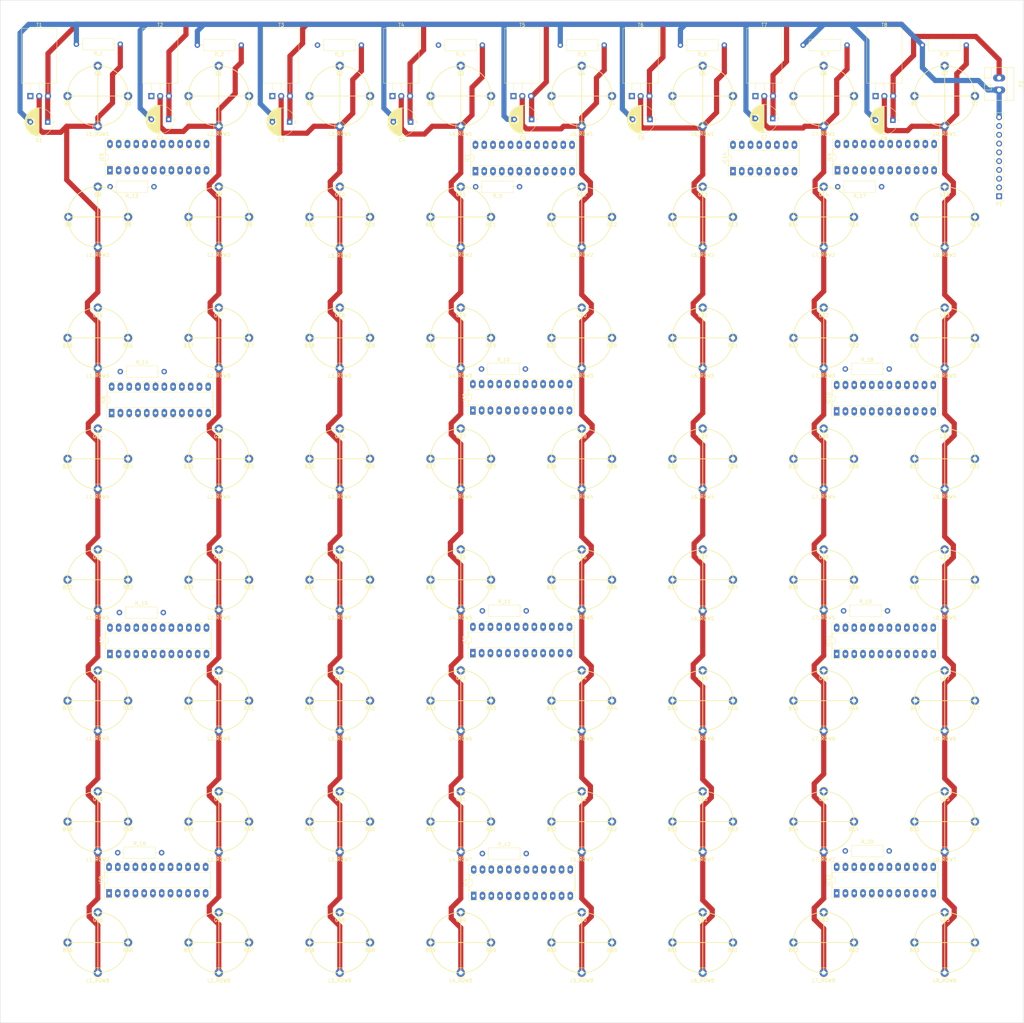
<source format=kicad_pcb>
(kicad_pcb (version 4) (host pcbnew 4.0.7)
  (title_block (title "3D LED Cube Driver") (date 2017-11-18) (company Siteware))
  (layers (0 F.Cu signal) (31 B.Cu signal) (34 B.Paste user) (35 F.Paste user) (36 B.SilkS user) (37 F.SilkS user) (38 B.Mask user) (39 F.Mask user) (44 Edge.Cuts user))
  (net 0 "")
  (net 1 "Net-(B0-Pad1)")
  (net 2 "Net-(B1-Pad1)")
  (net 3 "Net-(B2-Pad1)")
  (net 4 "Net-(B3-Pad1)")
  (net 5 "Net-(B4-Pad1)")
  (net 6 "Net-(B5-Pad1)")
  (net 7 "Net-(B6-Pad1)")
  (net 8 "Net-(B7-Pad1)")
  (net 9 "Net-(B8-Pad1)")
  (net 10 "Net-(B9-Pad1)")
  (net 11 "Net-(B10-Pad1)")
  (net 12 "Net-(B11-Pad1)")
  (net 13 "Net-(B12-Pad1)")
  (net 14 "Net-(B13-Pad1)")
  (net 15 "Net-(B14-Pad1)")
  (net 16 "Net-(B15-Pad1)")
  (net 17 "Net-(B16-Pad1)")
  (net 18 "Net-(B17-Pad1)")
  (net 19 "Net-(B18-Pad1)")
  (net 20 "Net-(B19-Pad1)")
  (net 21 "Net-(B20-Pad1)")
  (net 22 "Net-(B21-Pad1)")
  (net 23 "Net-(B22-Pad1)")
  (net 24 "Net-(B23-Pad1)")
  (net 25 "Net-(B24-Pad1)")
  (net 26 "Net-(B25-Pad1)")
  (net 27 "Net-(B26-Pad1)")
  (net 28 "Net-(B27-Pad1)")
  (net 29 "Net-(B28-Pad1)")
  (net 30 "Net-(B29-Pad1)")
  (net 31 "Net-(B30-Pad1)")
  (net 32 "Net-(B31-Pad1)")
  (net 33 "Net-(B32-Pad1)")
  (net 34 "Net-(B33-Pad1)")
  (net 35 "Net-(B34-Pad1)")
  (net 36 "Net-(B35-Pad1)")
  (net 37 "Net-(B36-Pad1)")
  (net 38 "Net-(B37-Pad1)")
  (net 39 "Net-(B38-Pad1)")
  (net 40 "Net-(B39-Pad1)")
  (net 41 "Net-(B40-Pad1)")
  (net 42 "Net-(B41-Pad1)")
  (net 43 "Net-(B42-Pad1)")
  (net 44 "Net-(B43-Pad1)")
  (net 45 "Net-(B44-Pad1)")
  (net 46 "Net-(B45-Pad1)")
  (net 47 "Net-(B46-Pad1)")
  (net 48 "Net-(B47-Pad1)")
  (net 49 "Net-(B48-Pad1)")
  (net 50 "Net-(B49-Pad1)")
  (net 51 "Net-(B50-Pad1)")
  (net 52 "Net-(B51-Pad1)")
  (net 53 "Net-(B52-Pad1)")
  (net 54 "Net-(B53-Pad1)")
  (net 55 "Net-(B54-Pad1)")
  (net 56 "Net-(B55-Pad1)")
  (net 57 "Net-(B56-Pad1)")
  (net 58 "Net-(B57-Pad1)")
  (net 59 "Net-(B58-Pad1)")
  (net 60 "Net-(B59-Pad1)")
  (net 61 "Net-(B60-Pad1)")
  (net 62 "Net-(B61-Pad1)")
  (net 63 "Net-(B62-Pad1)")
  (net 64 "Net-(B63-Pad1)")
  (net 65 VCC)
  (net 66 GND)
  (net 67 "Net-(G0-Pad1)")
  (net 68 "Net-(G1-Pad1)")
  (net 69 "Net-(G2-Pad1)")
  (net 70 "Net-(G3-Pad1)")
  (net 71 "Net-(G4-Pad1)")
  (net 72 "Net-(G5-Pad1)")
  (net 73 "Net-(G6-Pad1)")
  (net 74 "Net-(G7-Pad1)")
  (net 75 "Net-(G8-Pad1)")
  (net 76 "Net-(G9-Pad1)")
  (net 77 "Net-(G10-Pad1)")
  (net 78 "Net-(G11-Pad1)")
  (net 79 "Net-(G12-Pad1)")
  (net 80 "Net-(G13-Pad1)")
  (net 81 "Net-(G14-Pad1)")
  (net 82 "Net-(G15-Pad1)")
  (net 83 "Net-(G16-Pad1)")
  (net 84 "Net-(G17-Pad1)")
  (net 85 "Net-(G18-Pad1)")
  (net 86 "Net-(G19-Pad1)")
  (net 87 "Net-(G20-Pad1)")
  (net 88 "Net-(G21-Pad1)")
  (net 89 "Net-(G22-Pad1)")
  (net 90 "Net-(G23-Pad1)")
  (net 91 "Net-(G24-Pad1)")
  (net 92 "Net-(G25-Pad1)")
  (net 93 "Net-(G26-Pad1)")
  (net 94 "Net-(G27-Pad1)")
  (net 95 "Net-(G28-Pad1)")
  (net 96 "Net-(G29-Pad1)")
  (net 97 "Net-(G30-Pad1)")
  (net 98 "Net-(G31-Pad1)")
  (net 99 "Net-(G32-Pad1)")
  (net 100 "Net-(G33-Pad1)")
  (net 101 "Net-(G34-Pad1)")
  (net 102 "Net-(G35-Pad1)")
  (net 103 "Net-(G36-Pad1)")
  (net 104 "Net-(G37-Pad1)")
  (net 105 "Net-(G38-Pad1)")
  (net 106 "Net-(G39-Pad1)")
  (net 107 "Net-(G40-Pad1)")
  (net 108 "Net-(G41-Pad1)")
  (net 109 "Net-(G42-Pad1)")
  (net 110 "Net-(G43-Pad1)")
  (net 111 "Net-(G44-Pad1)")
  (net 112 "Net-(G45-Pad1)")
  (net 113 "Net-(G46-Pad1)")
  (net 114 "Net-(G47-Pad1)")
  (net 115 "Net-(G48-Pad1)")
  (net 116 "Net-(G49-Pad1)")
  (net 117 "Net-(G50-Pad1)")
  (net 118 "Net-(G51-Pad1)")
  (net 119 "Net-(G52-Pad1)")
  (net 120 "Net-(G53-Pad1)")
  (net 121 "Net-(G54-Pad1)")
  (net 122 "Net-(G55-Pad1)")
  (net 123 "Net-(G56-Pad1)")
  (net 124 "Net-(G57-Pad1)")
  (net 125 "Net-(G58-Pad1)")
  (net 126 "Net-(G59-Pad1)")
  (net 127 "Net-(G60-Pad1)")
  (net 128 "Net-(G61-Pad1)")
  (net 129 "Net-(G62-Pad1)")
  (net 130 "Net-(G63-Pad1)")
  (net 131 "Net-(IC1-Pad13)")
  (net 132 RED)
  (net 133 "Net-(IC1-Pad14)")
  (net 134 CLOCK)
  (net 135 "Net-(IC1-Pad15)")
  (net 136 LAT)
  (net 137 "Net-(IC1-Pad16)")
  (net 138 "Net-(IC1-Pad5)")
  (net 139 "Net-(IC1-Pad17)")
  (net 140 "Net-(IC1-Pad6)")
  (net 141 "Net-(IC1-Pad18)")
  (net 142 "Net-(IC1-Pad7)")
  (net 143 "Net-(IC1-Pad19)")
  (net 144 "Net-(IC1-Pad8)")
  (net 145 "Net-(IC1-Pad20)")
  (net 146 "Net-(IC1-Pad9)")
  (net 147 EN)
  (net 148 "Net-(IC1-Pad10)")
  (net 149 "Net-(IC1-Pad22)")
  (net 150 "Net-(IC1-Pad11)")
  (net 151 "Net-(IC1-Pad23)")
  (net 152 "Net-(IC1-Pad12)")
  (net 153 "Net-(IC2-Pad13)")
  (net 154 "Net-(IC2-Pad14)")
  (net 155 "Net-(IC2-Pad15)")
  (net 156 "Net-(IC2-Pad16)")
  (net 157 "Net-(IC2-Pad5)")
  (net 158 "Net-(IC2-Pad17)")
  (net 159 "Net-(IC2-Pad6)")
  (net 160 "Net-(IC2-Pad18)")
  (net 161 "Net-(IC2-Pad7)")
  (net 162 "Net-(IC2-Pad19)")
  (net 163 "Net-(IC2-Pad8)")
  (net 164 "Net-(IC2-Pad20)")
  (net 165 "Net-(IC2-Pad9)")
  (net 166 "Net-(IC2-Pad10)")
  (net 167 "Net-(IC2-Pad22)")
  (net 168 "Net-(IC2-Pad11)")
  (net 169 "Net-(IC2-Pad23)")
  (net 170 "Net-(IC2-Pad12)")
  (net 171 "Net-(IC3-Pad13)")
  (net 172 "Net-(IC3-Pad14)")
  (net 173 "Net-(IC3-Pad15)")
  (net 174 "Net-(IC3-Pad16)")
  (net 175 "Net-(IC3-Pad5)")
  (net 176 "Net-(IC3-Pad17)")
  (net 177 "Net-(IC3-Pad6)")
  (net 178 "Net-(IC3-Pad18)")
  (net 179 "Net-(IC3-Pad7)")
  (net 180 "Net-(IC3-Pad19)")
  (net 181 "Net-(IC3-Pad8)")
  (net 182 "Net-(IC3-Pad20)")
  (net 183 "Net-(IC3-Pad9)")
  (net 184 "Net-(IC3-Pad10)")
  (net 185 "Net-(IC3-Pad22)")
  (net 186 "Net-(IC3-Pad11)")
  (net 187 "Net-(IC3-Pad23)")
  (net 188 "Net-(IC3-Pad12)")
  (net 189 "Net-(IC4-Pad13)")
  (net 190 "Net-(IC4-Pad14)")
  (net 191 "Net-(IC4-Pad15)")
  (net 192 "Net-(IC4-Pad16)")
  (net 193 "Net-(IC4-Pad5)")
  (net 194 "Net-(IC4-Pad17)")
  (net 195 "Net-(IC4-Pad6)")
  (net 196 "Net-(IC4-Pad18)")
  (net 197 "Net-(IC4-Pad7)")
  (net 198 "Net-(IC4-Pad19)")
  (net 199 "Net-(IC4-Pad8)")
  (net 200 "Net-(IC4-Pad20)")
  (net 201 "Net-(IC4-Pad9)")
  (net 202 "Net-(IC4-Pad10)")
  (net 203 "Net-(IC4-Pad22)")
  (net 204 "Net-(IC4-Pad11)")
  (net 205 "Net-(IC4-Pad23)")
  (net 206 "Net-(IC4-Pad12)")
  (net 207 GREEN)
  (net 208 "Net-(IC5-Pad22)")
  (net 209 "Net-(IC5-Pad23)")
  (net 210 "Net-(IC6-Pad22)")
  (net 211 "Net-(IC6-Pad23)")
  (net 212 "Net-(IC7-Pad22)")
  (net 213 "Net-(IC7-Pad23)")
  (net 214 "Net-(IC8-Pad22)")
  (net 215 "Net-(IC8-Pad23)")
  (net 216 BLUE)
  (net 217 "Net-(IC10-Pad2)")
  (net 218 "Net-(IC9-Pad23)")
  (net 219 "Net-(IC10-Pad22)")
  (net 220 "Net-(IC10-Pad23)")
  (net 221 "Net-(IC11-Pad22)")
  (net 222 "Net-(IC11-Pad23)")
  (net 223 "Net-(IC12-Pad22)")
  (net 224 "Net-(IC12-Pad23)")
  (net 225 LAY1)
  (net 226 "Net-(IC14-Pad9)")
  (net 227 LAY2)
  (net 228 "Net-(IC14-Pad10)")
  (net 229 LAY3)
  (net 230 "Net-(IC14-Pad11)")
  (net 231 "Net-(IC14-Pad12)")
  (net 232 "Net-(IC14-Pad13)")
  (net 233 "Net-(IC14-Pad14)")
  (net 234 "Net-(IC14-Pad7)")
  (net 235 "Net-(IC14-Pad15)")
  (net 236 "Net-(L1_ROW1-Pad1)")
  (net 237 "Net-(L2_ROW1-Pad1)")
  (net 238 "Net-(L3_ROW1-Pad1)")
  (net 239 "Net-(L4_ROW1-Pad1)")
  (net 240 "Net-(L5_ROW1-Pad1)")
  (net 241 "Net-(L6_ROW1-Pad1)")
  (net 242 "Net-(L7_ROW1-Pad1)")
  (net 243 "Net-(L8_ROW1-Pad1)")
  (module Connectors:Pin_d1.0mm_L10.0mm_LooseFit (layer F.Cu) (at 42.5 54.75)
    (fp_text reference B0 (at 0 2.25) (layer F.SilkS))
    (fp_text value CONN_1)
    (pad 1 thru_hole circle (at 0 0) (size 2.4 2.4) (drill 1.2) (layers *.Cu *.Mask) (net 1 "Net-(B0-Pad1)"))
  )
  (module Connectors:Pin_d1.0mm_L10.0mm_LooseFit (layer F.Cu) (at 77.5 54.75)
    (fp_text reference B1 (at 0 2.25) (layer F.SilkS))
    (fp_text value CONN_1)
    (pad 1 thru_hole circle (at 0 0) (size 2.4 2.4) (drill 1.2) (layers *.Cu *.Mask) (net 2 "Net-(B1-Pad1)"))
  )
  (module Connectors:Pin_d1.0mm_L10.0mm_LooseFit (layer F.Cu) (at 112.5 54.75)
    (fp_text reference B2 (at 0 2.25) (layer F.SilkS))
    (fp_text value CONN_1)
    (pad 1 thru_hole circle (at 0 0) (size 2.4 2.4) (drill 1.2) (layers *.Cu *.Mask) (net 3 "Net-(B2-Pad1)"))
  )
  (module Connectors:Pin_d1.0mm_L10.0mm_LooseFit (layer F.Cu) (at 147.5 54.75)
    (fp_text reference B3 (at 0 2.25) (layer F.SilkS))
    (fp_text value CONN_1)
    (pad 1 thru_hole circle (at 0 0) (size 2.4 2.4) (drill 1.2) (layers *.Cu *.Mask) (net 4 "Net-(B3-Pad1)"))
  )
  (module Connectors:Pin_d1.0mm_L10.0mm_LooseFit (layer F.Cu) (at 182.5 54.75)
    (fp_text reference B4 (at 0 2.25) (layer F.SilkS))
    (fp_text value CONN_1)
    (pad 1 thru_hole circle (at 0 0) (size 2.4 2.4) (drill 1.2) (layers *.Cu *.Mask) (net 5 "Net-(B4-Pad1)"))
  )
  (module Connectors:Pin_d1.0mm_L10.0mm_LooseFit (layer F.Cu) (at 217.5 54.75)
    (fp_text reference B5 (at 0 2.25) (layer F.SilkS))
    (fp_text value CONN_1)
    (pad 1 thru_hole circle (at 0 0) (size 2.4 2.4) (drill 1.2) (layers *.Cu *.Mask) (net 6 "Net-(B5-Pad1)"))
  )
  (module Connectors:Pin_d1.0mm_L10.0mm_LooseFit (layer F.Cu) (at 252.5 54.75)
    (fp_text reference B6 (at 0 2.25) (layer F.SilkS))
    (fp_text value CONN_1)
    (pad 1 thru_hole circle (at 0 0) (size 2.4 2.4) (drill 1.2) (layers *.Cu *.Mask) (net 7 "Net-(B6-Pad1)"))
  )
  (module Connectors:Pin_d1.0mm_L10.0mm_LooseFit (layer F.Cu) (at 287.5 54.75)
    (fp_text reference B7 (at 0 2.25) (layer F.SilkS))
    (fp_text value CONN_1)
    (pad 1 thru_hole circle (at 0 0) (size 2.4 2.4) (drill 1.2) (layers *.Cu *.Mask) (net 8 "Net-(B7-Pad1)"))
  )
  (module Connectors:Pin_d1.0mm_L10.0mm_LooseFit (layer F.Cu) (at 42.75 89.75)
    (fp_text reference B8 (at 0 2.25) (layer F.SilkS))
    (fp_text value CONN_1)
    (pad 1 thru_hole circle (at 0 0) (size 2.4 2.4) (drill 1.2) (layers *.Cu *.Mask) (net 9 "Net-(B8-Pad1)"))
  )
  (module Connectors:Pin_d1.0mm_L10.0mm_LooseFit (layer F.Cu) (at 77.5 89.75)
    (fp_text reference B9 (at 0 2.25) (layer F.SilkS))
    (fp_text value CONN_1)
    (pad 1 thru_hole circle (at 0 0) (size 2.4 2.4) (drill 1.2) (layers *.Cu *.Mask) (net 10 "Net-(B9-Pad1)"))
  )
  (module Connectors:Pin_d1.0mm_L10.0mm_LooseFit (layer F.Cu) (at 112.5 89.75)
    (fp_text reference B10 (at 0 2.25) (layer F.SilkS))
    (fp_text value CONN_1)
    (pad 1 thru_hole circle (at 0 0) (size 2.4 2.4) (drill 1.2) (layers *.Cu *.Mask) (net 11 "Net-(B10-Pad1)"))
  )
  (module Connectors:Pin_d1.0mm_L10.0mm_LooseFit (layer F.Cu) (at 147.5 89.75)
    (fp_text reference B11 (at 0 2.25) (layer F.SilkS))
    (fp_text value CONN_1)
    (pad 1 thru_hole circle (at 0 0) (size 2.4 2.4) (drill 1.2) (layers *.Cu *.Mask) (net 12 "Net-(B11-Pad1)"))
  )
  (module Connectors:Pin_d1.0mm_L10.0mm_LooseFit (layer F.Cu) (at 182.5 89.75)
    (fp_text reference B12 (at 0 2.25) (layer F.SilkS))
    (fp_text value CONN_1)
    (pad 1 thru_hole circle (at 0 0) (size 2.4 2.4) (drill 1.2) (layers *.Cu *.Mask) (net 13 "Net-(B12-Pad1)"))
  )
  (module Connectors:Pin_d1.0mm_L10.0mm_LooseFit (layer F.Cu) (at 217.5 89.75)
    (fp_text reference B13 (at 0 2.25) (layer F.SilkS))
    (fp_text value CONN_1)
    (pad 1 thru_hole circle (at 0 0) (size 2.4 2.4) (drill 1.2) (layers *.Cu *.Mask) (net 14 "Net-(B13-Pad1)"))
  )
  (module Connectors:Pin_d1.0mm_L10.0mm_LooseFit (layer F.Cu) (at 252.5 89.75)
    (fp_text reference B14 (at 0 2.25) (layer F.SilkS))
    (fp_text value CONN_1)
    (pad 1 thru_hole circle (at 0 0) (size 2.4 2.4) (drill 1.2) (layers *.Cu *.Mask) (net 15 "Net-(B14-Pad1)"))
  )
  (module Connectors:Pin_d1.0mm_L10.0mm_LooseFit (layer F.Cu) (at 287.5 89.75)
    (fp_text reference B15 (at 0 2.25) (layer F.SilkS))
    (fp_text value CONN_1)
    (pad 1 thru_hole circle (at 0 0) (size 2.4 2.4) (drill 1.2) (layers *.Cu *.Mask) (net 16 "Net-(B15-Pad1)"))
  )
  (module Connectors:Pin_d1.0mm_L10.0mm_LooseFit (layer F.Cu) (at 42.5 124.75)
    (fp_text reference B16 (at 0 2.25) (layer F.SilkS))
    (fp_text value CONN_1)
    (pad 1 thru_hole circle (at 0 0) (size 2.4 2.4) (drill 1.2) (layers *.Cu *.Mask) (net 17 "Net-(B16-Pad1)"))
  )
  (module Connectors:Pin_d1.0mm_L10.0mm_LooseFit (layer F.Cu) (at 77.5 124.75)
    (fp_text reference B17 (at 0 2.25) (layer F.SilkS))
    (fp_text value CONN_1)
    (pad 1 thru_hole circle (at 0 0) (size 2.4 2.4) (drill 1.2) (layers *.Cu *.Mask) (net 18 "Net-(B17-Pad1)"))
  )
  (module Connectors:Pin_d1.0mm_L10.0mm_LooseFit (layer F.Cu) (at 112.5 124.75)
    (fp_text reference B18 (at 0 2.25) (layer F.SilkS))
    (fp_text value CONN_1)
    (pad 1 thru_hole circle (at 0 0) (size 2.4 2.4) (drill 1.2) (layers *.Cu *.Mask) (net 19 "Net-(B18-Pad1)"))
  )
  (module Connectors:Pin_d1.0mm_L10.0mm_LooseFit (layer F.Cu) (at 147.5 124.75)
    (fp_text reference B19 (at 0 2.25) (layer F.SilkS))
    (fp_text value CONN_1)
    (pad 1 thru_hole circle (at 0 0) (size 2.4 2.4) (drill 1.2) (layers *.Cu *.Mask) (net 20 "Net-(B19-Pad1)"))
  )
  (module Connectors:Pin_d1.0mm_L10.0mm_LooseFit (layer F.Cu) (at 182.5 124.75)
    (fp_text reference B20 (at 0 2.25) (layer F.SilkS))
    (fp_text value CONN_1)
    (pad 1 thru_hole circle (at 0 0) (size 2.4 2.4) (drill 1.2) (layers *.Cu *.Mask) (net 21 "Net-(B20-Pad1)"))
  )
  (module Connectors:Pin_d1.0mm_L10.0mm_LooseFit (layer F.Cu) (at 217.5 124.75)
    (fp_text reference B21 (at 0 2.25) (layer F.SilkS))
    (fp_text value CONN_1)
    (pad 1 thru_hole circle (at 0 0) (size 2.4 2.4) (drill 1.2) (layers *.Cu *.Mask) (net 22 "Net-(B21-Pad1)"))
  )
  (module Connectors:Pin_d1.0mm_L10.0mm_LooseFit (layer F.Cu) (at 252.5 124.75)
    (fp_text reference B22 (at 0 2.25) (layer F.SilkS))
    (fp_text value CONN_1)
    (pad 1 thru_hole circle (at 0 0) (size 2.4 2.4) (drill 1.2) (layers *.Cu *.Mask) (net 23 "Net-(B22-Pad1)"))
  )
  (module Connectors:Pin_d1.0mm_L10.0mm_LooseFit (layer F.Cu) (at 287.5 124.75)
    (fp_text reference B23 (at 0 2.25) (layer F.SilkS))
    (fp_text value CONN_1)
    (pad 1 thru_hole circle (at 0 0) (size 2.4 2.4) (drill 1.2) (layers *.Cu *.Mask) (net 24 "Net-(B23-Pad1)"))
  )
  (module Connectors:Pin_d1.0mm_L10.0mm_LooseFit (layer F.Cu) (at 42.5 159.75)
    (fp_text reference B24 (at 0 2.25) (layer F.SilkS))
    (fp_text value CONN_1)
    (pad 1 thru_hole circle (at 0 0) (size 2.4 2.4) (drill 1.2) (layers *.Cu *.Mask) (net 25 "Net-(B24-Pad1)"))
  )
  (module Connectors:Pin_d1.0mm_L10.0mm_LooseFit (layer F.Cu) (at 77.5 159.75)
    (fp_text reference B25 (at 0 2.25) (layer F.SilkS))
    (fp_text value CONN_1)
    (pad 1 thru_hole circle (at 0 0) (size 2.4 2.4) (drill 1.2) (layers *.Cu *.Mask) (net 26 "Net-(B25-Pad1)"))
  )
  (module Connectors:Pin_d1.0mm_L10.0mm_LooseFit (layer F.Cu) (at 112.5 159.75)
    (fp_text reference B26 (at 0 2.25) (layer F.SilkS))
    (fp_text value CONN_1)
    (pad 1 thru_hole circle (at 0 0) (size 2.4 2.4) (drill 1.2) (layers *.Cu *.Mask) (net 27 "Net-(B26-Pad1)"))
  )
  (module Connectors:Pin_d1.0mm_L10.0mm_LooseFit (layer F.Cu) (at 147.5 159.75)
    (fp_text reference B27 (at 0 2.25) (layer F.SilkS))
    (fp_text value CONN_1)
    (pad 1 thru_hole circle (at 0 0) (size 2.4 2.4) (drill 1.2) (layers *.Cu *.Mask) (net 28 "Net-(B27-Pad1)"))
  )
  (module Connectors:Pin_d1.0mm_L10.0mm_LooseFit (layer F.Cu) (at 182.5 159.75)
    (fp_text reference B28 (at 0 2.25) (layer F.SilkS))
    (fp_text value CONN_1)
    (pad 1 thru_hole circle (at 0 0) (size 2.4 2.4) (drill 1.2) (layers *.Cu *.Mask) (net 29 "Net-(B28-Pad1)"))
  )
  (module Connectors:Pin_d1.0mm_L10.0mm_LooseFit (layer F.Cu) (at 217.5 159.75)
    (fp_text reference B29 (at 0 2.25) (layer F.SilkS))
    (fp_text value CONN_1)
    (pad 1 thru_hole circle (at 0 0) (size 2.4 2.4) (drill 1.2) (layers *.Cu *.Mask) (net 30 "Net-(B29-Pad1)"))
  )
  (module Connectors:Pin_d1.0mm_L10.0mm_LooseFit (layer F.Cu) (at 252.5 159.75)
    (fp_text reference B30 (at 0 2.25) (layer F.SilkS))
    (fp_text value CONN_1)
    (pad 1 thru_hole circle (at 0 0) (size 2.4 2.4) (drill 1.2) (layers *.Cu *.Mask) (net 31 "Net-(B30-Pad1)"))
  )
  (module Connectors:Pin_d1.0mm_L10.0mm_LooseFit (layer F.Cu) (at 287.5 159.75)
    (fp_text reference B31 (at 0 2.25) (layer F.SilkS))
    (fp_text value CONN_1)
    (pad 1 thru_hole circle (at 0 0) (size 2.4 2.4) (drill 1.2) (layers *.Cu *.Mask) (net 32 "Net-(B31-Pad1)"))
  )
  (module Connectors:Pin_d1.0mm_L10.0mm_LooseFit (layer F.Cu) (at 42.5 194.75)
    (fp_text reference B32 (at 0 2.25) (layer F.SilkS))
    (fp_text value CONN_1)
    (pad 1 thru_hole circle (at 0 0) (size 2.4 2.4) (drill 1.2) (layers *.Cu *.Mask) (net 33 "Net-(B32-Pad1)"))
  )
  (module Connectors:Pin_d1.0mm_L10.0mm_LooseFit (layer F.Cu) (at 77.5 194.75)
    (fp_text reference B33 (at 0 2.25) (layer F.SilkS))
    (fp_text value CONN_1)
    (pad 1 thru_hole circle (at 0 0) (size 2.4 2.4) (drill 1.2) (layers *.Cu *.Mask) (net 34 "Net-(B33-Pad1)"))
  )
  (module Connectors:Pin_d1.0mm_L10.0mm_LooseFit (layer F.Cu) (at 112.5 194.75)
    (fp_text reference B34 (at 0 2.25) (layer F.SilkS))
    (fp_text value CONN_1)
    (pad 1 thru_hole circle (at 0 0) (size 2.4 2.4) (drill 1.2) (layers *.Cu *.Mask) (net 35 "Net-(B34-Pad1)"))
  )
  (module Connectors:Pin_d1.0mm_L10.0mm_LooseFit (layer F.Cu) (at 147.5 194.75)
    (fp_text reference B35 (at 0 2.25) (layer F.SilkS))
    (fp_text value CONN_1)
    (pad 1 thru_hole circle (at 0 0) (size 2.4 2.4) (drill 1.2) (layers *.Cu *.Mask) (net 36 "Net-(B35-Pad1)"))
  )
  (module Connectors:Pin_d1.0mm_L10.0mm_LooseFit (layer F.Cu) (at 182.5 194.75)
    (fp_text reference B36 (at 0 2.25) (layer F.SilkS))
    (fp_text value CONN_1)
    (pad 1 thru_hole circle (at 0 0) (size 2.4 2.4) (drill 1.2) (layers *.Cu *.Mask) (net 37 "Net-(B36-Pad1)"))
  )
  (module Connectors:Pin_d1.0mm_L10.0mm_LooseFit (layer F.Cu) (at 217.5 194.75)
    (fp_text reference B37 (at 0 2.25) (layer F.SilkS))
    (fp_text value CONN_1)
    (pad 1 thru_hole circle (at 0 0) (size 2.4 2.4) (drill 1.2) (layers *.Cu *.Mask) (net 38 "Net-(B37-Pad1)"))
  )
  (module Connectors:Pin_d1.0mm_L10.0mm_LooseFit (layer F.Cu) (at 252.5 194.75)
    (fp_text reference B38 (at 0 2.25) (layer F.SilkS))
    (fp_text value CONN_1)
    (pad 1 thru_hole circle (at 0 0) (size 2.4 2.4) (drill 1.2) (layers *.Cu *.Mask) (net 39 "Net-(B38-Pad1)"))
  )
  (module Connectors:Pin_d1.0mm_L10.0mm_LooseFit (layer F.Cu) (at 287.5 194.75)
    (fp_text reference B39 (at 0 2.25) (layer F.SilkS))
    (fp_text value CONN_1)
    (pad 1 thru_hole circle (at 0 0) (size 2.4 2.4) (drill 1.2) (layers *.Cu *.Mask) (net 40 "Net-(B39-Pad1)"))
  )
  (module Connectors:Pin_d1.0mm_L10.0mm_LooseFit (layer F.Cu) (at 42.5 229.75)
    (fp_text reference B40 (at 0 2.25) (layer F.SilkS))
    (fp_text value CONN_1)
    (pad 1 thru_hole circle (at 0 0) (size 2.4 2.4) (drill 1.2) (layers *.Cu *.Mask) (net 41 "Net-(B40-Pad1)"))
  )
  (module Connectors:Pin_d1.0mm_L10.0mm_LooseFit (layer F.Cu) (at 77.5 229.75)
    (fp_text reference B41 (at 0 2.25) (layer F.SilkS))
    (fp_text value CONN_1)
    (pad 1 thru_hole circle (at 0 0) (size 2.4 2.4) (drill 1.2) (layers *.Cu *.Mask) (net 42 "Net-(B41-Pad1)"))
  )
  (module Connectors:Pin_d1.0mm_L10.0mm_LooseFit (layer F.Cu) (at 112.5 229.75)
    (fp_text reference B42 (at 0 2.25) (layer F.SilkS))
    (fp_text value CONN_1)
    (pad 1 thru_hole circle (at 0 0) (size 2.4 2.4) (drill 1.2) (layers *.Cu *.Mask) (net 43 "Net-(B42-Pad1)"))
  )
  (module Connectors:Pin_d1.0mm_L10.0mm_LooseFit (layer F.Cu) (at 147.5 229.75)
    (fp_text reference B43 (at 0 2.25) (layer F.SilkS))
    (fp_text value CONN_1)
    (pad 1 thru_hole circle (at 0 0) (size 2.4 2.4) (drill 1.2) (layers *.Cu *.Mask) (net 44 "Net-(B43-Pad1)"))
  )
  (module Connectors:Pin_d1.0mm_L10.0mm_LooseFit (layer F.Cu) (at 182.5 229.75)
    (fp_text reference B44 (at 0 2.25) (layer F.SilkS))
    (fp_text value CONN_1)
    (pad 1 thru_hole circle (at 0 0) (size 2.4 2.4) (drill 1.2) (layers *.Cu *.Mask) (net 45 "Net-(B44-Pad1)"))
  )
  (module Connectors:Pin_d1.0mm_L10.0mm_LooseFit (layer F.Cu) (at 217.5 229.75)
    (fp_text reference B45 (at 0 2.25) (layer F.SilkS))
    (fp_text value CONN_1)
    (pad 1 thru_hole circle (at 0 0) (size 2.4 2.4) (drill 1.2) (layers *.Cu *.Mask) (net 46 "Net-(B45-Pad1)"))
  )
  (module Connectors:Pin_d1.0mm_L10.0mm_LooseFit (layer F.Cu) (at 252.5 229.75)
    (fp_text reference B46 (at 0 2.25) (layer F.SilkS))
    (fp_text value CONN_1)
    (pad 1 thru_hole circle (at 0 0) (size 2.4 2.4) (drill 1.2) (layers *.Cu *.Mask) (net 47 "Net-(B46-Pad1)"))
  )
  (module Connectors:Pin_d1.0mm_L10.0mm_LooseFit (layer F.Cu) (at 287.75 229.75)
    (fp_text reference B47 (at 0 2.25) (layer F.SilkS))
    (fp_text value CONN_1)
    (pad 1 thru_hole circle (at 0 0) (size 2.4 2.4) (drill 1.2) (layers *.Cu *.Mask) (net 48 "Net-(B47-Pad1)"))
  )
  (module Connectors:Pin_d1.0mm_L10.0mm_LooseFit (layer F.Cu) (at 42.5 264.75)
    (fp_text reference B48 (at 0 2.25) (layer F.SilkS))
    (fp_text value CONN_1)
    (pad 1 thru_hole circle (at 0 0) (size 2.4 2.4) (drill 1.2) (layers *.Cu *.Mask) (net 49 "Net-(B48-Pad1)"))
  )
  (module Connectors:Pin_d1.0mm_L10.0mm_LooseFit (layer F.Cu) (at 77.5 264.75)
    (fp_text reference B49 (at 0 2.25) (layer F.SilkS))
    (fp_text value CONN_1)
    (pad 1 thru_hole circle (at 0 0) (size 2.4 2.4) (drill 1.2) (layers *.Cu *.Mask) (net 50 "Net-(B49-Pad1)"))
  )
  (module Connectors:Pin_d1.0mm_L10.0mm_LooseFit (layer F.Cu) (at 112.5 264.75)
    (fp_text reference B50 (at 0 2.25) (layer F.SilkS))
    (fp_text value CONN_1)
    (pad 1 thru_hole circle (at 0 0) (size 2.4 2.4) (drill 1.2) (layers *.Cu *.Mask) (net 51 "Net-(B50-Pad1)"))
  )
  (module Connectors:Pin_d1.0mm_L10.0mm_LooseFit (layer F.Cu) (at 147.5 264.75)
    (fp_text reference B51 (at 0 2.25) (layer F.SilkS))
    (fp_text value CONN_1)
    (pad 1 thru_hole circle (at 0 0) (size 2.4 2.4) (drill 1.2) (layers *.Cu *.Mask) (net 52 "Net-(B51-Pad1)"))
  )
  (module Connectors:Pin_d1.0mm_L10.0mm_LooseFit (layer F.Cu) (at 182.5 264.75)
    (fp_text reference B52 (at 0 2.25) (layer F.SilkS))
    (fp_text value CONN_1)
    (pad 1 thru_hole circle (at 0 0) (size 2.4 2.4) (drill 1.2) (layers *.Cu *.Mask) (net 53 "Net-(B52-Pad1)"))
  )
  (module Connectors:Pin_d1.0mm_L10.0mm_LooseFit (layer F.Cu) (at 217.5 264.75)
    (fp_text reference B53 (at 0 2.25) (layer F.SilkS))
    (fp_text value CONN_1)
    (pad 1 thru_hole circle (at 0 0) (size 2.4 2.4) (drill 1.2) (layers *.Cu *.Mask) (net 54 "Net-(B53-Pad1)"))
  )
  (module Connectors:Pin_d1.0mm_L10.0mm_LooseFit (layer F.Cu) (at 252.5 264.75)
    (fp_text reference B54 (at 0 2.25) (layer F.SilkS))
    (fp_text value CONN_1)
    (pad 1 thru_hole circle (at 0 0) (size 2.4 2.4) (drill 1.2) (layers *.Cu *.Mask) (net 55 "Net-(B54-Pad1)"))
  )
  (module Connectors:Pin_d1.0mm_L10.0mm_LooseFit (layer F.Cu) (at 287.5 264.75)
    (fp_text reference B55 (at 0 2.25) (layer F.SilkS))
    (fp_text value CONN_1)
    (pad 1 thru_hole circle (at 0 0) (size 2.4 2.4) (drill 1.2) (layers *.Cu *.Mask) (net 56 "Net-(B55-Pad1)"))
  )
  (module Connectors:Pin_d1.0mm_L10.0mm_LooseFit (layer F.Cu) (at 42.5 299.75)
    (fp_text reference B56 (at 0 2.25) (layer F.SilkS))
    (fp_text value CONN_1)
    (pad 1 thru_hole circle (at 0 0) (size 2.4 2.4) (drill 1.2) (layers *.Cu *.Mask) (net 57 "Net-(B56-Pad1)"))
  )
  (module Connectors:Pin_d1.0mm_L10.0mm_LooseFit (layer F.Cu) (at 77.5 299.75)
    (fp_text reference B57 (at 0 2.25) (layer F.SilkS))
    (fp_text value CONN_1)
    (pad 1 thru_hole circle (at 0 0) (size 2.4 2.4) (drill 1.2) (layers *.Cu *.Mask) (net 58 "Net-(B57-Pad1)"))
  )
  (module Connectors:Pin_d1.0mm_L10.0mm_LooseFit (layer F.Cu) (at 112.5 299.75)
    (fp_text reference B58 (at 0 2.25) (layer F.SilkS))
    (fp_text value CONN_1)
    (pad 1 thru_hole circle (at 0 0) (size 2.4 2.4) (drill 1.2) (layers *.Cu *.Mask) (net 59 "Net-(B58-Pad1)"))
  )
  (module Connectors:Pin_d1.0mm_L10.0mm_LooseFit (layer F.Cu) (at 147.5 299.75)
    (fp_text reference B59 (at 0 2.25) (layer F.SilkS))
    (fp_text value CONN_1)
    (pad 1 thru_hole circle (at 0 0) (size 2.4 2.4) (drill 1.2) (layers *.Cu *.Mask) (net 60 "Net-(B59-Pad1)"))
  )
  (module Connectors:Pin_d1.0mm_L10.0mm_LooseFit (layer F.Cu) (at 182.5 299.75)
    (fp_text reference B60 (at 0 2.25) (layer F.SilkS))
    (fp_text value CONN_1)
    (pad 1 thru_hole circle (at 0 0) (size 2.4 2.4) (drill 1.2) (layers *.Cu *.Mask) (net 61 "Net-(B60-Pad1)"))
  )
  (module Connectors:Pin_d1.0mm_L10.0mm_LooseFit (layer F.Cu) (at 217.5 299.75)
    (fp_text reference B61 (at 0 2.25) (layer F.SilkS))
    (fp_text value CONN_1)
    (pad 1 thru_hole circle (at 0 0) (size 2.4 2.4) (drill 1.2) (layers *.Cu *.Mask) (net 62 "Net-(B61-Pad1)"))
  )
  (module Connectors:Pin_d1.0mm_L10.0mm_LooseFit (layer F.Cu) (at 252.5 299.75)
    (fp_text reference B62 (at 0 2.25) (layer F.SilkS))
    (fp_text value CONN_1)
    (pad 1 thru_hole circle (at 0 0) (size 2.4 2.4) (drill 1.2) (layers *.Cu *.Mask) (net 63 "Net-(B62-Pad1)"))
  )
  (module Connectors:Pin_d1.0mm_L10.0mm_LooseFit (layer F.Cu) (at 287.5 299.75)
    (fp_text reference B63 (at 0 2.25) (layer F.SilkS))
    (fp_text value CONN_1)
    (pad 1 thru_hole circle (at 0 0) (size 2.4 2.4) (drill 1.2) (layers *.Cu *.Mask) (net 64 "Net-(B63-Pad1)"))
  )
  (module Capacitors_THT:CP_Radial_D8.0mm_P5.00mm (layer F.Cu) (at 36.75 62.25 180)
    (fp_text reference C1 (at 2.5 -5.31 180) (layer F.SilkS))
    (fp_text value 1000uF)
    (pad 1 thru_hole rect (at 0 0 180) (size 1.6 1.6) (drill 0.8) (layers *.Cu *.Mask) (net 65 VCC))
    (pad 2 thru_hole circle (at 5 0 180) (size 1.6 1.6) (drill 0.8) (layers *.Cu *.Mask) (net 66 GND))
  )
  (module Capacitors_THT:CP_Radial_D8.0mm_P5.00mm (layer F.Cu) (at 71.75 61.5 180)
    (fp_text reference C2 (at 2.5 -5.31 180) (layer F.SilkS))
    (fp_text value 1000uF)
    (pad 1 thru_hole rect (at 0 0 180) (size 1.6 1.6) (drill 0.8) (layers *.Cu *.Mask) (net 65 VCC))
    (pad 2 thru_hole circle (at 5 0 180) (size 1.6 1.6) (drill 0.8) (layers *.Cu *.Mask) (net 66 GND))
  )
  (module Capacitors_THT:CP_Radial_D8.0mm_P5.00mm (layer F.Cu) (at 106.75 62.25 180)
    (fp_text reference C3 (at 2.5 -5.31 180) (layer F.SilkS))
    (fp_text value 1000uF)
    (pad 1 thru_hole rect (at 0 0 180) (size 1.6 1.6) (drill 0.8) (layers *.Cu *.Mask) (net 65 VCC))
    (pad 2 thru_hole circle (at 5 0 180) (size 1.6 1.6) (drill 0.8) (layers *.Cu *.Mask) (net 66 GND))
  )
  (module Capacitors_THT:CP_Radial_D8.0mm_P5.00mm (layer F.Cu) (at 141.75 62.25 180)
    (fp_text reference C4 (at 2.5 -5.31 180) (layer F.SilkS))
    (fp_text value 1000uF)
    (pad 1 thru_hole rect (at 0 0 180) (size 1.6 1.6) (drill 0.8) (layers *.Cu *.Mask) (net 65 VCC))
    (pad 2 thru_hole circle (at 5 0 180) (size 1.6 1.6) (drill 0.8) (layers *.Cu *.Mask) (net 66 GND))
  )
  (module Capacitors_THT:CP_Radial_D8.0mm_P5.00mm (layer F.Cu) (at 176.75 61.5 180)
    (fp_text reference C5 (at 2.5 -5.31 180) (layer F.SilkS))
    (fp_text value 1000uF)
    (pad 1 thru_hole rect (at 0 0 180) (size 1.6 1.6) (drill 0.8) (layers *.Cu *.Mask) (net 65 VCC))
    (pad 2 thru_hole circle (at 5 0 180) (size 1.6 1.6) (drill 0.8) (layers *.Cu *.Mask) (net 66 GND))
  )
  (module Capacitors_THT:CP_Radial_D8.0mm_P5.00mm (layer F.Cu) (at 211 61.5 180)
    (fp_text reference C6 (at 2.5 -5.31 180) (layer F.SilkS))
    (fp_text value 1000uF)
    (pad 1 thru_hole rect (at 0 0 180) (size 1.6 1.6) (drill 0.8) (layers *.Cu *.Mask) (net 65 VCC))
    (pad 2 thru_hole circle (at 5 0 180) (size 1.6 1.6) (drill 0.8) (layers *.Cu *.Mask) (net 66 GND))
  )
  (module Capacitors_THT:CP_Radial_D8.0mm_P5.00mm (layer F.Cu) (at 246.5 61.25 180)
    (fp_text reference C7 (at 2.5 -5.31 180) (layer F.SilkS))
    (fp_text value 1000uF)
    (pad 1 thru_hole rect (at 0 0 180) (size 1.6 1.6) (drill 0.8) (layers *.Cu *.Mask) (net 65 VCC))
    (pad 2 thru_hole circle (at 5 0 180) (size 1.6 1.6) (drill 0.8) (layers *.Cu *.Mask) (net 66 GND))
  )
  (module Capacitors_THT:CP_Radial_D8.0mm_P5.00mm (layer F.Cu) (at 281.25 61.75 180)
    (fp_text reference C8 (at 2.5 -5.31 180) (layer F.SilkS))
    (fp_text value 1000uF)
    (pad 1 thru_hole rect (at 0 0 180) (size 1.6 1.6) (drill 0.8) (layers *.Cu *.Mask) (net 65 VCC))
    (pad 2 thru_hole circle (at 5 0 180) (size 1.6 1.6) (drill 0.8) (layers *.Cu *.Mask) (net 66 GND))
  )
  (module Connectors:Pin_d1.0mm_L10.0mm_LooseFit (layer F.Cu) (at 51.25 46)
    (fp_text reference G0 (at 0 2.25) (layer F.SilkS))
    (fp_text value CONN_1)
    (pad 1 thru_hole circle (at 0 0) (size 2.4 2.4) (drill 1.2) (layers *.Cu *.Mask) (net 67 "Net-(G0-Pad1)"))
  )
  (module Connectors:Pin_d1.0mm_L10.0mm_LooseFit (layer F.Cu) (at 86.25 46)
    (fp_text reference G1 (at 0 2.25) (layer F.SilkS))
    (fp_text value CONN_1)
    (pad 1 thru_hole circle (at 0 0) (size 2.4 2.4) (drill 1.2) (layers *.Cu *.Mask) (net 68 "Net-(G1-Pad1)"))
  )
  (module Connectors:Pin_d1.0mm_L10.0mm_LooseFit (layer F.Cu) (at 121.25 46)
    (fp_text reference G2 (at 0 2.25) (layer F.SilkS))
    (fp_text value CONN_1)
    (pad 1 thru_hole circle (at 0 0) (size 2.4 2.4) (drill 1.2) (layers *.Cu *.Mask) (net 69 "Net-(G2-Pad1)"))
  )
  (module Connectors:Pin_d1.0mm_L10.0mm_LooseFit (layer F.Cu) (at 156.25 46)
    (fp_text reference G3 (at 0 2.25) (layer F.SilkS))
    (fp_text value CONN_1)
    (pad 1 thru_hole circle (at 0 0) (size 2.4 2.4) (drill 1.2) (layers *.Cu *.Mask) (net 70 "Net-(G3-Pad1)"))
  )
  (module Connectors:Pin_d1.0mm_L10.0mm_LooseFit (layer F.Cu) (at 191.25 46)
    (fp_text reference G4 (at 0 2.25) (layer F.SilkS))
    (fp_text value CONN_1)
    (pad 1 thru_hole circle (at 0 0) (size 2.4 2.4) (drill 1.2) (layers *.Cu *.Mask) (net 71 "Net-(G4-Pad1)"))
  )
  (module Connectors:Pin_d1.0mm_L10.0mm_LooseFit (layer F.Cu) (at 226.25 46)
    (fp_text reference G5 (at 0 2.25) (layer F.SilkS))
    (fp_text value CONN_1)
    (pad 1 thru_hole circle (at 0 0) (size 2.4 2.4) (drill 1.2) (layers *.Cu *.Mask) (net 72 "Net-(G5-Pad1)"))
  )
  (module Connectors:Pin_d1.0mm_L10.0mm_LooseFit (layer F.Cu) (at 261.25 46)
    (fp_text reference G6 (at 0 2.25) (layer F.SilkS))
    (fp_text value CONN_1)
    (pad 1 thru_hole circle (at 0 0) (size 2.4 2.4) (drill 1.2) (layers *.Cu *.Mask) (net 73 "Net-(G6-Pad1)"))
  )
  (module Connectors:Pin_d1.0mm_L10.0mm_LooseFit (layer F.Cu) (at 296.25 46)
    (fp_text reference G7 (at 0 2.25) (layer F.SilkS))
    (fp_text value CONN_1)
    (pad 1 thru_hole circle (at 0 0) (size 2.4 2.4) (drill 1.2) (layers *.Cu *.Mask) (net 74 "Net-(G7-Pad1)"))
  )
  (module Connectors:Pin_d1.0mm_L10.0mm_LooseFit (layer F.Cu) (at 51.25 81)
    (fp_text reference G8 (at 0 2.25) (layer F.SilkS))
    (fp_text value CONN_1)
    (pad 1 thru_hole circle (at 0 0) (size 2.4 2.4) (drill 1.2) (layers *.Cu *.Mask) (net 75 "Net-(G8-Pad1)"))
  )
  (module Connectors:Pin_d1.0mm_L10.0mm_LooseFit (layer F.Cu) (at 86.25 81)
    (fp_text reference G9 (at 0 2.25) (layer F.SilkS))
    (fp_text value CONN_1)
    (pad 1 thru_hole circle (at 0 0) (size 2.4 2.4) (drill 1.2) (layers *.Cu *.Mask) (net 76 "Net-(G9-Pad1)"))
  )
  (module Connectors:Pin_d1.0mm_L10.0mm_LooseFit (layer F.Cu) (at 121.25 81)
    (fp_text reference G10 (at 0 2.25) (layer F.SilkS))
    (fp_text value CONN_1)
    (pad 1 thru_hole circle (at 0 0) (size 2.4 2.4) (drill 1.2) (layers *.Cu *.Mask) (net 77 "Net-(G10-Pad1)"))
  )
  (module Connectors:Pin_d1.0mm_L10.0mm_LooseFit (layer F.Cu) (at 156.25 81)
    (fp_text reference G11 (at 0 2.25) (layer F.SilkS))
    (fp_text value CONN_1)
    (pad 1 thru_hole circle (at 0 0) (size 2.4 2.4) (drill 1.2) (layers *.Cu *.Mask) (net 78 "Net-(G11-Pad1)"))
  )
  (module Connectors:Pin_d1.0mm_L10.0mm_LooseFit (layer F.Cu) (at 191.25 81)
    (fp_text reference G12 (at 0 2.25) (layer F.SilkS))
    (fp_text value CONN_1)
    (pad 1 thru_hole circle (at 0 0) (size 2.4 2.4) (drill 1.2) (layers *.Cu *.Mask) (net 79 "Net-(G12-Pad1)"))
  )
  (module Connectors:Pin_d1.0mm_L10.0mm_LooseFit (layer F.Cu) (at 226.25 81)
    (fp_text reference G13 (at 0 2.25) (layer F.SilkS))
    (fp_text value CONN_1)
    (pad 1 thru_hole circle (at 0 0) (size 2.4 2.4) (drill 1.2) (layers *.Cu *.Mask) (net 80 "Net-(G13-Pad1)"))
  )
  (module Connectors:Pin_d1.0mm_L10.0mm_LooseFit (layer F.Cu) (at 261.25 81)
    (fp_text reference G14 (at 0 2.25) (layer F.SilkS))
    (fp_text value CONN_1)
    (pad 1 thru_hole circle (at 0 0) (size 2.4 2.4) (drill 1.2) (layers *.Cu *.Mask) (net 81 "Net-(G14-Pad1)"))
  )
  (module Connectors:Pin_d1.0mm_L10.0mm_LooseFit (layer F.Cu) (at 296.25 81)
    (fp_text reference G15 (at 0 2.25) (layer F.SilkS))
    (fp_text value CONN_1)
    (pad 1 thru_hole circle (at 0 0) (size 2.4 2.4) (drill 1.2) (layers *.Cu *.Mask) (net 82 "Net-(G15-Pad1)"))
  )
  (module Connectors:Pin_d1.0mm_L10.0mm_LooseFit (layer F.Cu) (at 51.25 116)
    (fp_text reference G16 (at 0 2.25) (layer F.SilkS))
    (fp_text value CONN_1)
    (pad 1 thru_hole circle (at 0 0) (size 2.4 2.4) (drill 1.2) (layers *.Cu *.Mask) (net 83 "Net-(G16-Pad1)"))
  )
  (module Connectors:Pin_d1.0mm_L10.0mm_LooseFit (layer F.Cu) (at 86.25 116)
    (fp_text reference G17 (at 0 2.25) (layer F.SilkS))
    (fp_text value CONN_1)
    (pad 1 thru_hole circle (at 0 0) (size 2.4 2.4) (drill 1.2) (layers *.Cu *.Mask) (net 84 "Net-(G17-Pad1)"))
  )
  (module Connectors:Pin_d1.0mm_L10.0mm_LooseFit (layer F.Cu) (at 121.25 116)
    (fp_text reference G18 (at 0 2.25) (layer F.SilkS))
    (fp_text value CONN_1)
    (pad 1 thru_hole circle (at 0 0) (size 2.4 2.4) (drill 1.2) (layers *.Cu *.Mask) (net 85 "Net-(G18-Pad1)"))
  )
  (module Connectors:Pin_d1.0mm_L10.0mm_LooseFit (layer F.Cu) (at 156.25 116)
    (fp_text reference G19 (at 0 2.25) (layer F.SilkS))
    (fp_text value CONN_1)
    (pad 1 thru_hole circle (at 0 0) (size 2.4 2.4) (drill 1.2) (layers *.Cu *.Mask) (net 86 "Net-(G19-Pad1)"))
  )
  (module Connectors:Pin_d1.0mm_L10.0mm_LooseFit (layer F.Cu) (at 191.25 116)
    (fp_text reference G20 (at 0 2.25) (layer F.SilkS))
    (fp_text value CONN_1)
    (pad 1 thru_hole circle (at 0 0) (size 2.4 2.4) (drill 1.2) (layers *.Cu *.Mask) (net 87 "Net-(G20-Pad1)"))
  )
  (module Connectors:Pin_d1.0mm_L10.0mm_LooseFit (layer F.Cu) (at 226.25 116)
    (fp_text reference G21 (at 0 2.25) (layer F.SilkS))
    (fp_text value CONN_1)
    (pad 1 thru_hole circle (at 0 0) (size 2.4 2.4) (drill 1.2) (layers *.Cu *.Mask) (net 88 "Net-(G21-Pad1)"))
  )
  (module Connectors:Pin_d1.0mm_L10.0mm_LooseFit (layer F.Cu) (at 261.25 116)
    (fp_text reference G22 (at 0 2.25) (layer F.SilkS))
    (fp_text value CONN_1)
    (pad 1 thru_hole circle (at 0 0) (size 2.4 2.4) (drill 1.2) (layers *.Cu *.Mask) (net 89 "Net-(G22-Pad1)"))
  )
  (module Connectors:Pin_d1.0mm_L10.0mm_LooseFit (layer F.Cu) (at 296.25 116)
    (fp_text reference G23 (at 0 2.25) (layer F.SilkS))
    (fp_text value CONN_1)
    (pad 1 thru_hole circle (at 0 0) (size 2.4 2.4) (drill 1.2) (layers *.Cu *.Mask) (net 90 "Net-(G23-Pad1)"))
  )
  (module Connectors:Pin_d1.0mm_L10.0mm_LooseFit (layer F.Cu) (at 51.25 151)
    (fp_text reference G24 (at 0 2.25) (layer F.SilkS))
    (fp_text value CONN_1)
    (pad 1 thru_hole circle (at 0 0) (size 2.4 2.4) (drill 1.2) (layers *.Cu *.Mask) (net 91 "Net-(G24-Pad1)"))
  )
  (module Connectors:Pin_d1.0mm_L10.0mm_LooseFit (layer F.Cu) (at 86.25 151)
    (fp_text reference G25 (at 0 2.25) (layer F.SilkS))
    (fp_text value CONN_1)
    (pad 1 thru_hole circle (at 0 0) (size 2.4 2.4) (drill 1.2) (layers *.Cu *.Mask) (net 92 "Net-(G25-Pad1)"))
  )
  (module Connectors:Pin_d1.0mm_L10.0mm_LooseFit (layer F.Cu) (at 121.25 151)
    (fp_text reference G26 (at 0 2.25) (layer F.SilkS))
    (fp_text value CONN_1)
    (pad 1 thru_hole circle (at 0 0) (size 2.4 2.4) (drill 1.2) (layers *.Cu *.Mask) (net 93 "Net-(G26-Pad1)"))
  )
  (module Connectors:Pin_d1.0mm_L10.0mm_LooseFit (layer F.Cu) (at 156.25 151)
    (fp_text reference G27 (at 0 2.25) (layer F.SilkS))
    (fp_text value CONN_1)
    (pad 1 thru_hole circle (at 0 0) (size 2.4 2.4) (drill 1.2) (layers *.Cu *.Mask) (net 94 "Net-(G27-Pad1)"))
  )
  (module Connectors:Pin_d1.0mm_L10.0mm_LooseFit (layer F.Cu) (at 191.25 151)
    (fp_text reference G28 (at 0 2.25) (layer F.SilkS))
    (fp_text value CONN_1)
    (pad 1 thru_hole circle (at 0 0) (size 2.4 2.4) (drill 1.2) (layers *.Cu *.Mask) (net 95 "Net-(G28-Pad1)"))
  )
  (module Connectors:Pin_d1.0mm_L10.0mm_LooseFit (layer F.Cu) (at 226.25 151)
    (fp_text reference G29 (at 0 2.25) (layer F.SilkS))
    (fp_text value CONN_1)
    (pad 1 thru_hole circle (at 0 0) (size 2.4 2.4) (drill 1.2) (layers *.Cu *.Mask) (net 96 "Net-(G29-Pad1)"))
  )
  (module Connectors:Pin_d1.0mm_L10.0mm_LooseFit (layer F.Cu) (at 261.25 151)
    (fp_text reference G30 (at 0 2.25) (layer F.SilkS))
    (fp_text value CONN_1)
    (pad 1 thru_hole circle (at 0 0) (size 2.4 2.4) (drill 1.2) (layers *.Cu *.Mask) (net 97 "Net-(G30-Pad1)"))
  )
  (module Connectors:Pin_d1.0mm_L10.0mm_LooseFit (layer F.Cu) (at 296.25 151)
    (fp_text reference G31 (at 0 2.25) (layer F.SilkS))
    (fp_text value CONN_1)
    (pad 1 thru_hole circle (at 0 0) (size 2.4 2.4) (drill 1.2) (layers *.Cu *.Mask) (net 98 "Net-(G31-Pad1)"))
  )
  (module Connectors:Pin_d1.0mm_L10.0mm_LooseFit (layer F.Cu) (at 51.25 186)
    (fp_text reference G32 (at 0 2.25) (layer F.SilkS))
    (fp_text value CONN_1)
    (pad 1 thru_hole circle (at 0 0) (size 2.4 2.4) (drill 1.2) (layers *.Cu *.Mask) (net 99 "Net-(G32-Pad1)"))
  )
  (module Connectors:Pin_d1.0mm_L10.0mm_LooseFit (layer F.Cu) (at 86.25 186)
    (fp_text reference G33 (at 0 2.25) (layer F.SilkS))
    (fp_text value CONN_1)
    (pad 1 thru_hole circle (at 0 0) (size 2.4 2.4) (drill 1.2) (layers *.Cu *.Mask) (net 100 "Net-(G33-Pad1)"))
  )
  (module Connectors:Pin_d1.0mm_L10.0mm_LooseFit (layer F.Cu) (at 121.25 186)
    (fp_text reference G34 (at 0 2.25) (layer F.SilkS))
    (fp_text value CONN_1)
    (pad 1 thru_hole circle (at 0 0) (size 2.4 2.4) (drill 1.2) (layers *.Cu *.Mask) (net 101 "Net-(G34-Pad1)"))
  )
  (module Connectors:Pin_d1.0mm_L10.0mm_LooseFit (layer F.Cu) (at 156.25 186)
    (fp_text reference G35 (at 0 2.25) (layer F.SilkS))
    (fp_text value CONN_1)
    (pad 1 thru_hole circle (at 0 0) (size 2.4 2.4) (drill 1.2) (layers *.Cu *.Mask) (net 102 "Net-(G35-Pad1)"))
  )
  (module Connectors:Pin_d1.0mm_L10.0mm_LooseFit (layer F.Cu) (at 191.25 186)
    (fp_text reference G36 (at 0 2.25) (layer F.SilkS))
    (fp_text value CONN_1)
    (pad 1 thru_hole circle (at 0 0) (size 2.4 2.4) (drill 1.2) (layers *.Cu *.Mask) (net 103 "Net-(G36-Pad1)"))
  )
  (module Connectors:Pin_d1.0mm_L10.0mm_LooseFit (layer F.Cu) (at 226.25 186)
    (fp_text reference G37 (at 0 2.25) (layer F.SilkS))
    (fp_text value CONN_1)
    (pad 1 thru_hole circle (at 0 0) (size 2.4 2.4) (drill 1.2) (layers *.Cu *.Mask) (net 104 "Net-(G37-Pad1)"))
  )
  (module Connectors:Pin_d1.0mm_L10.0mm_LooseFit (layer F.Cu) (at 261.25 186)
    (fp_text reference G38 (at 0 2.25) (layer F.SilkS))
    (fp_text value CONN_1)
    (pad 1 thru_hole circle (at 0 0) (size 2.4 2.4) (drill 1.2) (layers *.Cu *.Mask) (net 105 "Net-(G38-Pad1)"))
  )
  (module Connectors:Pin_d1.0mm_L10.0mm_LooseFit (layer F.Cu) (at 296.25 186)
    (fp_text reference G39 (at 0 2.25) (layer F.SilkS))
    (fp_text value CONN_1)
    (pad 1 thru_hole circle (at 0 0) (size 2.4 2.4) (drill 1.2) (layers *.Cu *.Mask) (net 106 "Net-(G39-Pad1)"))
  )
  (module Connectors:Pin_d1.0mm_L10.0mm_LooseFit (layer F.Cu) (at 51.25 221)
    (fp_text reference G40 (at 0 2.25) (layer F.SilkS))
    (fp_text value CONN_1)
    (pad 1 thru_hole circle (at 0 0) (size 2.4 2.4) (drill 1.2) (layers *.Cu *.Mask) (net 107 "Net-(G40-Pad1)"))
  )
  (module Connectors:Pin_d1.0mm_L10.0mm_LooseFit (layer F.Cu) (at 86.25 221)
    (fp_text reference G41 (at 0 2.25) (layer F.SilkS))
    (fp_text value CONN_1)
    (pad 1 thru_hole circle (at 0 0) (size 2.4 2.4) (drill 1.2) (layers *.Cu *.Mask) (net 108 "Net-(G41-Pad1)"))
  )
  (module Connectors:Pin_d1.0mm_L10.0mm_LooseFit (layer F.Cu) (at 121.25 221)
    (fp_text reference G42 (at 0 2.25) (layer F.SilkS))
    (fp_text value CONN_1)
    (pad 1 thru_hole circle (at 0 0) (size 2.4 2.4) (drill 1.2) (layers *.Cu *.Mask) (net 109 "Net-(G42-Pad1)"))
  )
  (module Connectors:Pin_d1.0mm_L10.0mm_LooseFit (layer F.Cu) (at 156.25 221)
    (fp_text reference G43 (at 0 2.25) (layer F.SilkS))
    (fp_text value CONN_1)
    (pad 1 thru_hole circle (at 0 0) (size 2.4 2.4) (drill 1.2) (layers *.Cu *.Mask) (net 110 "Net-(G43-Pad1)"))
  )
  (module Connectors:Pin_d1.0mm_L10.0mm_LooseFit (layer F.Cu) (at 191.25 221)
    (fp_text reference G44 (at 0 2.25) (layer F.SilkS))
    (fp_text value CONN_1)
    (pad 1 thru_hole circle (at 0 0) (size 2.4 2.4) (drill 1.2) (layers *.Cu *.Mask) (net 111 "Net-(G44-Pad1)"))
  )
  (module Connectors:Pin_d1.0mm_L10.0mm_LooseFit (layer F.Cu) (at 226.25 221)
    (fp_text reference G45 (at 0 2.25) (layer F.SilkS))
    (fp_text value CONN_1)
    (pad 1 thru_hole circle (at 0 0) (size 2.4 2.4) (drill 1.2) (layers *.Cu *.Mask) (net 112 "Net-(G45-Pad1)"))
  )
  (module Connectors:Pin_d1.0mm_L10.0mm_LooseFit (layer F.Cu) (at 261.25 221)
    (fp_text reference G46 (at 0 2.25) (layer F.SilkS))
    (fp_text value CONN_1)
    (pad 1 thru_hole circle (at 0 0) (size 2.4 2.4) (drill 1.2) (layers *.Cu *.Mask) (net 113 "Net-(G46-Pad1)"))
  )
  (module Connectors:Pin_d1.0mm_L10.0mm_LooseFit (layer F.Cu) (at 296.25 221)
    (fp_text reference G47 (at 0 2.25) (layer F.SilkS))
    (fp_text value CONN_1)
    (pad 1 thru_hole circle (at 0 0) (size 2.4 2.4) (drill 1.2) (layers *.Cu *.Mask) (net 114 "Net-(G47-Pad1)"))
  )
  (module Connectors:Pin_d1.0mm_L10.0mm_LooseFit (layer F.Cu) (at 51.25 256)
    (fp_text reference G48 (at 0 2.25) (layer F.SilkS))
    (fp_text value CONN_1)
    (pad 1 thru_hole circle (at 0 0) (size 2.4 2.4) (drill 1.2) (layers *.Cu *.Mask) (net 115 "Net-(G48-Pad1)"))
  )
  (module Connectors:Pin_d1.0mm_L10.0mm_LooseFit (layer F.Cu) (at 86.25 256)
    (fp_text reference G49 (at 0 2.25) (layer F.SilkS))
    (fp_text value CONN_1)
    (pad 1 thru_hole circle (at 0 0) (size 2.4 2.4) (drill 1.2) (layers *.Cu *.Mask) (net 116 "Net-(G49-Pad1)"))
  )
  (module Connectors:Pin_d1.0mm_L10.0mm_LooseFit (layer F.Cu) (at 121.25 256)
    (fp_text reference G50 (at 0 2.25) (layer F.SilkS))
    (fp_text value CONN_1)
    (pad 1 thru_hole circle (at 0 0) (size 2.4 2.4) (drill 1.2) (layers *.Cu *.Mask) (net 117 "Net-(G50-Pad1)"))
  )
  (module Connectors:Pin_d1.0mm_L10.0mm_LooseFit (layer F.Cu) (at 156.25 256)
    (fp_text reference G51 (at 0 2.25) (layer F.SilkS))
    (fp_text value CONN_1)
    (pad 1 thru_hole circle (at 0 0) (size 2.4 2.4) (drill 1.2) (layers *.Cu *.Mask) (net 118 "Net-(G51-Pad1)"))
  )
  (module Connectors:Pin_d1.0mm_L10.0mm_LooseFit (layer F.Cu) (at 191.25 256)
    (fp_text reference G52 (at 0 2.25) (layer F.SilkS))
    (fp_text value CONN_1)
    (pad 1 thru_hole circle (at 0 0) (size 2.4 2.4) (drill 1.2) (layers *.Cu *.Mask) (net 119 "Net-(G52-Pad1)"))
  )
  (module Connectors:Pin_d1.0mm_L10.0mm_LooseFit (layer F.Cu) (at 226.25 256)
    (fp_text reference G53 (at 0 2.25) (layer F.SilkS))
    (fp_text value CONN_1)
    (pad 1 thru_hole circle (at 0 0) (size 2.4 2.4) (drill 1.2) (layers *.Cu *.Mask) (net 120 "Net-(G53-Pad1)"))
  )
  (module Connectors:Pin_d1.0mm_L10.0mm_LooseFit (layer F.Cu) (at 261.25 256)
    (fp_text reference G54 (at 0 2.25) (layer F.SilkS))
    (fp_text value CONN_1)
    (pad 1 thru_hole circle (at 0 0) (size 2.4 2.4) (drill 1.2) (layers *.Cu *.Mask) (net 121 "Net-(G54-Pad1)"))
  )
  (module Connectors:Pin_d1.0mm_L10.0mm_LooseFit (layer F.Cu) (at 296.25 256)
    (fp_text reference G55 (at 0 2.25) (layer F.SilkS))
    (fp_text value CONN_1)
    (pad 1 thru_hole circle (at 0 0) (size 2.4 2.4) (drill 1.2) (layers *.Cu *.Mask) (net 122 "Net-(G55-Pad1)"))
  )
  (module Connectors:Pin_d1.0mm_L10.0mm_LooseFit (layer F.Cu) (at 51.25 291)
    (fp_text reference G56 (at 0 2.25) (layer F.SilkS))
    (fp_text value CONN_1)
    (pad 1 thru_hole circle (at 0 0) (size 2.4 2.4) (drill 1.2) (layers *.Cu *.Mask) (net 123 "Net-(G56-Pad1)"))
  )
  (module Connectors:Pin_d1.0mm_L10.0mm_LooseFit (layer F.Cu) (at 86.25 291)
    (fp_text reference G57 (at 0 2.25) (layer F.SilkS))
    (fp_text value CONN_1)
    (pad 1 thru_hole circle (at 0 0) (size 2.4 2.4) (drill 1.2) (layers *.Cu *.Mask) (net 124 "Net-(G57-Pad1)"))
  )
  (module Connectors:Pin_d1.0mm_L10.0mm_LooseFit (layer F.Cu) (at 121.25 291)
    (fp_text reference G58 (at 0 2.25) (layer F.SilkS))
    (fp_text value CONN_1)
    (pad 1 thru_hole circle (at 0 0) (size 2.4 2.4) (drill 1.2) (layers *.Cu *.Mask) (net 125 "Net-(G58-Pad1)"))
  )
  (module Connectors:Pin_d1.0mm_L10.0mm_LooseFit (layer F.Cu) (at 156.25 291)
    (fp_text reference G59 (at 0 2.25) (layer F.SilkS))
    (fp_text value CONN_1)
    (pad 1 thru_hole circle (at 0 0) (size 2.4 2.4) (drill 1.2) (layers *.Cu *.Mask) (net 126 "Net-(G59-Pad1)"))
  )
  (module Connectors:Pin_d1.0mm_L10.0mm_LooseFit (layer F.Cu) (at 191.25 291)
    (fp_text reference G60 (at 0 2.25) (layer F.SilkS))
    (fp_text value CONN_1)
    (pad 1 thru_hole circle (at 0 0) (size 2.4 2.4) (drill 1.2) (layers *.Cu *.Mask) (net 127 "Net-(G60-Pad1)"))
  )
  (module Connectors:Pin_d1.0mm_L10.0mm_LooseFit (layer F.Cu) (at 226.25 291)
    (fp_text reference G61 (at 0 2.25) (layer F.SilkS))
    (fp_text value CONN_1)
    (pad 1 thru_hole circle (at 0 0) (size 2.4 2.4) (drill 1.2) (layers *.Cu *.Mask) (net 128 "Net-(G61-Pad1)"))
  )
  (module Connectors:Pin_d1.0mm_L10.0mm_LooseFit (layer F.Cu) (at 261.25 291)
    (fp_text reference G62 (at 0 2.25) (layer F.SilkS))
    (fp_text value CONN_1)
    (pad 1 thru_hole circle (at 0 0) (size 2.4 2.4) (drill 1.2) (layers *.Cu *.Mask) (net 129 "Net-(G62-Pad1)"))
  )
  (module Connectors:Pin_d1.0mm_L10.0mm_LooseFit (layer F.Cu) (at 296.25 291)
    (fp_text reference G63 (at 0 2.25) (layer F.SilkS))
    (fp_text value CONN_1)
    (pad 1 thru_hole circle (at 0 0) (size 2.4 2.4) (drill 1.2) (layers *.Cu *.Mask) (net 130 "Net-(G63-Pad1)"))
  )
  (module Housings_DIP:DIP-24_W7.62mm_Socket_LongPads (layer F.Cu) (at 160.5 76.5 90)
    (fp_text reference IC1 (at 3.81 -2.33 90) (layer F.SilkS))
    (fp_text value DM13A)
    (pad 1 thru_hole rect (at 0 0 90) (size 2.4 1.6) (drill 0.8) (layers *.Cu *.Mask) (net 66 GND))
    (pad 13 thru_hole oval (at 7.62 27.94 90) (size 2.4 1.6) (drill 0.8) (layers *.Cu *.Mask) (net 131 "Net-(IC1-Pad13)"))
    (pad 2 thru_hole oval (at 0 2.54 90) (size 2.4 1.6) (drill 0.8) (layers *.Cu *.Mask) (net 132 RED))
    (pad 14 thru_hole oval (at 7.62 25.4 90) (size 2.4 1.6) (drill 0.8) (layers *.Cu *.Mask) (net 133 "Net-(IC1-Pad14)"))
    (pad 3 thru_hole oval (at 0 5.08 90) (size 2.4 1.6) (drill 0.8) (layers *.Cu *.Mask) (net 134 CLOCK))
    (pad 15 thru_hole oval (at 7.62 22.86 90) (size 2.4 1.6) (drill 0.8) (layers *.Cu *.Mask) (net 135 "Net-(IC1-Pad15)"))
    (pad 4 thru_hole oval (at 0 7.62 90) (size 2.4 1.6) (drill 0.8) (layers *.Cu *.Mask) (net 136 LAT))
    (pad 16 thru_hole oval (at 7.62 20.32 90) (size 2.4 1.6) (drill 0.8) (layers *.Cu *.Mask) (net 137 "Net-(IC1-Pad16)"))
    (pad 5 thru_hole oval (at 0 10.16 90) (size 2.4 1.6) (drill 0.8) (layers *.Cu *.Mask) (net 138 "Net-(IC1-Pad5)"))
    (pad 17 thru_hole oval (at 7.62 17.78 90) (size 2.4 1.6) (drill 0.8) (layers *.Cu *.Mask) (net 139 "Net-(IC1-Pad17)"))
    (pad 6 thru_hole oval (at 0 12.7 90) (size 2.4 1.6) (drill 0.8) (layers *.Cu *.Mask) (net 140 "Net-(IC1-Pad6)"))
    (pad 18 thru_hole oval (at 7.62 15.24 90) (size 2.4 1.6) (drill 0.8) (layers *.Cu *.Mask) (net 141 "Net-(IC1-Pad18)"))
    (pad 7 thru_hole oval (at 0 15.24 90) (size 2.4 1.6) (drill 0.8) (layers *.Cu *.Mask) (net 142 "Net-(IC1-Pad7)"))
    (pad 19 thru_hole oval (at 7.62 12.7 90) (size 2.4 1.6) (drill 0.8) (layers *.Cu *.Mask) (net 143 "Net-(IC1-Pad19)"))
    (pad 8 thru_hole oval (at 0 17.78 90) (size 2.4 1.6) (drill 0.8) (layers *.Cu *.Mask) (net 144 "Net-(IC1-Pad8)"))
    (pad 20 thru_hole oval (at 7.62 10.16 90) (size 2.4 1.6) (drill 0.8) (layers *.Cu *.Mask) (net 145 "Net-(IC1-Pad20)"))
    (pad 9 thru_hole oval (at 0 20.32 90) (size 2.4 1.6) (drill 0.8) (layers *.Cu *.Mask) (net 146 "Net-(IC1-Pad9)"))
    (pad 21 thru_hole oval (at 7.62 7.62 90) (size 2.4 1.6) (drill 0.8) (layers *.Cu *.Mask) (net 147 EN))
    (pad 10 thru_hole oval (at 0 22.86 90) (size 2.4 1.6) (drill 0.8) (layers *.Cu *.Mask) (net 148 "Net-(IC1-Pad10)"))
    (pad 22 thru_hole oval (at 7.62 5.08 90) (size 2.4 1.6) (drill 0.8) (layers *.Cu *.Mask) (net 149 "Net-(IC1-Pad22)"))
    (pad 11 thru_hole oval (at 0 25.4 90) (size 2.4 1.6) (drill 0.8) (layers *.Cu *.Mask) (net 150 "Net-(IC1-Pad11)"))
    (pad 23 thru_hole oval (at 7.62 2.54 90) (size 2.4 1.6) (drill 0.8) (layers *.Cu *.Mask) (net 151 "Net-(IC1-Pad23)"))
    (pad 12 thru_hole oval (at 0 27.94 90) (size 2.4 1.6) (drill 0.8) (layers *.Cu *.Mask) (net 152 "Net-(IC1-Pad12)"))
    (pad 24 thru_hole oval (at 7.62 0 90) (size 2.4 1.6) (drill 0.8) (layers *.Cu *.Mask) (net 65 VCC))
  )
  (module Housings_DIP:DIP-24_W7.62mm_Socket_LongPads (layer F.Cu) (at 159.75 145.75 90)
    (fp_text reference IC2 (at 3.81 -2.33 90) (layer F.SilkS))
    (fp_text value DM13A)
    (pad 1 thru_hole rect (at 0 0 90) (size 2.4 1.6) (drill 0.8) (layers *.Cu *.Mask) (net 66 GND))
    (pad 13 thru_hole oval (at 7.62 27.94 90) (size 2.4 1.6) (drill 0.8) (layers *.Cu *.Mask) (net 153 "Net-(IC2-Pad13)"))
    (pad 2 thru_hole oval (at 0 2.54 90) (size 2.4 1.6) (drill 0.8) (layers *.Cu *.Mask) (net 149 "Net-(IC1-Pad22)"))
    (pad 14 thru_hole oval (at 7.62 25.4 90) (size 2.4 1.6) (drill 0.8) (layers *.Cu *.Mask) (net 154 "Net-(IC2-Pad14)"))
    (pad 3 thru_hole oval (at 0 5.08 90) (size 2.4 1.6) (drill 0.8) (layers *.Cu *.Mask) (net 134 CLOCK))
    (pad 15 thru_hole oval (at 7.62 22.86 90) (size 2.4 1.6) (drill 0.8) (layers *.Cu *.Mask) (net 155 "Net-(IC2-Pad15)"))
    (pad 4 thru_hole oval (at 0 7.62 90) (size 2.4 1.6) (drill 0.8) (layers *.Cu *.Mask) (net 136 LAT))
    (pad 16 thru_hole oval (at 7.62 20.32 90) (size 2.4 1.6) (drill 0.8) (layers *.Cu *.Mask) (net 156 "Net-(IC2-Pad16)"))
    (pad 5 thru_hole oval (at 0 10.16 90) (size 2.4 1.6) (drill 0.8) (layers *.Cu *.Mask) (net 157 "Net-(IC2-Pad5)"))
    (pad 17 thru_hole oval (at 7.62 17.78 90) (size 2.4 1.6) (drill 0.8) (layers *.Cu *.Mask) (net 158 "Net-(IC2-Pad17)"))
    (pad 6 thru_hole oval (at 0 12.7 90) (size 2.4 1.6) (drill 0.8) (layers *.Cu *.Mask) (net 159 "Net-(IC2-Pad6)"))
    (pad 18 thru_hole oval (at 7.62 15.24 90) (size 2.4 1.6) (drill 0.8) (layers *.Cu *.Mask) (net 160 "Net-(IC2-Pad18)"))
    (pad 7 thru_hole oval (at 0 15.24 90) (size 2.4 1.6) (drill 0.8) (layers *.Cu *.Mask) (net 161 "Net-(IC2-Pad7)"))
    (pad 19 thru_hole oval (at 7.62 12.7 90) (size 2.4 1.6) (drill 0.8) (layers *.Cu *.Mask) (net 162 "Net-(IC2-Pad19)"))
    (pad 8 thru_hole oval (at 0 17.78 90) (size 2.4 1.6) (drill 0.8) (layers *.Cu *.Mask) (net 163 "Net-(IC2-Pad8)"))
    (pad 20 thru_hole oval (at 7.62 10.16 90) (size 2.4 1.6) (drill 0.8) (layers *.Cu *.Mask) (net 164 "Net-(IC2-Pad20)"))
    (pad 9 thru_hole oval (at 0 20.32 90) (size 2.4 1.6) (drill 0.8) (layers *.Cu *.Mask) (net 165 "Net-(IC2-Pad9)"))
    (pad 21 thru_hole oval (at 7.62 7.62 90) (size 2.4 1.6) (drill 0.8) (layers *.Cu *.Mask) (net 147 EN))
    (pad 10 thru_hole oval (at 0 22.86 90) (size 2.4 1.6) (drill 0.8) (layers *.Cu *.Mask) (net 166 "Net-(IC2-Pad10)"))
    (pad 22 thru_hole oval (at 7.62 5.08 90) (size 2.4 1.6) (drill 0.8) (layers *.Cu *.Mask) (net 167 "Net-(IC2-Pad22)"))
    (pad 11 thru_hole oval (at 0 25.4 90) (size 2.4 1.6) (drill 0.8) (layers *.Cu *.Mask) (net 168 "Net-(IC2-Pad11)"))
    (pad 23 thru_hole oval (at 7.62 2.54 90) (size 2.4 1.6) (drill 0.8) (layers *.Cu *.Mask) (net 169 "Net-(IC2-Pad23)"))
    (pad 12 thru_hole oval (at 0 27.94 90) (size 2.4 1.6) (drill 0.8) (layers *.Cu *.Mask) (net 170 "Net-(IC2-Pad12)"))
    (pad 24 thru_hole oval (at 7.62 0 90) (size 2.4 1.6) (drill 0.8) (layers *.Cu *.Mask) (net 65 VCC))
  )
  (module Housings_DIP:DIP-24_W7.62mm_Socket_LongPads (layer F.Cu) (at 159.75 216 90)
    (fp_text reference IC3 (at 3.81 -2.33 90) (layer F.SilkS))
    (fp_text value DM13A)
    (pad 1 thru_hole rect (at 0 0 90) (size 2.4 1.6) (drill 0.8) (layers *.Cu *.Mask) (net 66 GND))
    (pad 13 thru_hole oval (at 7.62 27.94 90) (size 2.4 1.6) (drill 0.8) (layers *.Cu *.Mask) (net 171 "Net-(IC3-Pad13)"))
    (pad 2 thru_hole oval (at 0 2.54 90) (size 2.4 1.6) (drill 0.8) (layers *.Cu *.Mask) (net 167 "Net-(IC2-Pad22)"))
    (pad 14 thru_hole oval (at 7.62 25.4 90) (size 2.4 1.6) (drill 0.8) (layers *.Cu *.Mask) (net 172 "Net-(IC3-Pad14)"))
    (pad 3 thru_hole oval (at 0 5.08 90) (size 2.4 1.6) (drill 0.8) (layers *.Cu *.Mask) (net 134 CLOCK))
    (pad 15 thru_hole oval (at 7.62 22.86 90) (size 2.4 1.6) (drill 0.8) (layers *.Cu *.Mask) (net 173 "Net-(IC3-Pad15)"))
    (pad 4 thru_hole oval (at 0 7.62 90) (size 2.4 1.6) (drill 0.8) (layers *.Cu *.Mask) (net 136 LAT))
    (pad 16 thru_hole oval (at 7.62 20.32 90) (size 2.4 1.6) (drill 0.8) (layers *.Cu *.Mask) (net 174 "Net-(IC3-Pad16)"))
    (pad 5 thru_hole oval (at 0 10.16 90) (size 2.4 1.6) (drill 0.8) (layers *.Cu *.Mask) (net 175 "Net-(IC3-Pad5)"))
    (pad 17 thru_hole oval (at 7.62 17.78 90) (size 2.4 1.6) (drill 0.8) (layers *.Cu *.Mask) (net 176 "Net-(IC3-Pad17)"))
    (pad 6 thru_hole oval (at 0 12.7 90) (size 2.4 1.6) (drill 0.8) (layers *.Cu *.Mask) (net 177 "Net-(IC3-Pad6)"))
    (pad 18 thru_hole oval (at 7.62 15.24 90) (size 2.4 1.6) (drill 0.8) (layers *.Cu *.Mask) (net 178 "Net-(IC3-Pad18)"))
    (pad 7 thru_hole oval (at 0 15.24 90) (size 2.4 1.6) (drill 0.8) (layers *.Cu *.Mask) (net 179 "Net-(IC3-Pad7)"))
    (pad 19 thru_hole oval (at 7.62 12.7 90) (size 2.4 1.6) (drill 0.8) (layers *.Cu *.Mask) (net 180 "Net-(IC3-Pad19)"))
    (pad 8 thru_hole oval (at 0 17.78 90) (size 2.4 1.6) (drill 0.8) (layers *.Cu *.Mask) (net 181 "Net-(IC3-Pad8)"))
    (pad 20 thru_hole oval (at 7.62 10.16 90) (size 2.4 1.6) (drill 0.8) (layers *.Cu *.Mask) (net 182 "Net-(IC3-Pad20)"))
    (pad 9 thru_hole oval (at 0 20.32 90) (size 2.4 1.6) (drill 0.8) (layers *.Cu *.Mask) (net 183 "Net-(IC3-Pad9)"))
    (pad 21 thru_hole oval (at 7.62 7.62 90) (size 2.4 1.6) (drill 0.8) (layers *.Cu *.Mask) (net 147 EN))
    (pad 10 thru_hole oval (at 0 22.86 90) (size 2.4 1.6) (drill 0.8) (layers *.Cu *.Mask) (net 184 "Net-(IC3-Pad10)"))
    (pad 22 thru_hole oval (at 7.62 5.08 90) (size 2.4 1.6) (drill 0.8) (layers *.Cu *.Mask) (net 185 "Net-(IC3-Pad22)"))
    (pad 11 thru_hole oval (at 0 25.4 90) (size 2.4 1.6) (drill 0.8) (layers *.Cu *.Mask) (net 186 "Net-(IC3-Pad11)"))
    (pad 23 thru_hole oval (at 7.62 2.54 90) (size 2.4 1.6) (drill 0.8) (layers *.Cu *.Mask) (net 187 "Net-(IC3-Pad23)"))
    (pad 12 thru_hole oval (at 0 27.94 90) (size 2.4 1.6) (drill 0.8) (layers *.Cu *.Mask) (net 188 "Net-(IC3-Pad12)"))
    (pad 24 thru_hole oval (at 7.62 0 90) (size 2.4 1.6) (drill 0.8) (layers *.Cu *.Mask) (net 65 VCC))
  )
  (module Housings_DIP:DIP-24_W7.62mm_Socket_LongPads (layer F.Cu) (at 160 286.25 90)
    (fp_text reference IC4 (at 3.81 -2.33 90) (layer F.SilkS))
    (fp_text value DM13A)
    (pad 1 thru_hole rect (at 0 0 90) (size 2.4 1.6) (drill 0.8) (layers *.Cu *.Mask) (net 66 GND))
    (pad 13 thru_hole oval (at 7.62 27.94 90) (size 2.4 1.6) (drill 0.8) (layers *.Cu *.Mask) (net 189 "Net-(IC4-Pad13)"))
    (pad 2 thru_hole oval (at 0 2.54 90) (size 2.4 1.6) (drill 0.8) (layers *.Cu *.Mask) (net 185 "Net-(IC3-Pad22)"))
    (pad 14 thru_hole oval (at 7.62 25.4 90) (size 2.4 1.6) (drill 0.8) (layers *.Cu *.Mask) (net 190 "Net-(IC4-Pad14)"))
    (pad 3 thru_hole oval (at 0 5.08 90) (size 2.4 1.6) (drill 0.8) (layers *.Cu *.Mask) (net 134 CLOCK))
    (pad 15 thru_hole oval (at 7.62 22.86 90) (size 2.4 1.6) (drill 0.8) (layers *.Cu *.Mask) (net 191 "Net-(IC4-Pad15)"))
    (pad 4 thru_hole oval (at 0 7.62 90) (size 2.4 1.6) (drill 0.8) (layers *.Cu *.Mask) (net 136 LAT))
    (pad 16 thru_hole oval (at 7.62 20.32 90) (size 2.4 1.6) (drill 0.8) (layers *.Cu *.Mask) (net 192 "Net-(IC4-Pad16)"))
    (pad 5 thru_hole oval (at 0 10.16 90) (size 2.4 1.6) (drill 0.8) (layers *.Cu *.Mask) (net 193 "Net-(IC4-Pad5)"))
    (pad 17 thru_hole oval (at 7.62 17.78 90) (size 2.4 1.6) (drill 0.8) (layers *.Cu *.Mask) (net 194 "Net-(IC4-Pad17)"))
    (pad 6 thru_hole oval (at 0 12.7 90) (size 2.4 1.6) (drill 0.8) (layers *.Cu *.Mask) (net 195 "Net-(IC4-Pad6)"))
    (pad 18 thru_hole oval (at 7.62 15.24 90) (size 2.4 1.6) (drill 0.8) (layers *.Cu *.Mask) (net 196 "Net-(IC4-Pad18)"))
    (pad 7 thru_hole oval (at 0 15.24 90) (size 2.4 1.6) (drill 0.8) (layers *.Cu *.Mask) (net 197 "Net-(IC4-Pad7)"))
    (pad 19 thru_hole oval (at 7.62 12.7 90) (size 2.4 1.6) (drill 0.8) (layers *.Cu *.Mask) (net 198 "Net-(IC4-Pad19)"))
    (pad 8 thru_hole oval (at 0 17.78 90) (size 2.4 1.6) (drill 0.8) (layers *.Cu *.Mask) (net 199 "Net-(IC4-Pad8)"))
    (pad 20 thru_hole oval (at 7.62 10.16 90) (size 2.4 1.6) (drill 0.8) (layers *.Cu *.Mask) (net 200 "Net-(IC4-Pad20)"))
    (pad 9 thru_hole oval (at 0 20.32 90) (size 2.4 1.6) (drill 0.8) (layers *.Cu *.Mask) (net 201 "Net-(IC4-Pad9)"))
    (pad 21 thru_hole oval (at 7.62 7.62 90) (size 2.4 1.6) (drill 0.8) (layers *.Cu *.Mask) (net 147 EN))
    (pad 10 thru_hole oval (at 0 22.86 90) (size 2.4 1.6) (drill 0.8) (layers *.Cu *.Mask) (net 202 "Net-(IC4-Pad10)"))
    (pad 22 thru_hole oval (at 7.62 5.08 90) (size 2.4 1.6) (drill 0.8) (layers *.Cu *.Mask) (net 203 "Net-(IC4-Pad22)"))
    (pad 11 thru_hole oval (at 0 25.4 90) (size 2.4 1.6) (drill 0.8) (layers *.Cu *.Mask) (net 204 "Net-(IC4-Pad11)"))
    (pad 23 thru_hole oval (at 7.62 2.54 90) (size 2.4 1.6) (drill 0.8) (layers *.Cu *.Mask) (net 205 "Net-(IC4-Pad23)"))
    (pad 12 thru_hole oval (at 0 27.94 90) (size 2.4 1.6) (drill 0.8) (layers *.Cu *.Mask) (net 206 "Net-(IC4-Pad12)"))
    (pad 24 thru_hole oval (at 7.62 0 90) (size 2.4 1.6) (drill 0.8) (layers *.Cu *.Mask) (net 65 VCC))
  )
  (module Housings_DIP:DIP-24_W7.62mm_Socket_LongPads (layer F.Cu) (at 54.75 76.25 90)
    (fp_text reference IC5 (at 3.81 -2.33 90) (layer F.SilkS))
    (fp_text value DM13A)
    (pad 1 thru_hole rect (at 0 0 90) (size 2.4 1.6) (drill 0.8) (layers *.Cu *.Mask) (net 66 GND))
    (pad 13 thru_hole oval (at 7.62 27.94 90) (size 2.4 1.6) (drill 0.8) (layers *.Cu *.Mask) (net 75 "Net-(G8-Pad1)"))
    (pad 2 thru_hole oval (at 0 2.54 90) (size 2.4 1.6) (drill 0.8) (layers *.Cu *.Mask) (net 207 GREEN))
    (pad 14 thru_hole oval (at 7.62 25.4 90) (size 2.4 1.6) (drill 0.8) (layers *.Cu *.Mask) (net 76 "Net-(G9-Pad1)"))
    (pad 3 thru_hole oval (at 0 5.08 90) (size 2.4 1.6) (drill 0.8) (layers *.Cu *.Mask) (net 134 CLOCK))
    (pad 15 thru_hole oval (at 7.62 22.86 90) (size 2.4 1.6) (drill 0.8) (layers *.Cu *.Mask) (net 77 "Net-(G10-Pad1)"))
    (pad 4 thru_hole oval (at 0 7.62 90) (size 2.4 1.6) (drill 0.8) (layers *.Cu *.Mask) (net 136 LAT))
    (pad 16 thru_hole oval (at 7.62 20.32 90) (size 2.4 1.6) (drill 0.8) (layers *.Cu *.Mask) (net 78 "Net-(G11-Pad1)"))
    (pad 5 thru_hole oval (at 0 10.16 90) (size 2.4 1.6) (drill 0.8) (layers *.Cu *.Mask) (net 67 "Net-(G0-Pad1)"))
    (pad 17 thru_hole oval (at 7.62 17.78 90) (size 2.4 1.6) (drill 0.8) (layers *.Cu *.Mask) (net 79 "Net-(G12-Pad1)"))
    (pad 6 thru_hole oval (at 0 12.7 90) (size 2.4 1.6) (drill 0.8) (layers *.Cu *.Mask) (net 68 "Net-(G1-Pad1)"))
    (pad 18 thru_hole oval (at 7.62 15.24 90) (size 2.4 1.6) (drill 0.8) (layers *.Cu *.Mask) (net 80 "Net-(G13-Pad1)"))
    (pad 7 thru_hole oval (at 0 15.24 90) (size 2.4 1.6) (drill 0.8) (layers *.Cu *.Mask) (net 69 "Net-(G2-Pad1)"))
    (pad 19 thru_hole oval (at 7.62 12.7 90) (size 2.4 1.6) (drill 0.8) (layers *.Cu *.Mask) (net 81 "Net-(G14-Pad1)"))
    (pad 8 thru_hole oval (at 0 17.78 90) (size 2.4 1.6) (drill 0.8) (layers *.Cu *.Mask) (net 70 "Net-(G3-Pad1)"))
    (pad 20 thru_hole oval (at 7.62 10.16 90) (size 2.4 1.6) (drill 0.8) (layers *.Cu *.Mask) (net 82 "Net-(G15-Pad1)"))
    (pad 9 thru_hole oval (at 0 20.32 90) (size 2.4 1.6) (drill 0.8) (layers *.Cu *.Mask) (net 71 "Net-(G4-Pad1)"))
    (pad 21 thru_hole oval (at 7.62 7.62 90) (size 2.4 1.6) (drill 0.8) (layers *.Cu *.Mask) (net 147 EN))
    (pad 10 thru_hole oval (at 0 22.86 90) (size 2.4 1.6) (drill 0.8) (layers *.Cu *.Mask) (net 72 "Net-(G5-Pad1)"))
    (pad 22 thru_hole oval (at 7.62 5.08 90) (size 2.4 1.6) (drill 0.8) (layers *.Cu *.Mask) (net 208 "Net-(IC5-Pad22)"))
    (pad 11 thru_hole oval (at 0 25.4 90) (size 2.4 1.6) (drill 0.8) (layers *.Cu *.Mask) (net 73 "Net-(G6-Pad1)"))
    (pad 23 thru_hole oval (at 7.62 2.54 90) (size 2.4 1.6) (drill 0.8) (layers *.Cu *.Mask) (net 209 "Net-(IC5-Pad23)"))
    (pad 12 thru_hole oval (at 0 27.94 90) (size 2.4 1.6) (drill 0.8) (layers *.Cu *.Mask) (net 74 "Net-(G7-Pad1)"))
    (pad 24 thru_hole oval (at 7.62 0 90) (size 2.4 1.6) (drill 0.8) (layers *.Cu *.Mask) (net 65 VCC))
  )
  (module Housings_DIP:DIP-24_W7.62mm_Socket_LongPads (layer F.Cu) (at 55.25 146.5 90)
    (fp_text reference IC6 (at 3.81 -2.33 90) (layer F.SilkS))
    (fp_text value DM13A)
    (pad 1 thru_hole rect (at 0 0 90) (size 2.4 1.6) (drill 0.8) (layers *.Cu *.Mask) (net 66 GND))
    (pad 13 thru_hole oval (at 7.62 27.94 90) (size 2.4 1.6) (drill 0.8) (layers *.Cu *.Mask) (net 91 "Net-(G24-Pad1)"))
    (pad 2 thru_hole oval (at 0 2.54 90) (size 2.4 1.6) (drill 0.8) (layers *.Cu *.Mask) (net 208 "Net-(IC5-Pad22)"))
    (pad 14 thru_hole oval (at 7.62 25.4 90) (size 2.4 1.6) (drill 0.8) (layers *.Cu *.Mask) (net 92 "Net-(G25-Pad1)"))
    (pad 3 thru_hole oval (at 0 5.08 90) (size 2.4 1.6) (drill 0.8) (layers *.Cu *.Mask) (net 134 CLOCK))
    (pad 15 thru_hole oval (at 7.62 22.86 90) (size 2.4 1.6) (drill 0.8) (layers *.Cu *.Mask) (net 93 "Net-(G26-Pad1)"))
    (pad 4 thru_hole oval (at 0 7.62 90) (size 2.4 1.6) (drill 0.8) (layers *.Cu *.Mask) (net 136 LAT))
    (pad 16 thru_hole oval (at 7.62 20.32 90) (size 2.4 1.6) (drill 0.8) (layers *.Cu *.Mask) (net 94 "Net-(G27-Pad1)"))
    (pad 5 thru_hole oval (at 0 10.16 90) (size 2.4 1.6) (drill 0.8) (layers *.Cu *.Mask) (net 83 "Net-(G16-Pad1)"))
    (pad 17 thru_hole oval (at 7.62 17.78 90) (size 2.4 1.6) (drill 0.8) (layers *.Cu *.Mask) (net 95 "Net-(G28-Pad1)"))
    (pad 6 thru_hole oval (at 0 12.7 90) (size 2.4 1.6) (drill 0.8) (layers *.Cu *.Mask) (net 84 "Net-(G17-Pad1)"))
    (pad 18 thru_hole oval (at 7.62 15.24 90) (size 2.4 1.6) (drill 0.8) (layers *.Cu *.Mask) (net 96 "Net-(G29-Pad1)"))
    (pad 7 thru_hole oval (at 0 15.24 90) (size 2.4 1.6) (drill 0.8) (layers *.Cu *.Mask) (net 85 "Net-(G18-Pad1)"))
    (pad 19 thru_hole oval (at 7.62 12.7 90) (size 2.4 1.6) (drill 0.8) (layers *.Cu *.Mask) (net 97 "Net-(G30-Pad1)"))
    (pad 8 thru_hole oval (at 0 17.78 90) (size 2.4 1.6) (drill 0.8) (layers *.Cu *.Mask) (net 86 "Net-(G19-Pad1)"))
    (pad 20 thru_hole oval (at 7.62 10.16 90) (size 2.4 1.6) (drill 0.8) (layers *.Cu *.Mask) (net 98 "Net-(G31-Pad1)"))
    (pad 9 thru_hole oval (at 0 20.32 90) (size 2.4 1.6) (drill 0.8) (layers *.Cu *.Mask) (net 87 "Net-(G20-Pad1)"))
    (pad 21 thru_hole oval (at 7.62 7.62 90) (size 2.4 1.6) (drill 0.8) (layers *.Cu *.Mask) (net 147 EN))
    (pad 10 thru_hole oval (at 0 22.86 90) (size 2.4 1.6) (drill 0.8) (layers *.Cu *.Mask) (net 88 "Net-(G21-Pad1)"))
    (pad 22 thru_hole oval (at 7.62 5.08 90) (size 2.4 1.6) (drill 0.8) (layers *.Cu *.Mask) (net 210 "Net-(IC6-Pad22)"))
    (pad 11 thru_hole oval (at 0 25.4 90) (size 2.4 1.6) (drill 0.8) (layers *.Cu *.Mask) (net 89 "Net-(G22-Pad1)"))
    (pad 23 thru_hole oval (at 7.62 2.54 90) (size 2.4 1.6) (drill 0.8) (layers *.Cu *.Mask) (net 211 "Net-(IC6-Pad23)"))
    (pad 12 thru_hole oval (at 0 27.94 90) (size 2.4 1.6) (drill 0.8) (layers *.Cu *.Mask) (net 90 "Net-(G23-Pad1)"))
    (pad 24 thru_hole oval (at 7.62 0 90) (size 2.4 1.6) (drill 0.8) (layers *.Cu *.Mask) (net 65 VCC))
  )
  (module Housings_DIP:DIP-24_W7.62mm_Socket_LongPads (layer F.Cu) (at 54.75 216.25 90)
    (fp_text reference IC7 (at 3.81 -2.33 90) (layer F.SilkS))
    (fp_text value DM13A)
    (pad 1 thru_hole rect (at 0 0 90) (size 2.4 1.6) (drill 0.8) (layers *.Cu *.Mask) (net 66 GND))
    (pad 13 thru_hole oval (at 7.62 27.94 90) (size 2.4 1.6) (drill 0.8) (layers *.Cu *.Mask) (net 107 "Net-(G40-Pad1)"))
    (pad 2 thru_hole oval (at 0 2.54 90) (size 2.4 1.6) (drill 0.8) (layers *.Cu *.Mask) (net 210 "Net-(IC6-Pad22)"))
    (pad 14 thru_hole oval (at 7.62 25.4 90) (size 2.4 1.6) (drill 0.8) (layers *.Cu *.Mask) (net 108 "Net-(G41-Pad1)"))
    (pad 3 thru_hole oval (at 0 5.08 90) (size 2.4 1.6) (drill 0.8) (layers *.Cu *.Mask) (net 134 CLOCK))
    (pad 15 thru_hole oval (at 7.62 22.86 90) (size 2.4 1.6) (drill 0.8) (layers *.Cu *.Mask) (net 109 "Net-(G42-Pad1)"))
    (pad 4 thru_hole oval (at 0 7.62 90) (size 2.4 1.6) (drill 0.8) (layers *.Cu *.Mask) (net 136 LAT))
    (pad 16 thru_hole oval (at 7.62 20.32 90) (size 2.4 1.6) (drill 0.8) (layers *.Cu *.Mask) (net 110 "Net-(G43-Pad1)"))
    (pad 5 thru_hole oval (at 0 10.16 90) (size 2.4 1.6) (drill 0.8) (layers *.Cu *.Mask) (net 99 "Net-(G32-Pad1)"))
    (pad 17 thru_hole oval (at 7.62 17.78 90) (size 2.4 1.6) (drill 0.8) (layers *.Cu *.Mask) (net 111 "Net-(G44-Pad1)"))
    (pad 6 thru_hole oval (at 0 12.7 90) (size 2.4 1.6) (drill 0.8) (layers *.Cu *.Mask) (net 100 "Net-(G33-Pad1)"))
    (pad 18 thru_hole oval (at 7.62 15.24 90) (size 2.4 1.6) (drill 0.8) (layers *.Cu *.Mask) (net 112 "Net-(G45-Pad1)"))
    (pad 7 thru_hole oval (at 0 15.24 90) (size 2.4 1.6) (drill 0.8) (layers *.Cu *.Mask) (net 101 "Net-(G34-Pad1)"))
    (pad 19 thru_hole oval (at 7.62 12.7 90) (size 2.4 1.6) (drill 0.8) (layers *.Cu *.Mask) (net 113 "Net-(G46-Pad1)"))
    (pad 8 thru_hole oval (at 0 17.78 90) (size 2.4 1.6) (drill 0.8) (layers *.Cu *.Mask) (net 102 "Net-(G35-Pad1)"))
    (pad 20 thru_hole oval (at 7.62 10.16 90) (size 2.4 1.6) (drill 0.8) (layers *.Cu *.Mask) (net 114 "Net-(G47-Pad1)"))
    (pad 9 thru_hole oval (at 0 20.32 90) (size 2.4 1.6) (drill 0.8) (layers *.Cu *.Mask) (net 103 "Net-(G36-Pad1)"))
    (pad 21 thru_hole oval (at 7.62 7.62 90) (size 2.4 1.6) (drill 0.8) (layers *.Cu *.Mask) (net 147 EN))
    (pad 10 thru_hole oval (at 0 22.86 90) (size 2.4 1.6) (drill 0.8) (layers *.Cu *.Mask) (net 104 "Net-(G37-Pad1)"))
    (pad 22 thru_hole oval (at 7.62 5.08 90) (size 2.4 1.6) (drill 0.8) (layers *.Cu *.Mask) (net 212 "Net-(IC7-Pad22)"))
    (pad 11 thru_hole oval (at 0 25.4 90) (size 2.4 1.6) (drill 0.8) (layers *.Cu *.Mask) (net 105 "Net-(G38-Pad1)"))
    (pad 23 thru_hole oval (at 7.62 2.54 90) (size 2.4 1.6) (drill 0.8) (layers *.Cu *.Mask) (net 213 "Net-(IC7-Pad23)"))
    (pad 12 thru_hole oval (at 0 27.94 90) (size 2.4 1.6) (drill 0.8) (layers *.Cu *.Mask) (net 106 "Net-(G39-Pad1)"))
    (pad 24 thru_hole oval (at 7.62 0 90) (size 2.4 1.6) (drill 0.8) (layers *.Cu *.Mask) (net 65 VCC))
  )
  (module Housings_DIP:DIP-24_W7.62mm_Socket_LongPads (layer F.Cu) (at 54.5 285.5 90)
    (fp_text reference IC8 (at 3.81 -2.33 90) (layer F.SilkS))
    (fp_text value DM13A)
    (pad 1 thru_hole rect (at 0 0 90) (size 2.4 1.6) (drill 0.8) (layers *.Cu *.Mask) (net 66 GND))
    (pad 13 thru_hole oval (at 7.62 27.94 90) (size 2.4 1.6) (drill 0.8) (layers *.Cu *.Mask) (net 123 "Net-(G56-Pad1)"))
    (pad 2 thru_hole oval (at 0 2.54 90) (size 2.4 1.6) (drill 0.8) (layers *.Cu *.Mask) (net 212 "Net-(IC7-Pad22)"))
    (pad 14 thru_hole oval (at 7.62 25.4 90) (size 2.4 1.6) (drill 0.8) (layers *.Cu *.Mask) (net 124 "Net-(G57-Pad1)"))
    (pad 3 thru_hole oval (at 0 5.08 90) (size 2.4 1.6) (drill 0.8) (layers *.Cu *.Mask) (net 134 CLOCK))
    (pad 15 thru_hole oval (at 7.62 22.86 90) (size 2.4 1.6) (drill 0.8) (layers *.Cu *.Mask) (net 125 "Net-(G58-Pad1)"))
    (pad 4 thru_hole oval (at 0 7.62 90) (size 2.4 1.6) (drill 0.8) (layers *.Cu *.Mask) (net 136 LAT))
    (pad 16 thru_hole oval (at 7.62 20.32 90) (size 2.4 1.6) (drill 0.8) (layers *.Cu *.Mask) (net 126 "Net-(G59-Pad1)"))
    (pad 5 thru_hole oval (at 0 10.16 90) (size 2.4 1.6) (drill 0.8) (layers *.Cu *.Mask) (net 115 "Net-(G48-Pad1)"))
    (pad 17 thru_hole oval (at 7.62 17.78 90) (size 2.4 1.6) (drill 0.8) (layers *.Cu *.Mask) (net 127 "Net-(G60-Pad1)"))
    (pad 6 thru_hole oval (at 0 12.7 90) (size 2.4 1.6) (drill 0.8) (layers *.Cu *.Mask) (net 116 "Net-(G49-Pad1)"))
    (pad 18 thru_hole oval (at 7.62 15.24 90) (size 2.4 1.6) (drill 0.8) (layers *.Cu *.Mask) (net 128 "Net-(G61-Pad1)"))
    (pad 7 thru_hole oval (at 0 15.24 90) (size 2.4 1.6) (drill 0.8) (layers *.Cu *.Mask) (net 117 "Net-(G50-Pad1)"))
    (pad 19 thru_hole oval (at 7.62 12.7 90) (size 2.4 1.6) (drill 0.8) (layers *.Cu *.Mask) (net 129 "Net-(G62-Pad1)"))
    (pad 8 thru_hole oval (at 0 17.78 90) (size 2.4 1.6) (drill 0.8) (layers *.Cu *.Mask) (net 118 "Net-(G51-Pad1)"))
    (pad 20 thru_hole oval (at 7.62 10.16 90) (size 2.4 1.6) (drill 0.8) (layers *.Cu *.Mask) (net 130 "Net-(G63-Pad1)"))
    (pad 9 thru_hole oval (at 0 20.32 90) (size 2.4 1.6) (drill 0.8) (layers *.Cu *.Mask) (net 119 "Net-(G52-Pad1)"))
    (pad 21 thru_hole oval (at 7.62 7.62 90) (size 2.4 1.6) (drill 0.8) (layers *.Cu *.Mask) (net 147 EN))
    (pad 10 thru_hole oval (at 0 22.86 90) (size 2.4 1.6) (drill 0.8) (layers *.Cu *.Mask) (net 120 "Net-(G53-Pad1)"))
    (pad 22 thru_hole oval (at 7.62 5.08 90) (size 2.4 1.6) (drill 0.8) (layers *.Cu *.Mask) (net 214 "Net-(IC8-Pad22)"))
    (pad 11 thru_hole oval (at 0 25.4 90) (size 2.4 1.6) (drill 0.8) (layers *.Cu *.Mask) (net 121 "Net-(G54-Pad1)"))
    (pad 23 thru_hole oval (at 7.62 2.54 90) (size 2.4 1.6) (drill 0.8) (layers *.Cu *.Mask) (net 215 "Net-(IC8-Pad23)"))
    (pad 12 thru_hole oval (at 0 27.94 90) (size 2.4 1.6) (drill 0.8) (layers *.Cu *.Mask) (net 122 "Net-(G55-Pad1)"))
    (pad 24 thru_hole oval (at 7.62 0 90) (size 2.4 1.6) (drill 0.8) (layers *.Cu *.Mask) (net 65 VCC))
  )
  (module Housings_DIP:DIP-24_W7.62mm_Socket_LongPads (layer F.Cu) (at 265.25 76.25 90)
    (fp_text reference IC9 (at 3.81 -2.33 90) (layer F.SilkS))
    (fp_text value DM13A)
    (pad 1 thru_hole rect (at 0 0 90) (size 2.4 1.6) (drill 0.8) (layers *.Cu *.Mask) (net 66 GND))
    (pad 13 thru_hole oval (at 7.62 27.94 90) (size 2.4 1.6) (drill 0.8) (layers *.Cu *.Mask) (net 9 "Net-(B8-Pad1)"))
    (pad 2 thru_hole oval (at 0 2.54 90) (size 2.4 1.6) (drill 0.8) (layers *.Cu *.Mask) (net 216 BLUE))
    (pad 14 thru_hole oval (at 7.62 25.4 90) (size 2.4 1.6) (drill 0.8) (layers *.Cu *.Mask) (net 10 "Net-(B9-Pad1)"))
    (pad 3 thru_hole oval (at 0 5.08 90) (size 2.4 1.6) (drill 0.8) (layers *.Cu *.Mask) (net 134 CLOCK))
    (pad 15 thru_hole oval (at 7.62 22.86 90) (size 2.4 1.6) (drill 0.8) (layers *.Cu *.Mask) (net 11 "Net-(B10-Pad1)"))
    (pad 4 thru_hole oval (at 0 7.62 90) (size 2.4 1.6) (drill 0.8) (layers *.Cu *.Mask) (net 136 LAT))
    (pad 16 thru_hole oval (at 7.62 20.32 90) (size 2.4 1.6) (drill 0.8) (layers *.Cu *.Mask) (net 12 "Net-(B11-Pad1)"))
    (pad 5 thru_hole oval (at 0 10.16 90) (size 2.4 1.6) (drill 0.8) (layers *.Cu *.Mask) (net 1 "Net-(B0-Pad1)"))
    (pad 17 thru_hole oval (at 7.62 17.78 90) (size 2.4 1.6) (drill 0.8) (layers *.Cu *.Mask) (net 13 "Net-(B12-Pad1)"))
    (pad 6 thru_hole oval (at 0 12.7 90) (size 2.4 1.6) (drill 0.8) (layers *.Cu *.Mask) (net 2 "Net-(B1-Pad1)"))
    (pad 18 thru_hole oval (at 7.62 15.24 90) (size 2.4 1.6) (drill 0.8) (layers *.Cu *.Mask) (net 14 "Net-(B13-Pad1)"))
    (pad 7 thru_hole oval (at 0 15.24 90) (size 2.4 1.6) (drill 0.8) (layers *.Cu *.Mask) (net 3 "Net-(B2-Pad1)"))
    (pad 19 thru_hole oval (at 7.62 12.7 90) (size 2.4 1.6) (drill 0.8) (layers *.Cu *.Mask) (net 15 "Net-(B14-Pad1)"))
    (pad 8 thru_hole oval (at 0 17.78 90) (size 2.4 1.6) (drill 0.8) (layers *.Cu *.Mask) (net 4 "Net-(B3-Pad1)"))
    (pad 20 thru_hole oval (at 7.62 10.16 90) (size 2.4 1.6) (drill 0.8) (layers *.Cu *.Mask) (net 16 "Net-(B15-Pad1)"))
    (pad 9 thru_hole oval (at 0 20.32 90) (size 2.4 1.6) (drill 0.8) (layers *.Cu *.Mask) (net 5 "Net-(B4-Pad1)"))
    (pad 21 thru_hole oval (at 7.62 7.62 90) (size 2.4 1.6) (drill 0.8) (layers *.Cu *.Mask) (net 147 EN))
    (pad 10 thru_hole oval (at 0 22.86 90) (size 2.4 1.6) (drill 0.8) (layers *.Cu *.Mask) (net 6 "Net-(B5-Pad1)"))
    (pad 22 thru_hole oval (at 7.62 5.08 90) (size 2.4 1.6) (drill 0.8) (layers *.Cu *.Mask) (net 217 "Net-(IC10-Pad2)"))
    (pad 11 thru_hole oval (at 0 25.4 90) (size 2.4 1.6) (drill 0.8) (layers *.Cu *.Mask) (net 7 "Net-(B6-Pad1)"))
    (pad 23 thru_hole oval (at 7.62 2.54 90) (size 2.4 1.6) (drill 0.8) (layers *.Cu *.Mask) (net 218 "Net-(IC9-Pad23)"))
    (pad 12 thru_hole oval (at 0 27.94 90) (size 2.4 1.6) (drill 0.8) (layers *.Cu *.Mask) (net 8 "Net-(B7-Pad1)"))
    (pad 24 thru_hole oval (at 7.62 0 90) (size 2.4 1.6) (drill 0.8) (layers *.Cu *.Mask) (net 65 VCC))
  )
  (module Housings_DIP:DIP-24_W7.62mm_Socket_LongPads (layer F.Cu) (at 265 146 90)
    (fp_text reference IC10 (at 3.81 -2.33 90) (layer F.SilkS))
    (fp_text value DM13A)
    (pad 1 thru_hole rect (at 0 0 90) (size 2.4 1.6) (drill 0.8) (layers *.Cu *.Mask) (net 66 GND))
    (pad 13 thru_hole oval (at 7.62 27.94 90) (size 2.4 1.6) (drill 0.8) (layers *.Cu *.Mask) (net 25 "Net-(B24-Pad1)"))
    (pad 2 thru_hole oval (at 0 2.54 90) (size 2.4 1.6) (drill 0.8) (layers *.Cu *.Mask) (net 217 "Net-(IC10-Pad2)"))
    (pad 14 thru_hole oval (at 7.62 25.4 90) (size 2.4 1.6) (drill 0.8) (layers *.Cu *.Mask) (net 26 "Net-(B25-Pad1)"))
    (pad 3 thru_hole oval (at 0 5.08 90) (size 2.4 1.6) (drill 0.8) (layers *.Cu *.Mask) (net 134 CLOCK))
    (pad 15 thru_hole oval (at 7.62 22.86 90) (size 2.4 1.6) (drill 0.8) (layers *.Cu *.Mask) (net 27 "Net-(B26-Pad1)"))
    (pad 4 thru_hole oval (at 0 7.62 90) (size 2.4 1.6) (drill 0.8) (layers *.Cu *.Mask) (net 136 LAT))
    (pad 16 thru_hole oval (at 7.62 20.32 90) (size 2.4 1.6) (drill 0.8) (layers *.Cu *.Mask) (net 28 "Net-(B27-Pad1)"))
    (pad 5 thru_hole oval (at 0 10.16 90) (size 2.4 1.6) (drill 0.8) (layers *.Cu *.Mask) (net 17 "Net-(B16-Pad1)"))
    (pad 17 thru_hole oval (at 7.62 17.78 90) (size 2.4 1.6) (drill 0.8) (layers *.Cu *.Mask) (net 29 "Net-(B28-Pad1)"))
    (pad 6 thru_hole oval (at 0 12.7 90) (size 2.4 1.6) (drill 0.8) (layers *.Cu *.Mask) (net 18 "Net-(B17-Pad1)"))
    (pad 18 thru_hole oval (at 7.62 15.24 90) (size 2.4 1.6) (drill 0.8) (layers *.Cu *.Mask) (net 30 "Net-(B29-Pad1)"))
    (pad 7 thru_hole oval (at 0 15.24 90) (size 2.4 1.6) (drill 0.8) (layers *.Cu *.Mask) (net 19 "Net-(B18-Pad1)"))
    (pad 19 thru_hole oval (at 7.62 12.7 90) (size 2.4 1.6) (drill 0.8) (layers *.Cu *.Mask) (net 31 "Net-(B30-Pad1)"))
    (pad 8 thru_hole oval (at 0 17.78 90) (size 2.4 1.6) (drill 0.8) (layers *.Cu *.Mask) (net 20 "Net-(B19-Pad1)"))
    (pad 20 thru_hole oval (at 7.62 10.16 90) (size 2.4 1.6) (drill 0.8) (layers *.Cu *.Mask) (net 32 "Net-(B31-Pad1)"))
    (pad 9 thru_hole oval (at 0 20.32 90) (size 2.4 1.6) (drill 0.8) (layers *.Cu *.Mask) (net 21 "Net-(B20-Pad1)"))
    (pad 21 thru_hole oval (at 7.62 7.62 90) (size 2.4 1.6) (drill 0.8) (layers *.Cu *.Mask) (net 147 EN))
    (pad 10 thru_hole oval (at 0 22.86 90) (size 2.4 1.6) (drill 0.8) (layers *.Cu *.Mask) (net 22 "Net-(B21-Pad1)"))
    (pad 22 thru_hole oval (at 7.62 5.08 90) (size 2.4 1.6) (drill 0.8) (layers *.Cu *.Mask) (net 219 "Net-(IC10-Pad22)"))
    (pad 11 thru_hole oval (at 0 25.4 90) (size 2.4 1.6) (drill 0.8) (layers *.Cu *.Mask) (net 23 "Net-(B22-Pad1)"))
    (pad 23 thru_hole oval (at 7.62 2.54 90) (size 2.4 1.6) (drill 0.8) (layers *.Cu *.Mask) (net 220 "Net-(IC10-Pad23)"))
    (pad 12 thru_hole oval (at 0 27.94 90) (size 2.4 1.6) (drill 0.8) (layers *.Cu *.Mask) (net 24 "Net-(B23-Pad1)"))
    (pad 24 thru_hole oval (at 7.62 0 90) (size 2.4 1.6) (drill 0.8) (layers *.Cu *.Mask) (net 65 VCC))
  )
  (module Housings_DIP:DIP-24_W7.62mm_Socket_LongPads (layer F.Cu) (at 265 216.25 90)
    (fp_text reference IC11 (at 3.81 -2.33 90) (layer F.SilkS))
    (fp_text value DM13A)
    (pad 1 thru_hole rect (at 0 0 90) (size 2.4 1.6) (drill 0.8) (layers *.Cu *.Mask) (net 66 GND))
    (pad 13 thru_hole oval (at 7.62 27.94 90) (size 2.4 1.6) (drill 0.8) (layers *.Cu *.Mask) (net 41 "Net-(B40-Pad1)"))
    (pad 2 thru_hole oval (at 0 2.54 90) (size 2.4 1.6) (drill 0.8) (layers *.Cu *.Mask) (net 219 "Net-(IC10-Pad22)"))
    (pad 14 thru_hole oval (at 7.62 25.4 90) (size 2.4 1.6) (drill 0.8) (layers *.Cu *.Mask) (net 42 "Net-(B41-Pad1)"))
    (pad 3 thru_hole oval (at 0 5.08 90) (size 2.4 1.6) (drill 0.8) (layers *.Cu *.Mask) (net 134 CLOCK))
    (pad 15 thru_hole oval (at 7.62 22.86 90) (size 2.4 1.6) (drill 0.8) (layers *.Cu *.Mask) (net 43 "Net-(B42-Pad1)"))
    (pad 4 thru_hole oval (at 0 7.62 90) (size 2.4 1.6) (drill 0.8) (layers *.Cu *.Mask) (net 136 LAT))
    (pad 16 thru_hole oval (at 7.62 20.32 90) (size 2.4 1.6) (drill 0.8) (layers *.Cu *.Mask) (net 44 "Net-(B43-Pad1)"))
    (pad 5 thru_hole oval (at 0 10.16 90) (size 2.4 1.6) (drill 0.8) (layers *.Cu *.Mask) (net 33 "Net-(B32-Pad1)"))
    (pad 17 thru_hole oval (at 7.62 17.78 90) (size 2.4 1.6) (drill 0.8) (layers *.Cu *.Mask) (net 45 "Net-(B44-Pad1)"))
    (pad 6 thru_hole oval (at 0 12.7 90) (size 2.4 1.6) (drill 0.8) (layers *.Cu *.Mask) (net 34 "Net-(B33-Pad1)"))
    (pad 18 thru_hole oval (at 7.62 15.24 90) (size 2.4 1.6) (drill 0.8) (layers *.Cu *.Mask) (net 46 "Net-(B45-Pad1)"))
    (pad 7 thru_hole oval (at 0 15.24 90) (size 2.4 1.6) (drill 0.8) (layers *.Cu *.Mask) (net 35 "Net-(B34-Pad1)"))
    (pad 19 thru_hole oval (at 7.62 12.7 90) (size 2.4 1.6) (drill 0.8) (layers *.Cu *.Mask) (net 47 "Net-(B46-Pad1)"))
    (pad 8 thru_hole oval (at 0 17.78 90) (size 2.4 1.6) (drill 0.8) (layers *.Cu *.Mask) (net 36 "Net-(B35-Pad1)"))
    (pad 20 thru_hole oval (at 7.62 10.16 90) (size 2.4 1.6) (drill 0.8) (layers *.Cu *.Mask) (net 48 "Net-(B47-Pad1)"))
    (pad 9 thru_hole oval (at 0 20.32 90) (size 2.4 1.6) (drill 0.8) (layers *.Cu *.Mask) (net 37 "Net-(B36-Pad1)"))
    (pad 21 thru_hole oval (at 7.62 7.62 90) (size 2.4 1.6) (drill 0.8) (layers *.Cu *.Mask) (net 147 EN))
    (pad 10 thru_hole oval (at 0 22.86 90) (size 2.4 1.6) (drill 0.8) (layers *.Cu *.Mask) (net 38 "Net-(B37-Pad1)"))
    (pad 22 thru_hole oval (at 7.62 5.08 90) (size 2.4 1.6) (drill 0.8) (layers *.Cu *.Mask) (net 221 "Net-(IC11-Pad22)"))
    (pad 11 thru_hole oval (at 0 25.4 90) (size 2.4 1.6) (drill 0.8) (layers *.Cu *.Mask) (net 39 "Net-(B38-Pad1)"))
    (pad 23 thru_hole oval (at 7.62 2.54 90) (size 2.4 1.6) (drill 0.8) (layers *.Cu *.Mask) (net 222 "Net-(IC11-Pad23)"))
    (pad 12 thru_hole oval (at 0 27.94 90) (size 2.4 1.6) (drill 0.8) (layers *.Cu *.Mask) (net 40 "Net-(B39-Pad1)"))
    (pad 24 thru_hole oval (at 7.62 0 90) (size 2.4 1.6) (drill 0.8) (layers *.Cu *.Mask) (net 65 VCC))
  )
  (module Housings_DIP:DIP-24_W7.62mm_Socket_LongPads (layer F.Cu) (at 265 285.5 90)
    (fp_text reference IC12 (at 3.81 -2.33 90) (layer F.SilkS))
    (fp_text value DM13A)
    (pad 1 thru_hole rect (at 0 0 90) (size 2.4 1.6) (drill 0.8) (layers *.Cu *.Mask) (net 66 GND))
    (pad 13 thru_hole oval (at 7.62 27.94 90) (size 2.4 1.6) (drill 0.8) (layers *.Cu *.Mask) (net 57 "Net-(B56-Pad1)"))
    (pad 2 thru_hole oval (at 0 2.54 90) (size 2.4 1.6) (drill 0.8) (layers *.Cu *.Mask) (net 221 "Net-(IC11-Pad22)"))
    (pad 14 thru_hole oval (at 7.62 25.4 90) (size 2.4 1.6) (drill 0.8) (layers *.Cu *.Mask) (net 58 "Net-(B57-Pad1)"))
    (pad 3 thru_hole oval (at 0 5.08 90) (size 2.4 1.6) (drill 0.8) (layers *.Cu *.Mask) (net 134 CLOCK))
    (pad 15 thru_hole oval (at 7.62 22.86 90) (size 2.4 1.6) (drill 0.8) (layers *.Cu *.Mask) (net 59 "Net-(B58-Pad1)"))
    (pad 4 thru_hole oval (at 0 7.62 90) (size 2.4 1.6) (drill 0.8) (layers *.Cu *.Mask) (net 136 LAT))
    (pad 16 thru_hole oval (at 7.62 20.32 90) (size 2.4 1.6) (drill 0.8) (layers *.Cu *.Mask) (net 60 "Net-(B59-Pad1)"))
    (pad 5 thru_hole oval (at 0 10.16 90) (size 2.4 1.6) (drill 0.8) (layers *.Cu *.Mask) (net 49 "Net-(B48-Pad1)"))
    (pad 17 thru_hole oval (at 7.62 17.78 90) (size 2.4 1.6) (drill 0.8) (layers *.Cu *.Mask) (net 61 "Net-(B60-Pad1)"))
    (pad 6 thru_hole oval (at 0 12.7 90) (size 2.4 1.6) (drill 0.8) (layers *.Cu *.Mask) (net 50 "Net-(B49-Pad1)"))
    (pad 18 thru_hole oval (at 7.62 15.24 90) (size 2.4 1.6) (drill 0.8) (layers *.Cu *.Mask) (net 62 "Net-(B61-Pad1)"))
    (pad 7 thru_hole oval (at 0 15.24 90) (size 2.4 1.6) (drill 0.8) (layers *.Cu *.Mask) (net 51 "Net-(B50-Pad1)"))
    (pad 19 thru_hole oval (at 7.62 12.7 90) (size 2.4 1.6) (drill 0.8) (layers *.Cu *.Mask) (net 63 "Net-(B62-Pad1)"))
    (pad 8 thru_hole oval (at 0 17.78 90) (size 2.4 1.6) (drill 0.8) (layers *.Cu *.Mask) (net 52 "Net-(B51-Pad1)"))
    (pad 20 thru_hole oval (at 7.62 10.16 90) (size 2.4 1.6) (drill 0.8) (layers *.Cu *.Mask) (net 64 "Net-(B63-Pad1)"))
    (pad 9 thru_hole oval (at 0 20.32 90) (size 2.4 1.6) (drill 0.8) (layers *.Cu *.Mask) (net 53 "Net-(B52-Pad1)"))
    (pad 21 thru_hole oval (at 7.62 7.62 90) (size 2.4 1.6) (drill 0.8) (layers *.Cu *.Mask) (net 147 EN))
    (pad 10 thru_hole oval (at 0 22.86 90) (size 2.4 1.6) (drill 0.8) (layers *.Cu *.Mask) (net 54 "Net-(B53-Pad1)"))
    (pad 22 thru_hole oval (at 7.62 5.08 90) (size 2.4 1.6) (drill 0.8) (layers *.Cu *.Mask) (net 223 "Net-(IC12-Pad22)"))
    (pad 11 thru_hole oval (at 0 25.4 90) (size 2.4 1.6) (drill 0.8) (layers *.Cu *.Mask) (net 55 "Net-(B54-Pad1)"))
    (pad 23 thru_hole oval (at 7.62 2.54 90) (size 2.4 1.6) (drill 0.8) (layers *.Cu *.Mask) (net 224 "Net-(IC12-Pad23)"))
    (pad 12 thru_hole oval (at 0 27.94 90) (size 2.4 1.6) (drill 0.8) (layers *.Cu *.Mask) (net 56 "Net-(B55-Pad1)"))
    (pad 24 thru_hole oval (at 7.62 0 90) (size 2.4 1.6) (drill 0.8) (layers *.Cu *.Mask) (net 65 VCC))
  )
  (module Housings_DIP:DIP-16_W7.62mm_Socket_LongPads (layer F.Cu) (at 235 76.5 90)
    (fp_text reference IC14 (at 3.81 -2.33 90) (layer F.SilkS))
    (fp_text value 74LS138)
    (pad 1 thru_hole rect (at 0 0 90) (size 2.4 1.6) (drill 0.8) (layers *.Cu *.Mask) (net 225 LAY1))
    (pad 9 thru_hole oval (at 7.62 17.78 90) (size 2.4 1.6) (drill 0.8) (layers *.Cu *.Mask) (net 226 "Net-(IC14-Pad9)"))
    (pad 2 thru_hole oval (at 0 2.54 90) (size 2.4 1.6) (drill 0.8) (layers *.Cu *.Mask) (net 227 LAY2))
    (pad 10 thru_hole oval (at 7.62 15.24 90) (size 2.4 1.6) (drill 0.8) (layers *.Cu *.Mask) (net 228 "Net-(IC14-Pad10)"))
    (pad 3 thru_hole oval (at 0 5.08 90) (size 2.4 1.6) (drill 0.8) (layers *.Cu *.Mask) (net 229 LAY3))
    (pad 11 thru_hole oval (at 7.62 12.7 90) (size 2.4 1.6) (drill 0.8) (layers *.Cu *.Mask) (net 230 "Net-(IC14-Pad11)"))
    (pad 4 thru_hole oval (at 0 7.62 90) (size 2.4 1.6) (drill 0.8) (layers *.Cu *.Mask) (net 147 EN))
    (pad 12 thru_hole oval (at 7.62 10.16 90) (size 2.4 1.6) (drill 0.8) (layers *.Cu *.Mask) (net 231 "Net-(IC14-Pad12)"))
    (pad 5 thru_hole oval (at 0 10.16 90) (size 2.4 1.6) (drill 0.8) (layers *.Cu *.Mask) (net 66 GND))
    (pad 13 thru_hole oval (at 7.62 7.62 90) (size 2.4 1.6) (drill 0.8) (layers *.Cu *.Mask) (net 232 "Net-(IC14-Pad13)"))
    (pad 6 thru_hole oval (at 0 12.7 90) (size 2.4 1.6) (drill 0.8) (layers *.Cu *.Mask) (net 65 VCC))
    (pad 14 thru_hole oval (at 7.62 5.08 90) (size 2.4 1.6) (drill 0.8) (layers *.Cu *.Mask) (net 233 "Net-(IC14-Pad14)"))
    (pad 7 thru_hole oval (at 0 15.24 90) (size 2.4 1.6) (drill 0.8) (layers *.Cu *.Mask) (net 234 "Net-(IC14-Pad7)"))
    (pad 15 thru_hole oval (at 7.62 2.54 90) (size 2.4 1.6) (drill 0.8) (layers *.Cu *.Mask) (net 235 "Net-(IC14-Pad15)"))
    (pad 8 thru_hole oval (at 0 17.78 90) (size 2.4 1.6) (drill 0.8) (layers *.Cu *.Mask) (net 66 GND))
    (pad 16 thru_hole oval (at 7.62 0 90) (size 2.4 1.6) (drill 0.8) (layers *.Cu *.Mask) (net 65 VCC))
  )
  (module Connectors:Pin_d1.0mm_L10.0mm_LooseFit (layer F.Cu) (at 51.25 63.5)
    (fp_text reference L1_ROW1 (at 0 2.25) (layer F.SilkS))
    (fp_text value LAYER1)
    (pad 1 thru_hole circle (at 0 0) (size 2.4 2.4) (drill 1.2) (layers *.Cu *.Mask) (net 236 "Net-(L1_ROW1-Pad1)"))
  )
  (module Connectors:Pin_d1.0mm_L10.0mm_LooseFit (layer F.Cu) (at 51.25 98.5)
    (fp_text reference L1_ROW2 (at 0 2.25) (layer F.SilkS))
    (fp_text value CONN_1)
    (pad 1 thru_hole circle (at 0 0) (size 2.4 2.4) (drill 1.2) (layers *.Cu *.Mask) (net 236 "Net-(L1_ROW1-Pad1)"))
  )
  (module Connectors:Pin_d1.0mm_L10.0mm_LooseFit (layer F.Cu) (at 51.25 133.5)
    (fp_text reference L1_ROW3 (at 0 2.25) (layer F.SilkS))
    (fp_text value CONN_1)
    (pad 1 thru_hole circle (at 0 0) (size 2.4 2.4) (drill 1.2) (layers *.Cu *.Mask) (net 236 "Net-(L1_ROW1-Pad1)"))
  )
  (module Connectors:Pin_d1.0mm_L10.0mm_LooseFit (layer F.Cu) (at 51.25 168.5)
    (fp_text reference L1_ROW4 (at 0 2.25) (layer F.SilkS))
    (fp_text value CONN_1)
    (pad 1 thru_hole circle (at 0 0) (size 2.4 2.4) (drill 1.2) (layers *.Cu *.Mask) (net 236 "Net-(L1_ROW1-Pad1)"))
  )
  (module Connectors:Pin_d1.0mm_L10.0mm_LooseFit (layer F.Cu) (at 51.25 203.5)
    (fp_text reference L1_ROW5 (at 0 2.25) (layer F.SilkS))
    (fp_text value CONN_1)
    (pad 1 thru_hole circle (at 0 0) (size 2.4 2.4) (drill 1.2) (layers *.Cu *.Mask) (net 236 "Net-(L1_ROW1-Pad1)"))
  )
  (module Connectors:Pin_d1.0mm_L10.0mm_LooseFit (layer F.Cu) (at 51.25 238.5)
    (fp_text reference L1_ROW6 (at 0 2.25) (layer F.SilkS))
    (fp_text value CONN_1)
    (pad 1 thru_hole circle (at 0 0) (size 2.4 2.4) (drill 1.2) (layers *.Cu *.Mask) (net 236 "Net-(L1_ROW1-Pad1)"))
  )
  (module Connectors:Pin_d1.0mm_L10.0mm_LooseFit (layer F.Cu) (at 51.25 273.5)
    (fp_text reference L1_ROW7 (at 0 2.25) (layer F.SilkS))
    (fp_text value CONN_1)
    (pad 1 thru_hole circle (at 0 0) (size 2.4 2.4) (drill 1.2) (layers *.Cu *.Mask) (net 236 "Net-(L1_ROW1-Pad1)"))
  )
  (module Connectors:Pin_d1.0mm_L10.0mm_LooseFit (layer F.Cu) (at 51.25 308.5)
    (fp_text reference L1_ROW8 (at 0 2.25) (layer F.SilkS))
    (fp_text value CONN_1)
    (pad 1 thru_hole circle (at 0 0) (size 2.4 2.4) (drill 1.2) (layers *.Cu *.Mask) (net 236 "Net-(L1_ROW1-Pad1)"))
  )
  (module Connectors:Pin_d1.0mm_L10.0mm_LooseFit (layer F.Cu) (at 86.25 63.5)
    (fp_text reference L2_ROW1 (at 0 2.25) (layer F.SilkS))
    (fp_text value LAYER2)
    (pad 1 thru_hole circle (at 0 0) (size 2.4 2.4) (drill 1.2) (layers *.Cu *.Mask) (net 237 "Net-(L2_ROW1-Pad1)"))
  )
  (module Connectors:Pin_d1.0mm_L10.0mm_LooseFit (layer F.Cu) (at 86.25 98.5)
    (fp_text reference L2_ROW2 (at 0 2.25) (layer F.SilkS))
    (fp_text value CONN_1)
    (pad 1 thru_hole circle (at 0 0) (size 2.4 2.4) (drill 1.2) (layers *.Cu *.Mask) (net 237 "Net-(L2_ROW1-Pad1)"))
  )
  (module Connectors:Pin_d1.0mm_L10.0mm_LooseFit (layer F.Cu) (at 86.25 133.5)
    (fp_text reference L2_ROW3 (at 0 2.25) (layer F.SilkS))
    (fp_text value CONN_1)
    (pad 1 thru_hole circle (at 0 0) (size 2.4 2.4) (drill 1.2) (layers *.Cu *.Mask) (net 237 "Net-(L2_ROW1-Pad1)"))
  )
  (module Connectors:Pin_d1.0mm_L10.0mm_LooseFit (layer F.Cu) (at 86.25 168.5)
    (fp_text reference L2_ROW4 (at 0 2.25) (layer F.SilkS))
    (fp_text value CONN_1)
    (pad 1 thru_hole circle (at 0 0) (size 2.4 2.4) (drill 1.2) (layers *.Cu *.Mask) (net 237 "Net-(L2_ROW1-Pad1)"))
  )
  (module Connectors:Pin_d1.0mm_L10.0mm_LooseFit (layer F.Cu) (at 86.25 203.5)
    (fp_text reference L2_ROW5 (at 0 2.25) (layer F.SilkS))
    (fp_text value CONN_1)
    (pad 1 thru_hole circle (at 0 0) (size 2.4 2.4) (drill 1.2) (layers *.Cu *.Mask) (net 237 "Net-(L2_ROW1-Pad1)"))
  )
  (module Connectors:Pin_d1.0mm_L10.0mm_LooseFit (layer F.Cu) (at 86.25 238.5)
    (fp_text reference L2_ROW6 (at 0 2.25) (layer F.SilkS))
    (fp_text value CONN_1)
    (pad 1 thru_hole circle (at 0 0) (size 2.4 2.4) (drill 1.2) (layers *.Cu *.Mask) (net 237 "Net-(L2_ROW1-Pad1)"))
  )
  (module Connectors:Pin_d1.0mm_L10.0mm_LooseFit (layer F.Cu) (at 86.25 273.5)
    (fp_text reference L2_ROW7 (at 0 2.25) (layer F.SilkS))
    (fp_text value CONN_1)
    (pad 1 thru_hole circle (at 0 0) (size 2.4 2.4) (drill 1.2) (layers *.Cu *.Mask) (net 237 "Net-(L2_ROW1-Pad1)"))
  )
  (module Connectors:Pin_d1.0mm_L10.0mm_LooseFit (layer F.Cu) (at 86.25 308.5)
    (fp_text reference L2_ROW8 (at 0 2.25) (layer F.SilkS))
    (fp_text value CONN_1)
    (pad 1 thru_hole circle (at 0 0) (size 2.4 2.4) (drill 1.2) (layers *.Cu *.Mask) (net 237 "Net-(L2_ROW1-Pad1)"))
  )
  (module Connectors:Pin_d1.0mm_L10.0mm_LooseFit (layer F.Cu) (at 121.25 63.5)
    (fp_text reference L3_ROW1 (at 0 2.25) (layer F.SilkS))
    (fp_text value LAYER3)
    (pad 1 thru_hole circle (at 0 0) (size 2.4 2.4) (drill 1.2) (layers *.Cu *.Mask) (net 238 "Net-(L3_ROW1-Pad1)"))
  )
  (module Connectors:Pin_d1.0mm_L10.0mm_LooseFit (layer F.Cu) (at 121.25 98.75)
    (fp_text reference L3_ROW2 (at 0 2.25) (layer F.SilkS))
    (fp_text value CONN_1)
    (pad 1 thru_hole circle (at 0 0) (size 2.4 2.4) (drill 1.2) (layers *.Cu *.Mask) (net 238 "Net-(L3_ROW1-Pad1)"))
  )
  (module Connectors:Pin_d1.0mm_L10.0mm_LooseFit (layer F.Cu) (at 121.25 133.5)
    (fp_text reference L3_ROW3 (at 0 2.25) (layer F.SilkS))
    (fp_text value CONN_1)
    (pad 1 thru_hole circle (at 0 0) (size 2.4 2.4) (drill 1.2) (layers *.Cu *.Mask) (net 238 "Net-(L3_ROW1-Pad1)"))
  )
  (module Connectors:Pin_d1.0mm_L10.0mm_LooseFit (layer F.Cu) (at 121.25 168.5)
    (fp_text reference L3_ROW4 (at 0 2.25) (layer F.SilkS))
    (fp_text value CONN_1)
    (pad 1 thru_hole circle (at 0 0) (size 2.4 2.4) (drill 1.2) (layers *.Cu *.Mask) (net 238 "Net-(L3_ROW1-Pad1)"))
  )
  (module Connectors:Pin_d1.0mm_L10.0mm_LooseFit (layer F.Cu) (at 121.25 203.5)
    (fp_text reference L3_ROW5 (at 0 2.25) (layer F.SilkS))
    (fp_text value CONN_1)
    (pad 1 thru_hole circle (at 0 0) (size 2.4 2.4) (drill 1.2) (layers *.Cu *.Mask) (net 238 "Net-(L3_ROW1-Pad1)"))
  )
  (module Connectors:Pin_d1.0mm_L10.0mm_LooseFit (layer F.Cu) (at 121.25 238.5)
    (fp_text reference L3_ROW6 (at 0 2.25) (layer F.SilkS))
    (fp_text value CONN_1)
    (pad 1 thru_hole circle (at 0 0) (size 2.4 2.4) (drill 1.2) (layers *.Cu *.Mask) (net 238 "Net-(L3_ROW1-Pad1)"))
  )
  (module Connectors:Pin_d1.0mm_L10.0mm_LooseFit (layer F.Cu) (at 121.25 273.5)
    (fp_text reference L3_ROW7 (at 0 2.25) (layer F.SilkS))
    (fp_text value CONN_1)
    (pad 1 thru_hole circle (at 0 0) (size 2.4 2.4) (drill 1.2) (layers *.Cu *.Mask) (net 238 "Net-(L3_ROW1-Pad1)"))
  )
  (module Connectors:Pin_d1.0mm_L10.0mm_LooseFit (layer F.Cu) (at 121.25 308.5)
    (fp_text reference L3_ROW8 (at 0 2.25) (layer F.SilkS))
    (fp_text value CONN_1)
    (pad 1 thru_hole circle (at 0 0) (size 2.4 2.4) (drill 1.2) (layers *.Cu *.Mask) (net 238 "Net-(L3_ROW1-Pad1)"))
  )
  (module Connectors:Pin_d1.0mm_L10.0mm_LooseFit (layer F.Cu) (at 156.25 63.5)
    (fp_text reference L4_ROW1 (at 0 2.25) (layer F.SilkS))
    (fp_text value LAYER4)
    (pad 1 thru_hole circle (at 0 0) (size 2.4 2.4) (drill 1.2) (layers *.Cu *.Mask) (net 239 "Net-(L4_ROW1-Pad1)"))
  )
  (module Connectors:Pin_d1.0mm_L10.0mm_LooseFit (layer F.Cu) (at 156.25 98.5)
    (fp_text reference L4_ROW2 (at 0 2.25) (layer F.SilkS))
    (fp_text value CONN_1)
    (pad 1 thru_hole circle (at 0 0) (size 2.4 2.4) (drill 1.2) (layers *.Cu *.Mask) (net 239 "Net-(L4_ROW1-Pad1)"))
  )
  (module Connectors:Pin_d1.0mm_L10.0mm_LooseFit (layer F.Cu) (at 156.25 133.5)
    (fp_text reference L4_ROW3 (at 0 2.25) (layer F.SilkS))
    (fp_text value CONN_1)
    (pad 1 thru_hole circle (at 0 0) (size 2.4 2.4) (drill 1.2) (layers *.Cu *.Mask) (net 239 "Net-(L4_ROW1-Pad1)"))
  )
  (module Connectors:Pin_d1.0mm_L10.0mm_LooseFit (layer F.Cu) (at 156.25 168.5)
    (fp_text reference L4_ROW4 (at 0 2.25) (layer F.SilkS))
    (fp_text value CONN_1)
    (pad 1 thru_hole circle (at 0 0) (size 2.4 2.4) (drill 1.2) (layers *.Cu *.Mask) (net 239 "Net-(L4_ROW1-Pad1)"))
  )
  (module Connectors:Pin_d1.0mm_L10.0mm_LooseFit (layer F.Cu) (at 156.25 203.5)
    (fp_text reference L4_ROW5 (at 0 2.25) (layer F.SilkS))
    (fp_text value CONN_1)
    (pad 1 thru_hole circle (at 0 0) (size 2.4 2.4) (drill 1.2) (layers *.Cu *.Mask) (net 239 "Net-(L4_ROW1-Pad1)"))
  )
  (module Connectors:Pin_d1.0mm_L10.0mm_LooseFit (layer F.Cu) (at 156.25 238.5)
    (fp_text reference L4_ROW6 (at 0 2.25) (layer F.SilkS))
    (fp_text value CONN_1)
    (pad 1 thru_hole circle (at 0 0) (size 2.4 2.4) (drill 1.2) (layers *.Cu *.Mask) (net 239 "Net-(L4_ROW1-Pad1)"))
  )
  (module Connectors:Pin_d1.0mm_L10.0mm_LooseFit (layer F.Cu) (at 156.25 273.5)
    (fp_text reference L4_ROW7 (at 0 2.25) (layer F.SilkS))
    (fp_text value CONN_1)
    (pad 1 thru_hole circle (at 0 0) (size 2.4 2.4) (drill 1.2) (layers *.Cu *.Mask) (net 239 "Net-(L4_ROW1-Pad1)"))
  )
  (module Connectors:Pin_d1.0mm_L10.0mm_LooseFit (layer F.Cu) (at 156.25 308.5)
    (fp_text reference L4_ROW8 (at 0 2.25) (layer F.SilkS))
    (fp_text value CONN_1)
    (pad 1 thru_hole circle (at 0 0) (size 2.4 2.4) (drill 1.2) (layers *.Cu *.Mask) (net 239 "Net-(L4_ROW1-Pad1)"))
  )
  (module Connectors:Pin_d1.0mm_L10.0mm_LooseFit (layer F.Cu) (at 191.25 63.5)
    (fp_text reference L5_ROW1 (at 0 2.25) (layer F.SilkS))
    (fp_text value LAYER5)
    (pad 1 thru_hole circle (at 0 0) (size 2.4 2.4) (drill 1.2) (layers *.Cu *.Mask) (net 240 "Net-(L5_ROW1-Pad1)"))
  )
  (module Connectors:Pin_d1.0mm_L10.0mm_LooseFit (layer F.Cu) (at 191.25 98.5)
    (fp_text reference L5_ROW2 (at 0 2.25) (layer F.SilkS))
    (fp_text value CONN_1)
    (pad 1 thru_hole circle (at 0 0) (size 2.4 2.4) (drill 1.2) (layers *.Cu *.Mask) (net 240 "Net-(L5_ROW1-Pad1)"))
  )
  (module Connectors:Pin_d1.0mm_L10.0mm_LooseFit (layer F.Cu) (at 191.25 133.5)
    (fp_text reference L5_ROW3 (at 0 2.25) (layer F.SilkS))
    (fp_text value CONN_1)
    (pad 1 thru_hole circle (at 0 0) (size 2.4 2.4) (drill 1.2) (layers *.Cu *.Mask) (net 240 "Net-(L5_ROW1-Pad1)"))
  )
  (module Connectors:Pin_d1.0mm_L10.0mm_LooseFit (layer F.Cu) (at 191.25 168.5)
    (fp_text reference L5_ROW4 (at 0 2.25) (layer F.SilkS))
    (fp_text value CONN_1)
    (pad 1 thru_hole circle (at 0 0) (size 2.4 2.4) (drill 1.2) (layers *.Cu *.Mask) (net 240 "Net-(L5_ROW1-Pad1)"))
  )
  (module Connectors:Pin_d1.0mm_L10.0mm_LooseFit (layer F.Cu) (at 191.25 203.5)
    (fp_text reference L5_ROW5 (at 0 2.25) (layer F.SilkS))
    (fp_text value CONN_1)
    (pad 1 thru_hole circle (at 0 0) (size 2.4 2.4) (drill 1.2) (layers *.Cu *.Mask) (net 240 "Net-(L5_ROW1-Pad1)"))
  )
  (module Connectors:Pin_d1.0mm_L10.0mm_LooseFit (layer F.Cu) (at 191.25 238.5)
    (fp_text reference L5_ROW6 (at 0 2.25) (layer F.SilkS))
    (fp_text value CONN_1)
    (pad 1 thru_hole circle (at 0 0) (size 2.4 2.4) (drill 1.2) (layers *.Cu *.Mask) (net 240 "Net-(L5_ROW1-Pad1)"))
  )
  (module Connectors:Pin_d1.0mm_L10.0mm_LooseFit (layer F.Cu) (at 191.25 273.5)
    (fp_text reference L5_ROW7 (at 0 2.25) (layer F.SilkS))
    (fp_text value CONN_1)
    (pad 1 thru_hole circle (at 0 0) (size 2.4 2.4) (drill 1.2) (layers *.Cu *.Mask) (net 240 "Net-(L5_ROW1-Pad1)"))
  )
  (module Connectors:Pin_d1.0mm_L10.0mm_LooseFit (layer F.Cu) (at 191.25 308.5)
    (fp_text reference L5_ROW8 (at 0 2.25) (layer F.SilkS))
    (fp_text value CONN_1)
    (pad 1 thru_hole circle (at 0 0) (size 2.4 2.4) (drill 1.2) (layers *.Cu *.Mask) (net 240 "Net-(L5_ROW1-Pad1)"))
  )
  (module Connectors:Pin_d1.0mm_L10.0mm_LooseFit (layer F.Cu) (at 226.25 63.5)
    (fp_text reference L6_ROW1 (at 0 2.25) (layer F.SilkS))
    (fp_text value LAYER6)
    (pad 1 thru_hole circle (at 0 0) (size 2.4 2.4) (drill 1.2) (layers *.Cu *.Mask) (net 241 "Net-(L6_ROW1-Pad1)"))
  )
  (module Connectors:Pin_d1.0mm_L10.0mm_LooseFit (layer F.Cu) (at 226.25 98.5)
    (fp_text reference L6_ROW2 (at 0 2.25) (layer F.SilkS))
    (fp_text value CONN_1)
    (pad 1 thru_hole circle (at 0 0) (size 2.4 2.4) (drill 1.2) (layers *.Cu *.Mask) (net 241 "Net-(L6_ROW1-Pad1)"))
  )
  (module Connectors:Pin_d1.0mm_L10.0mm_LooseFit (layer F.Cu) (at 226.25 133.5)
    (fp_text reference L6_ROW3 (at 0 2.25) (layer F.SilkS))
    (fp_text value CONN_1)
    (pad 1 thru_hole circle (at 0 0) (size 2.4 2.4) (drill 1.2) (layers *.Cu *.Mask) (net 241 "Net-(L6_ROW1-Pad1)"))
  )
  (module Connectors:Pin_d1.0mm_L10.0mm_LooseFit (layer F.Cu) (at 226.25 168.5)
    (fp_text reference L6_ROW4 (at 0 2.25) (layer F.SilkS))
    (fp_text value CONN_1)
    (pad 1 thru_hole circle (at 0 0) (size 2.4 2.4) (drill 1.2) (layers *.Cu *.Mask) (net 241 "Net-(L6_ROW1-Pad1)"))
  )
  (module Connectors:Pin_d1.0mm_L10.0mm_LooseFit (layer F.Cu) (at 226.25 203.75)
    (fp_text reference L6_ROW5 (at 0 2.25) (layer F.SilkS))
    (fp_text value CONN_1)
    (pad 1 thru_hole circle (at 0 0) (size 2.4 2.4) (drill 1.2) (layers *.Cu *.Mask) (net 241 "Net-(L6_ROW1-Pad1)"))
  )
  (module Connectors:Pin_d1.0mm_L10.0mm_LooseFit (layer F.Cu) (at 226.25 238.5)
    (fp_text reference L6_ROW6 (at 0 2.25) (layer F.SilkS))
    (fp_text value CONN_1)
    (pad 1 thru_hole circle (at 0 0) (size 2.4 2.4) (drill 1.2) (layers *.Cu *.Mask) (net 241 "Net-(L6_ROW1-Pad1)"))
  )
  (module Connectors:Pin_d1.0mm_L10.0mm_LooseFit (layer F.Cu) (at 226.25 273.5)
    (fp_text reference L6_ROW7 (at 0 2.25) (layer F.SilkS))
    (fp_text value CONN_1)
    (pad 1 thru_hole circle (at 0 0) (size 2.4 2.4) (drill 1.2) (layers *.Cu *.Mask) (net 241 "Net-(L6_ROW1-Pad1)"))
  )
  (module Connectors:Pin_d1.0mm_L10.0mm_LooseFit (layer F.Cu) (at 226.25 308.5)
    (fp_text reference L6_ROW8 (at 0 2.25) (layer F.SilkS))
    (fp_text value CONN_1)
    (pad 1 thru_hole circle (at 0 0) (size 2.4 2.4) (drill 1.2) (layers *.Cu *.Mask) (net 241 "Net-(L6_ROW1-Pad1)"))
  )
  (module Connectors:Pin_d1.0mm_L10.0mm_LooseFit (layer F.Cu) (at 261.25 63.5)
    (fp_text reference L7_ROW1 (at 0 2.25) (layer F.SilkS))
    (fp_text value LAYER7)
    (pad 1 thru_hole circle (at 0 0) (size 2.4 2.4) (drill 1.2) (layers *.Cu *.Mask) (net 242 "Net-(L7_ROW1-Pad1)"))
  )
  (module Connectors:Pin_d1.0mm_L10.0mm_LooseFit (layer F.Cu) (at 261.25 98.5)
    (fp_text reference L7_ROW2 (at 0 2.25) (layer F.SilkS))
    (fp_text value CONN_1)
    (pad 1 thru_hole circle (at 0 0) (size 2.4 2.4) (drill 1.2) (layers *.Cu *.Mask) (net 242 "Net-(L7_ROW1-Pad1)"))
  )
  (module Connectors:Pin_d1.0mm_L10.0mm_LooseFit (layer F.Cu) (at 261.25 133.5)
    (fp_text reference L7_ROW3 (at 0 2.25) (layer F.SilkS))
    (fp_text value CONN_1)
    (pad 1 thru_hole circle (at 0 0) (size 2.4 2.4) (drill 1.2) (layers *.Cu *.Mask) (net 242 "Net-(L7_ROW1-Pad1)"))
  )
  (module Connectors:Pin_d1.0mm_L10.0mm_LooseFit (layer F.Cu) (at 261.25 168.5)
    (fp_text reference L7_ROW4 (at 0 2.25) (layer F.SilkS))
    (fp_text value CONN_1)
    (pad 1 thru_hole circle (at 0 0) (size 2.4 2.4) (drill 1.2) (layers *.Cu *.Mask) (net 242 "Net-(L7_ROW1-Pad1)"))
  )
  (module Connectors:Pin_d1.0mm_L10.0mm_LooseFit (layer F.Cu) (at 261.25 203.5)
    (fp_text reference L7_ROW5 (at 0 2.25) (layer F.SilkS))
    (fp_text value CONN_1)
    (pad 1 thru_hole circle (at 0 0) (size 2.4 2.4) (drill 1.2) (layers *.Cu *.Mask) (net 242 "Net-(L7_ROW1-Pad1)"))
  )
  (module Connectors:Pin_d1.0mm_L10.0mm_LooseFit (layer F.Cu) (at 261.25 238.5)
    (fp_text reference L7_ROW6 (at 0 2.25) (layer F.SilkS))
    (fp_text value CONN_1)
    (pad 1 thru_hole circle (at 0 0) (size 2.4 2.4) (drill 1.2) (layers *.Cu *.Mask) (net 242 "Net-(L7_ROW1-Pad1)"))
  )
  (module Connectors:Pin_d1.0mm_L10.0mm_LooseFit (layer F.Cu) (at 261.25 273.5)
    (fp_text reference L7_ROW7 (at 0 2.25) (layer F.SilkS))
    (fp_text value CONN_1)
    (pad 1 thru_hole circle (at 0 0) (size 2.4 2.4) (drill 1.2) (layers *.Cu *.Mask) (net 242 "Net-(L7_ROW1-Pad1)"))
  )
  (module Connectors:Pin_d1.0mm_L10.0mm_LooseFit (layer F.Cu) (at 261.25 308.5)
    (fp_text reference L7_ROW8 (at 0 2.25) (layer F.SilkS))
    (fp_text value CONN_1)
    (pad 1 thru_hole circle (at 0 0) (size 2.4 2.4) (drill 1.2) (layers *.Cu *.Mask) (net 242 "Net-(L7_ROW1-Pad1)"))
  )
  (module Connectors:Pin_d1.0mm_L10.0mm_LooseFit (layer F.Cu) (at 296.25 63.5)
    (fp_text reference L8_ROW1 (at 0 2.25) (layer F.SilkS))
    (fp_text value LAYER8)
    (pad 1 thru_hole circle (at 0 0) (size 2.4 2.4) (drill 1.2) (layers *.Cu *.Mask) (net 243 "Net-(L8_ROW1-Pad1)"))
  )
  (module Connectors:Pin_d1.0mm_L10.0mm_LooseFit (layer F.Cu) (at 296.25 98.5)
    (fp_text reference L8_ROW2 (at 0 2.25) (layer F.SilkS))
    (fp_text value CONN_1)
    (pad 1 thru_hole circle (at 0 0) (size 2.4 2.4) (drill 1.2) (layers *.Cu *.Mask) (net 243 "Net-(L8_ROW1-Pad1)"))
  )
  (module Connectors:Pin_d1.0mm_L10.0mm_LooseFit (layer F.Cu) (at 296.25 133.5)
    (fp_text reference L8_ROW3 (at 0 2.25) (layer F.SilkS))
    (fp_text value CONN_1)
    (pad 1 thru_hole circle (at 0 0) (size 2.4 2.4) (drill 1.2) (layers *.Cu *.Mask) (net 243 "Net-(L8_ROW1-Pad1)"))
  )
  (module Connectors:Pin_d1.0mm_L10.0mm_LooseFit (layer F.Cu) (at 296.25 168.5)
    (fp_text reference L8_ROW4 (at 0 2.25) (layer F.SilkS))
    (fp_text value CONN_1)
    (pad 1 thru_hole circle (at 0 0) (size 2.4 2.4) (drill 1.2) (layers *.Cu *.Mask) (net 243 "Net-(L8_ROW1-Pad1)"))
  )
  (module Connectors:Pin_d1.0mm_L10.0mm_LooseFit (layer F.Cu) (at 296.25 203.5)
    (fp_text reference L8_ROW5 (at 0 2.25) (layer F.SilkS))
    (fp_text value CONN_1)
    (pad 1 thru_hole circle (at 0 0) (size 2.4 2.4) (drill 1.2) (layers *.Cu *.Mask) (net 243 "Net-(L8_ROW1-Pad1)"))
  )
  (module Connectors:Pin_d1.0mm_L10.0mm_LooseFit (layer F.Cu) (at 296.25 238.5)
    (fp_text reference L8_ROW6 (at 0 2.25) (layer F.SilkS))
    (fp_text value CONN_1)
    (pad 1 thru_hole circle (at 0 0) (size 2.4 2.4) (drill 1.2) (layers *.Cu *.Mask) (net 243 "Net-(L8_ROW1-Pad1)"))
  )
  (module Connectors:Pin_d1.0mm_L10.0mm_LooseFit (layer F.Cu) (at 296.25 273.5)
    (fp_text reference L8_ROW7 (at 0 2.25) (layer F.SilkS))
    (fp_text value CONN_1)
    (pad 1 thru_hole circle (at 0 0) (size 2.4 2.4) (drill 1.2) (layers *.Cu *.Mask) (net 243 "Net-(L8_ROW1-Pad1)"))
  )
  (module Connectors:Pin_d1.0mm_L10.0mm_LooseFit (layer F.Cu) (at 296.25 308.5)
    (fp_text reference L8_ROW8 (at 0 2.25) (layer F.SilkS))
    (fp_text value CONN_1)
    (pad 1 thru_hole circle (at 0 0) (size 2.4 2.4) (drill 1.2) (layers *.Cu *.Mask) (net 243 "Net-(L8_ROW1-Pad1)"))
  )
  (module Pin_Headers:Pin_Header_Straight_1x10_Pitch2.54mm (layer F.Cu) (at 312 83.75 180)
    (fp_text reference P1 (at 0 -2.33 180) (layer F.SilkS))
    (fp_text value CONN_10)
    (pad 1 thru_hole rect (at 0 0 180) (size 1.7 1.7) (drill 1) (layers *.Cu *.Mask) (net 132 RED))
    (pad 2 thru_hole oval (at 0 2.54 180) (size 1.7 1.7) (drill 1) (layers *.Cu *.Mask) (net 207 GREEN))
    (pad 3 thru_hole oval (at 0 5.08 180) (size 1.7 1.7) (drill 1) (layers *.Cu *.Mask) (net 216 BLUE))
    (pad 4 thru_hole oval (at 0 7.62 180) (size 1.7 1.7) (drill 1) (layers *.Cu *.Mask) (net 134 CLOCK))
    (pad 5 thru_hole oval (at 0 10.16 180) (size 1.7 1.7) (drill 1) (layers *.Cu *.Mask) (net 147 EN))
    (pad 6 thru_hole oval (at 0 12.7 180) (size 1.7 1.7) (drill 1) (layers *.Cu *.Mask) (net 136 LAT))
    (pad 7 thru_hole oval (at 0 15.24 180) (size 1.7 1.7) (drill 1) (layers *.Cu *.Mask) (net 225 LAY1))
    (pad 8 thru_hole oval (at 0 17.78 180) (size 1.7 1.7) (drill 1) (layers *.Cu *.Mask) (net 227 LAY2))
    (pad 9 thru_hole oval (at 0 20.32 180) (size 1.7 1.7) (drill 1) (layers *.Cu *.Mask) (net 229 LAY3))
    (pad 10 thru_hole oval (at 0 22.86 180) (size 1.7 1.7) (drill 1) (layers *.Cu *.Mask) (net 66 GND))
  )
  (module Connectors_WAGO:WAGO_734_2pin_Straight_RuggedPads (layer F.Cu) (at 312 51.25 270)
    (fp_text reference P2 (at 0 -6.35 270) (layer F.SilkS))
    (fp_text value 5V)
    (pad 2 thru_hole oval (at 1.75006 0 270) (size 1.99898 3.50012) (drill 1.19888) (layers *.Cu *.Mask) (net 66 GND))
    (pad 1 thru_hole oval (at -1.75006 0 270) (size 1.99898 3.50012) (drill 1.19888) (layers *.Cu *.Mask) (net 65 VCC))
  )
  (module Connectors:Pin_d1.0mm_L10.0mm_LooseFit (layer F.Cu) (at 60 54.75)
    (fp_text reference R0 (at 0 2.25) (layer F.SilkS))
    (fp_text value CONN_1)
    (pad 1 thru_hole circle (at 0 0) (size 2.4 2.4) (drill 1.2) (layers *.Cu *.Mask) (net 138 "Net-(IC1-Pad5)"))
  )
  (module Connectors:Pin_d1.0mm_L10.0mm_LooseFit (layer F.Cu) (at 95 54.75)
    (fp_text reference R1 (at 0 2.25) (layer F.SilkS))
    (fp_text value CONN_1)
    (pad 1 thru_hole circle (at 0 0) (size 2.4 2.4) (drill 1.2) (layers *.Cu *.Mask) (net 140 "Net-(IC1-Pad6)"))
  )
  (module Connectors:Pin_d1.0mm_L10.0mm_LooseFit (layer F.Cu) (at 130 54.75)
    (fp_text reference R2 (at 0 2.25) (layer F.SilkS))
    (fp_text value CONN_1)
    (pad 1 thru_hole circle (at 0 0) (size 2.4 2.4) (drill 1.2) (layers *.Cu *.Mask) (net 142 "Net-(IC1-Pad7)"))
  )
  (module Connectors:Pin_d1.0mm_L10.0mm_LooseFit (layer F.Cu) (at 165 54.75)
    (fp_text reference R3 (at 0 2.25) (layer F.SilkS))
    (fp_text value CONN_1)
    (pad 1 thru_hole circle (at 0 0) (size 2.4 2.4) (drill 1.2) (layers *.Cu *.Mask) (net 144 "Net-(IC1-Pad8)"))
  )
  (module Connectors:Pin_d1.0mm_L10.0mm_LooseFit (layer F.Cu) (at 200 54.75)
    (fp_text reference R4 (at 0 2.25) (layer F.SilkS))
    (fp_text value CONN_1)
    (pad 1 thru_hole circle (at 0 0) (size 2.4 2.4) (drill 1.2) (layers *.Cu *.Mask) (net 146 "Net-(IC1-Pad9)"))
  )
  (module Connectors:Pin_d1.0mm_L10.0mm_LooseFit (layer F.Cu) (at 235 54.75)
    (fp_text reference R5 (at 0 2.25) (layer F.SilkS))
    (fp_text value CONN_1)
    (pad 1 thru_hole circle (at 0 0) (size 2.4 2.4) (drill 1.2) (layers *.Cu *.Mask) (net 148 "Net-(IC1-Pad10)"))
  )
  (module Connectors:Pin_d1.0mm_L10.0mm_LooseFit (layer F.Cu) (at 270 54.75)
    (fp_text reference R6 (at 0 2.25) (layer F.SilkS))
    (fp_text value CONN_1)
    (pad 1 thru_hole circle (at 0 0) (size 2.4 2.4) (drill 1.2) (layers *.Cu *.Mask) (net 150 "Net-(IC1-Pad11)"))
  )
  (module Connectors:Pin_d1.0mm_L10.0mm_LooseFit (layer F.Cu) (at 305 54.75)
    (fp_text reference R7 (at 0 2.25) (layer F.SilkS))
    (fp_text value CONN_1)
    (pad 1 thru_hole circle (at 0 0) (size 2.4 2.4) (drill 1.2) (layers *.Cu *.Mask) (net 152 "Net-(IC1-Pad12)"))
  )
  (module Connectors:Pin_d1.0mm_L10.0mm_LooseFit (layer F.Cu) (at 60 89.75)
    (fp_text reference R8 (at 0 2.25) (layer F.SilkS))
    (fp_text value CONN_1)
    (pad 1 thru_hole circle (at 0 0) (size 2.4 2.4) (drill 1.2) (layers *.Cu *.Mask) (net 131 "Net-(IC1-Pad13)"))
  )
  (module Connectors:Pin_d1.0mm_L10.0mm_LooseFit (layer F.Cu) (at 95 89.75)
    (fp_text reference R9 (at 0 2.25) (layer F.SilkS))
    (fp_text value CONN_1)
    (pad 1 thru_hole circle (at 0 0) (size 2.4 2.4) (drill 1.2) (layers *.Cu *.Mask) (net 133 "Net-(IC1-Pad14)"))
  )
  (module Connectors:Pin_d1.0mm_L10.0mm_LooseFit (layer F.Cu) (at 130 89.75)
    (fp_text reference R10 (at 0 2.25) (layer F.SilkS))
    (fp_text value CONN_1)
    (pad 1 thru_hole circle (at 0 0) (size 2.4 2.4) (drill 1.2) (layers *.Cu *.Mask) (net 135 "Net-(IC1-Pad15)"))
  )
  (module Connectors:Pin_d1.0mm_L10.0mm_LooseFit (layer F.Cu) (at 165 89.75)
    (fp_text reference R11 (at 0 2.25) (layer F.SilkS))
    (fp_text value CONN_1)
    (pad 1 thru_hole circle (at 0 0) (size 2.4 2.4) (drill 1.2) (layers *.Cu *.Mask) (net 137 "Net-(IC1-Pad16)"))
  )
  (module Connectors:Pin_d1.0mm_L10.0mm_LooseFit (layer F.Cu) (at 200 89.75)
    (fp_text reference R12 (at 0 2.25) (layer F.SilkS))
    (fp_text value CONN_1)
    (pad 1 thru_hole circle (at 0 0) (size 2.4 2.4) (drill 1.2) (layers *.Cu *.Mask) (net 139 "Net-(IC1-Pad17)"))
  )
  (module Connectors:Pin_d1.0mm_L10.0mm_LooseFit (layer F.Cu) (at 235 89.75)
    (fp_text reference R13 (at 0 2.25) (layer F.SilkS))
    (fp_text value CONN_1)
    (pad 1 thru_hole circle (at 0 0) (size 2.4 2.4) (drill 1.2) (layers *.Cu *.Mask) (net 141 "Net-(IC1-Pad18)"))
  )
  (module Connectors:Pin_d1.0mm_L10.0mm_LooseFit (layer F.Cu) (at 270 89.75)
    (fp_text reference R14 (at 0 2.25) (layer F.SilkS))
    (fp_text value CONN_1)
    (pad 1 thru_hole circle (at 0 0) (size 2.4 2.4) (drill 1.2) (layers *.Cu *.Mask) (net 143 "Net-(IC1-Pad19)"))
  )
  (module Connectors:Pin_d1.0mm_L10.0mm_LooseFit (layer F.Cu) (at 305 89.75)
    (fp_text reference R15 (at 0 2.25) (layer F.SilkS))
    (fp_text value CONN_1)
    (pad 1 thru_hole circle (at 0 0) (size 2.4 2.4) (drill 1.2) (layers *.Cu *.Mask) (net 145 "Net-(IC1-Pad20)"))
  )
  (module Connectors:Pin_d1.0mm_L10.0mm_LooseFit (layer F.Cu) (at 60 124.75)
    (fp_text reference R16 (at 0 2.25) (layer F.SilkS))
    (fp_text value CONN_1)
    (pad 1 thru_hole circle (at 0 0) (size 2.4 2.4) (drill 1.2) (layers *.Cu *.Mask) (net 157 "Net-(IC2-Pad5)"))
  )
  (module Connectors:Pin_d1.0mm_L10.0mm_LooseFit (layer F.Cu) (at 95 124.75)
    (fp_text reference R17 (at 0 2.25) (layer F.SilkS))
    (fp_text value CONN_1)
    (pad 1 thru_hole circle (at 0 0) (size 2.4 2.4) (drill 1.2) (layers *.Cu *.Mask) (net 159 "Net-(IC2-Pad6)"))
  )
  (module Connectors:Pin_d1.0mm_L10.0mm_LooseFit (layer F.Cu) (at 130 124.75)
    (fp_text reference R18 (at 0 2.25) (layer F.SilkS))
    (fp_text value CONN_1)
    (pad 1 thru_hole circle (at 0 0) (size 2.4 2.4) (drill 1.2) (layers *.Cu *.Mask) (net 161 "Net-(IC2-Pad7)"))
  )
  (module Connectors:Pin_d1.0mm_L10.0mm_LooseFit (layer F.Cu) (at 165 124.75)
    (fp_text reference R19 (at 0 2.25) (layer F.SilkS))
    (fp_text value CONN_1)
    (pad 1 thru_hole circle (at 0 0) (size 2.4 2.4) (drill 1.2) (layers *.Cu *.Mask) (net 163 "Net-(IC2-Pad8)"))
  )
  (module Connectors:Pin_d1.0mm_L10.0mm_LooseFit (layer F.Cu) (at 200 124.75)
    (fp_text reference R20 (at 0 2.25) (layer F.SilkS))
    (fp_text value CONN_1)
    (pad 1 thru_hole circle (at 0 0) (size 2.4 2.4) (drill 1.2) (layers *.Cu *.Mask) (net 165 "Net-(IC2-Pad9)"))
  )
  (module Connectors:Pin_d1.0mm_L10.0mm_LooseFit (layer F.Cu) (at 235 124.75)
    (fp_text reference R21 (at 0 2.25) (layer F.SilkS))
    (fp_text value CONN_1)
    (pad 1 thru_hole circle (at 0 0) (size 2.4 2.4) (drill 1.2) (layers *.Cu *.Mask) (net 166 "Net-(IC2-Pad10)"))
  )
  (module Connectors:Pin_d1.0mm_L10.0mm_LooseFit (layer F.Cu) (at 270 124.75)
    (fp_text reference R22 (at 0 2.25) (layer F.SilkS))
    (fp_text value CONN_1)
    (pad 1 thru_hole circle (at 0 0) (size 2.4 2.4) (drill 1.2) (layers *.Cu *.Mask) (net 168 "Net-(IC2-Pad11)"))
  )
  (module Connectors:Pin_d1.0mm_L10.0mm_LooseFit (layer F.Cu) (at 305 124.75)
    (fp_text reference R23 (at 0 2.25) (layer F.SilkS))
    (fp_text value CONN_1)
    (pad 1 thru_hole circle (at 0 0) (size 2.4 2.4) (drill 1.2) (layers *.Cu *.Mask) (net 170 "Net-(IC2-Pad12)"))
  )
  (module Connectors:Pin_d1.0mm_L10.0mm_LooseFit (layer F.Cu) (at 60 159.75)
    (fp_text reference R24 (at 0 2.25) (layer F.SilkS))
    (fp_text value CONN_1)
    (pad 1 thru_hole circle (at 0 0) (size 2.4 2.4) (drill 1.2) (layers *.Cu *.Mask) (net 153 "Net-(IC2-Pad13)"))
  )
  (module Connectors:Pin_d1.0mm_L10.0mm_LooseFit (layer F.Cu) (at 95 159.75)
    (fp_text reference R25 (at 0 2.25) (layer F.SilkS))
    (fp_text value CONN_1)
    (pad 1 thru_hole circle (at 0 0) (size 2.4 2.4) (drill 1.2) (layers *.Cu *.Mask) (net 154 "Net-(IC2-Pad14)"))
  )
  (module Connectors:Pin_d1.0mm_L10.0mm_LooseFit (layer F.Cu) (at 130 159.75)
    (fp_text reference R26 (at 0 2.25) (layer F.SilkS))
    (fp_text value CONN_1)
    (pad 1 thru_hole circle (at 0 0) (size 2.4 2.4) (drill 1.2) (layers *.Cu *.Mask) (net 155 "Net-(IC2-Pad15)"))
  )
  (module Connectors:Pin_d1.0mm_L10.0mm_LooseFit (layer F.Cu) (at 165 159.75)
    (fp_text reference R27 (at 0 2.25) (layer F.SilkS))
    (fp_text value CONN_1)
    (pad 1 thru_hole circle (at 0 0) (size 2.4 2.4) (drill 1.2) (layers *.Cu *.Mask) (net 156 "Net-(IC2-Pad16)"))
  )
  (module Connectors:Pin_d1.0mm_L10.0mm_LooseFit (layer F.Cu) (at 200 159.75)
    (fp_text reference R28 (at 0 2.25) (layer F.SilkS))
    (fp_text value CONN_1)
    (pad 1 thru_hole circle (at 0 0) (size 2.4 2.4) (drill 1.2) (layers *.Cu *.Mask) (net 158 "Net-(IC2-Pad17)"))
  )
  (module Connectors:Pin_d1.0mm_L10.0mm_LooseFit (layer F.Cu) (at 235 159.75)
    (fp_text reference R29 (at 0 2.25) (layer F.SilkS))
    (fp_text value CONN_1)
    (pad 1 thru_hole circle (at 0 0) (size 2.4 2.4) (drill 1.2) (layers *.Cu *.Mask) (net 160 "Net-(IC2-Pad18)"))
  )
  (module Connectors:Pin_d1.0mm_L10.0mm_LooseFit (layer F.Cu) (at 270 159.75)
    (fp_text reference R30 (at 0 2.25) (layer F.SilkS))
    (fp_text value CONN_1)
    (pad 1 thru_hole circle (at 0 0) (size 2.4 2.4) (drill 1.2) (layers *.Cu *.Mask) (net 162 "Net-(IC2-Pad19)"))
  )
  (module Connectors:Pin_d1.0mm_L10.0mm_LooseFit (layer F.Cu) (at 305 159.75)
    (fp_text reference R31 (at 0 2.25) (layer F.SilkS))
    (fp_text value CONN_1)
    (pad 1 thru_hole circle (at 0 0) (size 2.4 2.4) (drill 1.2) (layers *.Cu *.Mask) (net 164 "Net-(IC2-Pad20)"))
  )
  (module Connectors:Pin_d1.0mm_L10.0mm_LooseFit (layer F.Cu) (at 60 194.75)
    (fp_text reference R32 (at 0 2.25) (layer F.SilkS))
    (fp_text value CONN_1)
    (pad 1 thru_hole circle (at 0 0) (size 2.4 2.4) (drill 1.2) (layers *.Cu *.Mask) (net 175 "Net-(IC3-Pad5)"))
  )
  (module Connectors:Pin_d1.0mm_L10.0mm_LooseFit (layer F.Cu) (at 95 194.75)
    (fp_text reference R33 (at 0 2.25) (layer F.SilkS))
    (fp_text value CONN_1)
    (pad 1 thru_hole circle (at 0 0) (size 2.4 2.4) (drill 1.2) (layers *.Cu *.Mask) (net 177 "Net-(IC3-Pad6)"))
  )
  (module Connectors:Pin_d1.0mm_L10.0mm_LooseFit (layer F.Cu) (at 130 194.75)
    (fp_text reference R34 (at 0 2.25) (layer F.SilkS))
    (fp_text value CONN_1)
    (pad 1 thru_hole circle (at 0 0) (size 2.4 2.4) (drill 1.2) (layers *.Cu *.Mask) (net 179 "Net-(IC3-Pad7)"))
  )
  (module Connectors:Pin_d1.0mm_L10.0mm_LooseFit (layer F.Cu) (at 165 194.75)
    (fp_text reference R35 (at 0 2.25) (layer F.SilkS))
    (fp_text value CONN_1)
    (pad 1 thru_hole circle (at 0 0) (size 2.4 2.4) (drill 1.2) (layers *.Cu *.Mask) (net 181 "Net-(IC3-Pad8)"))
  )
  (module Connectors:Pin_d1.0mm_L10.0mm_LooseFit (layer F.Cu) (at 200 194.75)
    (fp_text reference R36 (at 0 2.25) (layer F.SilkS))
    (fp_text value CONN_1)
    (pad 1 thru_hole circle (at 0 0) (size 2.4 2.4) (drill 1.2) (layers *.Cu *.Mask) (net 183 "Net-(IC3-Pad9)"))
  )
  (module Connectors:Pin_d1.0mm_L10.0mm_LooseFit (layer F.Cu) (at 235 194.75)
    (fp_text reference R37 (at 0 2.25) (layer F.SilkS))
    (fp_text value CONN_1)
    (pad 1 thru_hole circle (at 0 0) (size 2.4 2.4) (drill 1.2) (layers *.Cu *.Mask) (net 184 "Net-(IC3-Pad10)"))
  )
  (module Connectors:Pin_d1.0mm_L10.0mm_LooseFit (layer F.Cu) (at 270 194.75)
    (fp_text reference R38 (at 0 2.25) (layer F.SilkS))
    (fp_text value CONN_1)
    (pad 1 thru_hole circle (at 0 0) (size 2.4 2.4) (drill 1.2) (layers *.Cu *.Mask) (net 186 "Net-(IC3-Pad11)"))
  )
  (module Connectors:Pin_d1.0mm_L10.0mm_LooseFit (layer F.Cu) (at 305 194.75)
    (fp_text reference R39 (at 0 2.25) (layer F.SilkS))
    (fp_text value CONN_1)
    (pad 1 thru_hole circle (at 0 0) (size 2.4 2.4) (drill 1.2) (layers *.Cu *.Mask) (net 188 "Net-(IC3-Pad12)"))
  )
  (module Connectors:Pin_d1.0mm_L10.0mm_LooseFit (layer F.Cu) (at 60 229.75)
    (fp_text reference R40 (at 0 2.25) (layer F.SilkS))
    (fp_text value CONN_1)
    (pad 1 thru_hole circle (at 0 0) (size 2.4 2.4) (drill 1.2) (layers *.Cu *.Mask) (net 171 "Net-(IC3-Pad13)"))
  )
  (module Connectors:Pin_d1.0mm_L10.0mm_LooseFit (layer F.Cu) (at 95 229.75)
    (fp_text reference R41 (at 0 2.25) (layer F.SilkS))
    (fp_text value CONN_1)
    (pad 1 thru_hole circle (at 0 0) (size 2.4 2.4) (drill 1.2) (layers *.Cu *.Mask) (net 172 "Net-(IC3-Pad14)"))
  )
  (module Connectors:Pin_d1.0mm_L10.0mm_LooseFit (layer F.Cu) (at 130 229.75)
    (fp_text reference R42 (at 0 2.25) (layer F.SilkS))
    (fp_text value CONN_1)
    (pad 1 thru_hole circle (at 0 0) (size 2.4 2.4) (drill 1.2) (layers *.Cu *.Mask) (net 173 "Net-(IC3-Pad15)"))
  )
  (module Connectors:Pin_d1.0mm_L10.0mm_LooseFit (layer F.Cu) (at 165 229.75)
    (fp_text reference R43 (at 0 2.25) (layer F.SilkS))
    (fp_text value CONN_1)
    (pad 1 thru_hole circle (at 0 0) (size 2.4 2.4) (drill 1.2) (layers *.Cu *.Mask) (net 174 "Net-(IC3-Pad16)"))
  )
  (module Connectors:Pin_d1.0mm_L10.0mm_LooseFit (layer F.Cu) (at 200 229.75)
    (fp_text reference R44 (at 0 2.25) (layer F.SilkS))
    (fp_text value CONN_1)
    (pad 1 thru_hole circle (at 0 0) (size 2.4 2.4) (drill 1.2) (layers *.Cu *.Mask) (net 176 "Net-(IC3-Pad17)"))
  )
  (module Connectors:Pin_d1.0mm_L10.0mm_LooseFit (layer F.Cu) (at 235 229.75)
    (fp_text reference R45 (at 0 2.25) (layer F.SilkS))
    (fp_text value CONN_1)
    (pad 1 thru_hole circle (at 0 0) (size 2.4 2.4) (drill 1.2) (layers *.Cu *.Mask) (net 178 "Net-(IC3-Pad18)"))
  )
  (module Connectors:Pin_d1.0mm_L10.0mm_LooseFit (layer F.Cu) (at 270 229.75)
    (fp_text reference R46 (at 0 2.25) (layer F.SilkS))
    (fp_text value CONN_1)
    (pad 1 thru_hole circle (at 0 0) (size 2.4 2.4) (drill 1.2) (layers *.Cu *.Mask) (net 180 "Net-(IC3-Pad19)"))
  )
  (module Connectors:Pin_d1.0mm_L10.0mm_LooseFit (layer F.Cu) (at 305 229.75)
    (fp_text reference R47 (at 0 2.25) (layer F.SilkS))
    (fp_text value CONN_1)
    (pad 1 thru_hole circle (at 0 0) (size 2.4 2.4) (drill 1.2) (layers *.Cu *.Mask) (net 182 "Net-(IC3-Pad20)"))
  )
  (module Connectors:Pin_d1.0mm_L10.0mm_LooseFit (layer F.Cu) (at 60 264.75)
    (fp_text reference R48 (at 0 2.25) (layer F.SilkS))
    (fp_text value CONN_1)
    (pad 1 thru_hole circle (at 0 0) (size 2.4 2.4) (drill 1.2) (layers *.Cu *.Mask) (net 193 "Net-(IC4-Pad5)"))
  )
  (module Connectors:Pin_d1.0mm_L10.0mm_LooseFit (layer F.Cu) (at 95 264.75)
    (fp_text reference R49 (at 0 2.25) (layer F.SilkS))
    (fp_text value CONN_1)
    (pad 1 thru_hole circle (at 0 0) (size 2.4 2.4) (drill 1.2) (layers *.Cu *.Mask) (net 195 "Net-(IC4-Pad6)"))
  )
  (module Connectors:Pin_d1.0mm_L10.0mm_LooseFit (layer F.Cu) (at 130 264.75)
    (fp_text reference R50 (at 0 2.25) (layer F.SilkS))
    (fp_text value CONN_1)
    (pad 1 thru_hole circle (at 0 0) (size 2.4 2.4) (drill 1.2) (layers *.Cu *.Mask) (net 197 "Net-(IC4-Pad7)"))
  )
  (module Connectors:Pin_d1.0mm_L10.0mm_LooseFit (layer F.Cu) (at 165 264.75)
    (fp_text reference R51 (at 0 2.25) (layer F.SilkS))
    (fp_text value CONN_1)
    (pad 1 thru_hole circle (at 0 0) (size 2.4 2.4) (drill 1.2) (layers *.Cu *.Mask) (net 199 "Net-(IC4-Pad8)"))
  )
  (module Connectors:Pin_d1.0mm_L10.0mm_LooseFit (layer F.Cu) (at 200 264.75)
    (fp_text reference R52 (at 0 2.25) (layer F.SilkS))
    (fp_text value CONN_1)
    (pad 1 thru_hole circle (at 0 0) (size 2.4 2.4) (drill 1.2) (layers *.Cu *.Mask) (net 201 "Net-(IC4-Pad9)"))
  )
  (module Connectors:Pin_d1.0mm_L10.0mm_LooseFit (layer F.Cu) (at 235 264.75)
    (fp_text reference R53 (at 0 2.25) (layer F.SilkS))
    (fp_text value CONN_1)
    (pad 1 thru_hole circle (at 0 0) (size 2.4 2.4) (drill 1.2) (layers *.Cu *.Mask) (net 202 "Net-(IC4-Pad10)"))
  )
  (module Connectors:Pin_d1.0mm_L10.0mm_LooseFit (layer F.Cu) (at 270 264.75)
    (fp_text reference R54 (at 0 2.25) (layer F.SilkS))
    (fp_text value CONN_1)
    (pad 1 thru_hole circle (at 0 0) (size 2.4 2.4) (drill 1.2) (layers *.Cu *.Mask) (net 204 "Net-(IC4-Pad11)"))
  )
  (module Connectors:Pin_d1.0mm_L10.0mm_LooseFit (layer F.Cu) (at 305 264.75)
    (fp_text reference R55 (at 0 2.25) (layer F.SilkS))
    (fp_text value CONN_1)
    (pad 1 thru_hole circle (at 0 0) (size 2.4 2.4) (drill 1.2) (layers *.Cu *.Mask) (net 206 "Net-(IC4-Pad12)"))
  )
  (module Connectors:Pin_d1.0mm_L10.0mm_LooseFit (layer F.Cu) (at 60 299.75)
    (fp_text reference R56 (at 0 2.25) (layer F.SilkS))
    (fp_text value CONN_1)
    (pad 1 thru_hole circle (at 0 0) (size 2.4 2.4) (drill 1.2) (layers *.Cu *.Mask) (net 189 "Net-(IC4-Pad13)"))
  )
  (module Connectors:Pin_d1.0mm_L10.0mm_LooseFit (layer F.Cu) (at 95 299.75)
    (fp_text reference R57 (at 0 2.25) (layer F.SilkS))
    (fp_text value CONN_1)
    (pad 1 thru_hole circle (at 0 0) (size 2.4 2.4) (drill 1.2) (layers *.Cu *.Mask) (net 190 "Net-(IC4-Pad14)"))
  )
  (module Connectors:Pin_d1.0mm_L10.0mm_LooseFit (layer F.Cu) (at 130 299.75)
    (fp_text reference R58 (at 0 2.25) (layer F.SilkS))
    (fp_text value CONN_1)
    (pad 1 thru_hole circle (at 0 0) (size 2.4 2.4) (drill 1.2) (layers *.Cu *.Mask) (net 191 "Net-(IC4-Pad15)"))
  )
  (module Connectors:Pin_d1.0mm_L10.0mm_LooseFit (layer F.Cu) (at 165 299.75)
    (fp_text reference R59 (at 0 2.25) (layer F.SilkS))
    (fp_text value CONN_1)
    (pad 1 thru_hole circle (at 0 0) (size 2.4 2.4) (drill 1.2) (layers *.Cu *.Mask) (net 192 "Net-(IC4-Pad16)"))
  )
  (module Connectors:Pin_d1.0mm_L10.0mm_LooseFit (layer F.Cu) (at 200 299.75)
    (fp_text reference R60 (at 0 2.25) (layer F.SilkS))
    (fp_text value CONN_1)
    (pad 1 thru_hole circle (at 0 0) (size 2.4 2.4) (drill 1.2) (layers *.Cu *.Mask) (net 194 "Net-(IC4-Pad17)"))
  )
  (module Connectors:Pin_d1.0mm_L10.0mm_LooseFit (layer F.Cu) (at 235 299.75)
    (fp_text reference R61 (at 0 2.25) (layer F.SilkS))
    (fp_text value CONN_1)
    (pad 1 thru_hole circle (at 0 0) (size 2.4 2.4) (drill 1.2) (layers *.Cu *.Mask) (net 196 "Net-(IC4-Pad18)"))
  )
  (module Connectors:Pin_d1.0mm_L10.0mm_LooseFit (layer F.Cu) (at 270 299.75)
    (fp_text reference R62 (at 0 2.25) (layer F.SilkS))
    (fp_text value CONN_1)
    (pad 1 thru_hole circle (at 0 0) (size 2.4 2.4) (drill 1.2) (layers *.Cu *.Mask) (net 198 "Net-(IC4-Pad19)"))
  )
  (module Connectors:Pin_d1.0mm_L10.0mm_LooseFit (layer F.Cu) (at 305 299.75)
    (fp_text reference R63 (at 0 2.25) (layer F.SilkS))
    (fp_text value CONN_1)
    (pad 1 thru_hole circle (at 0 0) (size 2.4 2.4) (drill 1.2) (layers *.Cu *.Mask) (net 200 "Net-(IC4-Pad20)"))
  )
  (module Resistors_THT:R_Axial_DIN0309_L9.0mm_D3.2mm_P12.70mm_Horizontal (layer F.Cu) (at 57.75 39.75 180)
    (fp_text reference R_1 (at 6.35 -2.66 180) (layer F.SilkS))
    (fp_text value 100)
    (pad 1 thru_hole circle (at 0 0 180) (size 1.6 1.6) (drill 0.8) (layers *.Cu *.Mask) (net 236 "Net-(L1_ROW1-Pad1)"))
    (pad 2 thru_hole oval (at 12.7 0 180) (size 1.6 1.6) (drill 0.8) (layers *.Cu *.Mask) (net 66 GND))
  )
  (module Resistors_THT:R_Axial_DIN0309_L9.0mm_D3.2mm_P12.70mm_Horizontal (layer F.Cu) (at 92.75 40 180)
    (fp_text reference R_2 (at 6.35 -2.66 180) (layer F.SilkS))
    (fp_text value 100)
    (pad 1 thru_hole circle (at 0 0 180) (size 1.6 1.6) (drill 0.8) (layers *.Cu *.Mask) (net 237 "Net-(L2_ROW1-Pad1)"))
    (pad 2 thru_hole oval (at 12.7 0 180) (size 1.6 1.6) (drill 0.8) (layers *.Cu *.Mask) (net 66 GND))
  )
  (module Resistors_THT:R_Axial_DIN0309_L9.0mm_D3.2mm_P12.70mm_Horizontal (layer F.Cu) (at 127.5 40 180)
    (fp_text reference R_3 (at 6.35 -2.66 180) (layer F.SilkS))
    (fp_text value 100)
    (pad 1 thru_hole circle (at 0 0 180) (size 1.6 1.6) (drill 0.8) (layers *.Cu *.Mask) (net 238 "Net-(L3_ROW1-Pad1)"))
    (pad 2 thru_hole oval (at 12.7 0 180) (size 1.6 1.6) (drill 0.8) (layers *.Cu *.Mask) (net 66 GND))
  )
  (module Resistors_THT:R_Axial_DIN0309_L9.0mm_D3.2mm_P12.70mm_Horizontal (layer F.Cu) (at 162.5 40 180)
    (fp_text reference R_4 (at 6.35 -2.66 180) (layer F.SilkS))
    (fp_text value 100)
    (pad 1 thru_hole circle (at 0 0 180) (size 1.6 1.6) (drill 0.8) (layers *.Cu *.Mask) (net 239 "Net-(L4_ROW1-Pad1)"))
    (pad 2 thru_hole oval (at 12.7 0 180) (size 1.6 1.6) (drill 0.8) (layers *.Cu *.Mask) (net 66 GND))
  )
  (module Resistors_THT:R_Axial_DIN0309_L9.0mm_D3.2mm_P12.70mm_Horizontal (layer F.Cu) (at 197.75 40 180)
    (fp_text reference R_5 (at 6.35 -2.66 180) (layer F.SilkS))
    (fp_text value 100)
    (pad 1 thru_hole circle (at 0 0 180) (size 1.6 1.6) (drill 0.8) (layers *.Cu *.Mask) (net 240 "Net-(L5_ROW1-Pad1)"))
    (pad 2 thru_hole oval (at 12.7 0 180) (size 1.6 1.6) (drill 0.8) (layers *.Cu *.Mask) (net 66 GND))
  )
  (module Resistors_THT:R_Axial_DIN0309_L9.0mm_D3.2mm_P12.70mm_Horizontal (layer F.Cu) (at 232.5 40 180)
    (fp_text reference R_6 (at 6.35 -2.66 180) (layer F.SilkS))
    (fp_text value 100)
    (pad 1 thru_hole circle (at 0 0 180) (size 1.6 1.6) (drill 0.8) (layers *.Cu *.Mask) (net 241 "Net-(L6_ROW1-Pad1)"))
    (pad 2 thru_hole oval (at 12.7 0 180) (size 1.6 1.6) (drill 0.8) (layers *.Cu *.Mask) (net 66 GND))
  )
  (module Resistors_THT:R_Axial_DIN0309_L9.0mm_D3.2mm_P12.70mm_Horizontal (layer F.Cu) (at 268 40 180)
    (fp_text reference R_7 (at 6.35 -2.66 180) (layer F.SilkS))
    (fp_text value 100)
    (pad 1 thru_hole circle (at 0 0 180) (size 1.6 1.6) (drill 0.8) (layers *.Cu *.Mask) (net 242 "Net-(L7_ROW1-Pad1)"))
    (pad 2 thru_hole oval (at 12.7 0 180) (size 1.6 1.6) (drill 0.8) (layers *.Cu *.Mask) (net 66 GND))
  )
  (module Resistors_THT:R_Axial_DIN0309_L9.0mm_D3.2mm_P12.70mm_Horizontal (layer F.Cu) (at 302.5 40 180)
    (fp_text reference R_8 (at 6.35 -2.66 180) (layer F.SilkS))
    (fp_text value 100)
    (pad 1 thru_hole circle (at 0 0 180) (size 1.6 1.6) (drill 0.8) (layers *.Cu *.Mask) (net 243 "Net-(L8_ROW1-Pad1)"))
    (pad 2 thru_hole oval (at 12.7 0 180) (size 1.6 1.6) (drill 0.8) (layers *.Cu *.Mask) (net 66 GND))
  )
  (module Resistors_THT:R_Axial_DIN0309_L9.0mm_D3.2mm_P12.70mm_Horizontal (layer F.Cu) (at 173.25 81 180)
    (fp_text reference R_9 (at 6.35 -2.66 180) (layer F.SilkS))
    (fp_text value 2K8)
    (pad 1 thru_hole circle (at 0 0 180) (size 1.6 1.6) (drill 0.8) (layers *.Cu *.Mask) (net 151 "Net-(IC1-Pad23)"))
    (pad 2 thru_hole oval (at 12.7 0 180) (size 1.6 1.6) (drill 0.8) (layers *.Cu *.Mask) (net 66 GND))
  )
  (module Resistors_THT:R_Axial_DIN0309_L9.0mm_D3.2mm_P12.70mm_Horizontal (layer F.Cu) (at 162.25 133.75)
    (fp_text reference R_10 (at 6.35 -2.66) (layer F.SilkS))
    (fp_text value 2K8)
    (pad 1 thru_hole circle (at 0 0) (size 1.6 1.6) (drill 0.8) (layers *.Cu *.Mask) (net 169 "Net-(IC2-Pad23)"))
    (pad 2 thru_hole oval (at 12.7 0) (size 1.6 1.6) (drill 0.8) (layers *.Cu *.Mask) (net 66 GND))
  )
  (module Resistors_THT:R_Axial_DIN0309_L9.0mm_D3.2mm_P12.70mm_Horizontal (layer F.Cu) (at 162.5 203.75)
    (fp_text reference R_11 (at 6.35 -2.66) (layer F.SilkS))
    (fp_text value 2K8)
    (pad 1 thru_hole circle (at 0 0) (size 1.6 1.6) (drill 0.8) (layers *.Cu *.Mask) (net 187 "Net-(IC3-Pad23)"))
    (pad 2 thru_hole oval (at 12.7 0) (size 1.6 1.6) (drill 0.8) (layers *.Cu *.Mask) (net 66 GND))
  )
  (module Resistors_THT:R_Axial_DIN0309_L9.0mm_D3.2mm_P12.70mm_Horizontal (layer F.Cu) (at 162.5 274)
    (fp_text reference R_12 (at 6.35 -2.66) (layer F.SilkS))
    (fp_text value 2K8)
    (pad 1 thru_hole circle (at 0 0) (size 1.6 1.6) (drill 0.8) (layers *.Cu *.Mask) (net 205 "Net-(IC4-Pad23)"))
    (pad 2 thru_hole oval (at 12.7 0) (size 1.6 1.6) (drill 0.8) (layers *.Cu *.Mask) (net 66 GND))
  )
  (module Resistors_THT:R_Axial_DIN0309_L9.0mm_D3.2mm_P12.70mm_Horizontal (layer F.Cu) (at 67.5 81 180)
    (fp_text reference R_13 (at 6.35 -2.66 180) (layer F.SilkS))
    (fp_text value 2K8)
    (pad 1 thru_hole circle (at 0 0 180) (size 1.6 1.6) (drill 0.8) (layers *.Cu *.Mask) (net 209 "Net-(IC5-Pad23)"))
    (pad 2 thru_hole oval (at 12.7 0 180) (size 1.6 1.6) (drill 0.8) (layers *.Cu *.Mask) (net 66 GND))
  )
  (module Resistors_THT:R_Axial_DIN0309_L9.0mm_D3.2mm_P12.70mm_Horizontal (layer F.Cu) (at 57.75 134.5)
    (fp_text reference R_14 (at 6.35 -2.66) (layer F.SilkS))
    (fp_text value 2K8)
    (pad 1 thru_hole circle (at 0 0) (size 1.6 1.6) (drill 0.8) (layers *.Cu *.Mask) (net 211 "Net-(IC6-Pad23)"))
    (pad 2 thru_hole oval (at 12.7 0) (size 1.6 1.6) (drill 0.8) (layers *.Cu *.Mask) (net 66 GND))
  )
  (module Resistors_THT:R_Axial_DIN0309_L9.0mm_D3.2mm_P12.70mm_Horizontal (layer F.Cu) (at 57.5 204.25)
    (fp_text reference R_15 (at 6.35 -2.66) (layer F.SilkS))
    (fp_text value 2K8)
    (pad 1 thru_hole circle (at 0 0) (size 1.6 1.6) (drill 0.8) (layers *.Cu *.Mask) (net 213 "Net-(IC7-Pad23)"))
    (pad 2 thru_hole oval (at 12.7 0) (size 1.6 1.6) (drill 0.8) (layers *.Cu *.Mask) (net 66 GND))
  )
  (module Resistors_THT:R_Axial_DIN0309_L9.0mm_D3.2mm_P12.70mm_Horizontal (layer F.Cu) (at 57 273.75)
    (fp_text reference R_16 (at 6.35 -2.66) (layer F.SilkS))
    (fp_text value 2K8)
    (pad 1 thru_hole circle (at 0 0) (size 1.6 1.6) (drill 0.8) (layers *.Cu *.Mask) (net 215 "Net-(IC8-Pad23)"))
    (pad 2 thru_hole oval (at 12.7 0) (size 1.6 1.6) (drill 0.8) (layers *.Cu *.Mask) (net 66 GND))
  )
  (module Resistors_THT:R_Axial_DIN0309_L9.0mm_D3.2mm_P12.70mm_Horizontal (layer F.Cu) (at 278 81 180)
    (fp_text reference R_17 (at 6.35 -2.66 180) (layer F.SilkS))
    (fp_text value 2K8)
    (pad 1 thru_hole circle (at 0 0 180) (size 1.6 1.6) (drill 0.8) (layers *.Cu *.Mask) (net 218 "Net-(IC9-Pad23)"))
    (pad 2 thru_hole oval (at 12.7 0 180) (size 1.6 1.6) (drill 0.8) (layers *.Cu *.Mask) (net 66 GND))
  )
  (module Resistors_THT:R_Axial_DIN0309_L9.0mm_D3.2mm_P12.70mm_Horizontal (layer F.Cu) (at 267.5 133.75)
    (fp_text reference R_18 (at 6.35 -2.66) (layer F.SilkS))
    (fp_text value 2k8)
    (pad 1 thru_hole circle (at 0 0) (size 1.6 1.6) (drill 0.8) (layers *.Cu *.Mask) (net 220 "Net-(IC10-Pad23)"))
    (pad 2 thru_hole oval (at 12.7 0) (size 1.6 1.6) (drill 0.8) (layers *.Cu *.Mask) (net 66 GND))
  )
  (module Resistors_THT:R_Axial_DIN0309_L9.0mm_D3.2mm_P12.70mm_Horizontal (layer F.Cu) (at 267 203.75)
    (fp_text reference R_19 (at 6.35 -2.66) (layer F.SilkS))
    (fp_text value 2K8)
    (pad 1 thru_hole circle (at 0 0) (size 1.6 1.6) (drill 0.8) (layers *.Cu *.Mask) (net 222 "Net-(IC11-Pad23)"))
    (pad 2 thru_hole oval (at 12.7 0) (size 1.6 1.6) (drill 0.8) (layers *.Cu *.Mask) (net 66 GND))
  )
  (module Resistors_THT:R_Axial_DIN0309_L9.0mm_D3.2mm_P12.70mm_Horizontal (layer F.Cu) (at 267.5 273.25)
    (fp_text reference R_20 (at 6.35 -2.66) (layer F.SilkS))
    (fp_text value 2K8)
    (pad 1 thru_hole circle (at 0 0) (size 1.6 1.6) (drill 0.8) (layers *.Cu *.Mask) (net 224 "Net-(IC12-Pad23)"))
    (pad 2 thru_hole oval (at 12.7 0) (size 1.6 1.6) (drill 0.8) (layers *.Cu *.Mask) (net 66 GND))
  )
  (module TO_SOT_Packages_THT:TO-220-3_Horizontal (layer F.Cu) (at 31.75 54.75)
    (fp_text reference T1 (at 2.54 -20.58) (layer F.SilkS))
    (fp_text value MOSFET_P)
    (pad 0 np_thru_hole oval (at 2.54 -16.66) (size 3.5 3.5) (drill 3.5) (layers *.Cu *.Mask))
    (pad 1 thru_hole rect (at 0 0) (size 1.8 1.8) (drill 1) (layers *.Cu *.Mask) (net 235 "Net-(IC14-Pad15)"))
    (pad 2 thru_hole oval (at 2.54 0) (size 1.8 1.8) (drill 1) (layers *.Cu *.Mask) (net 236 "Net-(L1_ROW1-Pad1)"))
    (pad 3 thru_hole oval (at 5.08 0) (size 1.8 1.8) (drill 1) (layers *.Cu *.Mask) (net 65 VCC))
  )
  (module TO_SOT_Packages_THT:TO-220-3_Horizontal (layer F.Cu) (at 66.75 54.75)
    (fp_text reference T2 (at 2.54 -20.58) (layer F.SilkS))
    (fp_text value MOSFET_P)
    (pad 0 np_thru_hole oval (at 2.54 -16.66) (size 3.5 3.5) (drill 3.5) (layers *.Cu *.Mask))
    (pad 1 thru_hole rect (at 0 0) (size 1.8 1.8) (drill 1) (layers *.Cu *.Mask) (net 233 "Net-(IC14-Pad14)"))
    (pad 2 thru_hole oval (at 2.54 0) (size 1.8 1.8) (drill 1) (layers *.Cu *.Mask) (net 237 "Net-(L2_ROW1-Pad1)"))
    (pad 3 thru_hole oval (at 5.08 0) (size 1.8 1.8) (drill 1) (layers *.Cu *.Mask) (net 65 VCC))
  )
  (module TO_SOT_Packages_THT:TO-220-3_Horizontal (layer F.Cu) (at 101.75 54.75)
    (fp_text reference T3 (at 2.54 -20.58) (layer F.SilkS))
    (fp_text value MOSFET_P)
    (pad 0 np_thru_hole oval (at 2.54 -16.66) (size 3.5 3.5) (drill 3.5) (layers *.Cu *.Mask))
    (pad 1 thru_hole rect (at 0 0) (size 1.8 1.8) (drill 1) (layers *.Cu *.Mask) (net 232 "Net-(IC14-Pad13)"))
    (pad 2 thru_hole oval (at 2.54 0) (size 1.8 1.8) (drill 1) (layers *.Cu *.Mask) (net 238 "Net-(L3_ROW1-Pad1)"))
    (pad 3 thru_hole oval (at 5.08 0) (size 1.8 1.8) (drill 1) (layers *.Cu *.Mask) (net 65 VCC))
  )
  (module TO_SOT_Packages_THT:TO-220-3_Horizontal (layer F.Cu) (at 136.5 54.75)
    (fp_text reference T4 (at 2.54 -20.58) (layer F.SilkS))
    (fp_text value MOSFET_P)
    (pad 0 np_thru_hole oval (at 2.54 -16.66) (size 3.5 3.5) (drill 3.5) (layers *.Cu *.Mask))
    (pad 1 thru_hole rect (at 0 0) (size 1.8 1.8) (drill 1) (layers *.Cu *.Mask) (net 231 "Net-(IC14-Pad12)"))
    (pad 2 thru_hole oval (at 2.54 0) (size 1.8 1.8) (drill 1) (layers *.Cu *.Mask) (net 239 "Net-(L4_ROW1-Pad1)"))
    (pad 3 thru_hole oval (at 5.08 0) (size 1.8 1.8) (drill 1) (layers *.Cu *.Mask) (net 65 VCC))
  )
  (module TO_SOT_Packages_THT:TO-220-3_Horizontal (layer F.Cu) (at 171.5 54.75)
    (fp_text reference T5 (at 2.54 -20.58) (layer F.SilkS))
    (fp_text value MOSFET_P)
    (pad 0 np_thru_hole oval (at 2.54 -16.66) (size 3.5 3.5) (drill 3.5) (layers *.Cu *.Mask))
    (pad 1 thru_hole rect (at 0 0) (size 1.8 1.8) (drill 1) (layers *.Cu *.Mask) (net 230 "Net-(IC14-Pad11)"))
    (pad 2 thru_hole oval (at 2.54 0) (size 1.8 1.8) (drill 1) (layers *.Cu *.Mask) (net 240 "Net-(L5_ROW1-Pad1)"))
    (pad 3 thru_hole oval (at 5.08 0) (size 1.8 1.8) (drill 1) (layers *.Cu *.Mask) (net 65 VCC))
  )
  (module TO_SOT_Packages_THT:TO-220-3_Horizontal (layer F.Cu) (at 205.75 54.75)
    (fp_text reference T6 (at 2.54 -20.58) (layer F.SilkS))
    (fp_text value MOSFET_P)
    (pad 0 np_thru_hole oval (at 2.54 -16.66) (size 3.5 3.5) (drill 3.5) (layers *.Cu *.Mask))
    (pad 1 thru_hole rect (at 0 0) (size 1.8 1.8) (drill 1) (layers *.Cu *.Mask) (net 228 "Net-(IC14-Pad10)"))
    (pad 2 thru_hole oval (at 2.54 0) (size 1.8 1.8) (drill 1) (layers *.Cu *.Mask) (net 241 "Net-(L6_ROW1-Pad1)"))
    (pad 3 thru_hole oval (at 5.08 0) (size 1.8 1.8) (drill 1) (layers *.Cu *.Mask) (net 65 VCC))
  )
  (module TO_SOT_Packages_THT:TO-220-3_Horizontal (layer F.Cu) (at 241.5 54.75)
    (fp_text reference T7 (at 2.54 -20.58) (layer F.SilkS))
    (fp_text value MOSFET_P)
    (pad 0 np_thru_hole oval (at 2.54 -16.66) (size 3.5 3.5) (drill 3.5) (layers *.Cu *.Mask))
    (pad 1 thru_hole rect (at 0 0) (size 1.8 1.8) (drill 1) (layers *.Cu *.Mask) (net 226 "Net-(IC14-Pad9)"))
    (pad 2 thru_hole oval (at 2.54 0) (size 1.8 1.8) (drill 1) (layers *.Cu *.Mask) (net 242 "Net-(L7_ROW1-Pad1)"))
    (pad 3 thru_hole oval (at 5.08 0) (size 1.8 1.8) (drill 1) (layers *.Cu *.Mask) (net 65 VCC))
  )
  (module TO_SOT_Packages_THT:TO-220-3_Horizontal (layer F.Cu) (at 276.25 54.75)
    (fp_text reference T8 (at 2.54 -20.58) (layer F.SilkS))
    (fp_text value MOSFET_P)
    (pad 0 np_thru_hole oval (at 2.54 -16.66) (size 3.5 3.5) (drill 3.5) (layers *.Cu *.Mask))
    (pad 1 thru_hole rect (at 0 0) (size 1.8 1.8) (drill 1) (layers *.Cu *.Mask) (net 234 "Net-(IC14-Pad7)"))
    (pad 2 thru_hole oval (at 2.54 0) (size 1.8 1.8) (drill 1) (layers *.Cu *.Mask) (net 243 "Net-(L8_ROW1-Pad1)"))
    (pad 3 thru_hole oval (at 5.08 0) (size 1.8 1.8) (drill 1) (layers *.Cu *.Mask) (net 65 VCC))
  )
  (gr_line (start 23 323) (end 23 27) (angle 90) (layer Edge.Cuts) (width 0.1))
  (gr_line (start 319 323) (end 23 323) (angle 90) (layer Edge.Cuts) (width 0.1))
  (gr_line (start 319 27) (end 319 323) (angle 90) (layer Edge.Cuts) (width 0.1))
  (gr_line (start 23 27) (end 319 27) (angle 90) (layer Edge.Cuts) (width 0.1))
  (gr_line (start 287 299.75) (end 305.5 299.75) (angle 90) (layer F.SilkS) (width 0.2))
  (gr_line (start 252 299.75) (end 270.5 299.75) (angle 90) (layer F.SilkS) (width 0.2))
  (gr_line (start 217 299.75) (end 235.5 299.75) (angle 90) (layer F.SilkS) (width 0.2))
  (gr_line (start 182 299.75) (end 200.5 299.75) (angle 90) (layer F.SilkS) (width 0.2))
  (gr_line (start 147 299.75) (end 165.5 299.75) (angle 90) (layer F.SilkS) (width 0.2))
  (gr_line (start 112 299.75) (end 130.5 299.75) (angle 90) (layer F.SilkS) (width 0.2))
  (gr_line (start 77 299.75) (end 95.5 299.75) (angle 90) (layer F.SilkS) (width 0.2))
  (gr_line (start 42 299.75) (end 60.5 299.75) (angle 90) (layer F.SilkS) (width 0.2))
  (gr_line (start 287 264.75) (end 305.5 264.75) (angle 90) (layer F.SilkS) (width 0.2))
  (gr_line (start 252 264.75) (end 270.5 264.75) (angle 90) (layer F.SilkS) (width 0.2))
  (gr_line (start 217 264.75) (end 235.5 264.75) (angle 90) (layer F.SilkS) (width 0.2))
  (gr_line (start 182 264.75) (end 200.5 264.75) (angle 90) (layer F.SilkS) (width 0.2))
  (gr_line (start 147 264.75) (end 165.5 264.75) (angle 90) (layer F.SilkS) (width 0.2))
  (gr_line (start 112 264.75) (end 130.5 264.75) (angle 90) (layer F.SilkS) (width 0.2))
  (gr_line (start 77 264.75) (end 95.5 264.75) (angle 90) (layer F.SilkS) (width 0.2))
  (gr_line (start 42 264.75) (end 60.5 264.75) (angle 90) (layer F.SilkS) (width 0.2))
  (gr_line (start 287 229.75) (end 305.5 229.75) (angle 90) (layer F.SilkS) (width 0.2))
  (gr_line (start 252 229.75) (end 270.5 229.75) (angle 90) (layer F.SilkS) (width 0.2))
  (gr_line (start 217 229.75) (end 235.5 229.75) (angle 90) (layer F.SilkS) (width 0.2))
  (gr_line (start 182 229.75) (end 200.5 229.75) (angle 90) (layer F.SilkS) (width 0.2))
  (gr_line (start 147 229.75) (end 165.5 229.75) (angle 90) (layer F.SilkS) (width 0.2))
  (gr_line (start 112 229.75) (end 130.5 229.75) (angle 90) (layer F.SilkS) (width 0.2))
  (gr_line (start 77 229.75) (end 95.5 229.75) (angle 90) (layer F.SilkS) (width 0.2))
  (gr_line (start 42 229.75) (end 60.5 229.75) (angle 90) (layer F.SilkS) (width 0.2))
  (gr_line (start 287 194.75) (end 305.5 194.75) (angle 90) (layer F.SilkS) (width 0.2))
  (gr_line (start 252 194.75) (end 270.5 194.75) (angle 90) (layer F.SilkS) (width 0.2))
  (gr_line (start 217 194.75) (end 235.5 194.75) (angle 90) (layer F.SilkS) (width 0.2))
  (gr_line (start 182 194.75) (end 200.5 194.75) (angle 90) (layer F.SilkS) (width 0.2))
  (gr_line (start 147 194.75) (end 165.5 194.75) (angle 90) (layer F.SilkS) (width 0.2))
  (gr_line (start 112 194.75) (end 130.5 194.75) (angle 90) (layer F.SilkS) (width 0.2))
  (gr_line (start 77 194.75) (end 95.5 194.75) (angle 90) (layer F.SilkS) (width 0.2))
  (gr_line (start 42 194.75) (end 60.5 194.75) (angle 90) (layer F.SilkS) (width 0.2))
  (gr_line (start 287 159.75) (end 305.5 159.75) (angle 90) (layer F.SilkS) (width 0.2))
  (gr_line (start 252 159.75) (end 270.5 159.75) (angle 90) (layer F.SilkS) (width 0.2))
  (gr_line (start 217 159.75) (end 235.5 159.75) (angle 90) (layer F.SilkS) (width 0.2))
  (gr_line (start 182 159.75) (end 200.5 159.75) (angle 90) (layer F.SilkS) (width 0.2))
  (gr_line (start 147 159.75) (end 165.5 159.75) (angle 90) (layer F.SilkS) (width 0.2))
  (gr_line (start 112 159.75) (end 130.5 159.75) (angle 90) (layer F.SilkS) (width 0.2))
  (gr_line (start 77 159.75) (end 95.5 159.75) (angle 90) (layer F.SilkS) (width 0.2))
  (gr_line (start 42 159.75) (end 60.5 159.75) (angle 90) (layer F.SilkS) (width 0.2))
  (gr_line (start 287 124.75) (end 305.5 124.75) (angle 90) (layer F.SilkS) (width 0.2))
  (gr_line (start 252 124.75) (end 270.5 124.75) (angle 90) (layer F.SilkS) (width 0.2))
  (gr_line (start 217 124.75) (end 235.5 124.75) (angle 90) (layer F.SilkS) (width 0.2))
  (gr_line (start 182 124.75) (end 200.5 124.75) (angle 90) (layer F.SilkS) (width 0.2))
  (gr_line (start 147 124.75) (end 165.5 124.75) (angle 90) (layer F.SilkS) (width 0.2))
  (gr_line (start 112 124.75) (end 130.5 124.75) (angle 90) (layer F.SilkS) (width 0.2))
  (gr_line (start 77 124.75) (end 95.5 124.75) (angle 90) (layer F.SilkS) (width 0.2))
  (gr_line (start 42 124.75) (end 60.5 124.75) (angle 90) (layer F.SilkS) (width 0.2))
  (gr_line (start 287 89.75) (end 305.5 89.75) (angle 90) (layer F.SilkS) (width 0.2))
  (gr_line (start 252 89.75) (end 270.5 89.75) (angle 90) (layer F.SilkS) (width 0.2))
  (gr_line (start 217 89.75) (end 235.5 89.75) (angle 90) (layer F.SilkS) (width 0.2))
  (gr_line (start 182 89.75) (end 200.5 89.75) (angle 90) (layer F.SilkS) (width 0.2))
  (gr_line (start 147 89.75) (end 165.5 89.75) (angle 90) (layer F.SilkS) (width 0.2))
  (gr_line (start 112 89.75) (end 130.5 89.75) (angle 90) (layer F.SilkS) (width 0.2))
  (gr_line (start 77 89.75) (end 95.5 89.75) (angle 90) (layer F.SilkS) (width 0.2))
  (gr_line (start 42 89.75) (end 60.5 89.75) (angle 90) (layer F.SilkS) (width 0.2))
  (gr_line (start 287 54.75) (end 305.5 54.75) (angle 90) (layer F.SilkS) (width 0.2))
  (gr_line (start 252 54.75) (end 270.5 54.75) (angle 90) (layer F.SilkS) (width 0.2))
  (gr_line (start 217 54.75) (end 235.5 54.75) (angle 90) (layer F.SilkS) (width 0.2))
  (gr_line (start 182 54.75) (end 200.5 54.75) (angle 90) (layer F.SilkS) (width 0.2))
  (gr_line (start 147 54.75) (end 165.5 54.75) (angle 90) (layer F.SilkS) (width 0.2))
  (gr_line (start 112 54.75) (end 130.5 54.75) (angle 90) (layer F.SilkS) (width 0.2))
  (gr_line (start 77 54.75) (end 95.5 54.75) (angle 90) (layer F.SilkS) (width 0.2))
  (gr_line (start 296.25 309) (end 296.25 290.5) (angle 90) (layer F.SilkS) (width 0.2))
  (gr_line (start 261.25 309) (end 261.25 290.5) (angle 90) (layer F.SilkS) (width 0.2))
  (gr_line (start 226.25 309) (end 226.25 290.5) (angle 90) (layer F.SilkS) (width 0.2))
  (gr_line (start 191.25 309) (end 191.25 290.5) (angle 90) (layer F.SilkS) (width 0.2))
  (gr_line (start 156.25 309) (end 156.25 290.5) (angle 90) (layer F.SilkS) (width 0.2))
  (gr_line (start 121.25 309) (end 121.25 290.5) (angle 90) (layer F.SilkS) (width 0.2))
  (gr_line (start 86.25 309) (end 86.25 290.5) (angle 90) (layer F.SilkS) (width 0.2))
  (gr_line (start 51.25 309) (end 51.25 290.5) (angle 90) (layer F.SilkS) (width 0.2))
  (gr_line (start 296.25 274) (end 296.25 255.5) (angle 90) (layer F.SilkS) (width 0.2))
  (gr_line (start 261.25 274) (end 261.25 255.5) (angle 90) (layer F.SilkS) (width 0.2))
  (gr_line (start 226.25 274) (end 226.25 255.5) (angle 90) (layer F.SilkS) (width 0.2))
  (gr_line (start 191.25 274) (end 191.25 255.5) (angle 90) (layer F.SilkS) (width 0.2))
  (gr_line (start 156.25 274) (end 156.25 255.5) (angle 90) (layer F.SilkS) (width 0.2))
  (gr_line (start 121.25 274) (end 121.25 255.5) (angle 90) (layer F.SilkS) (width 0.2))
  (gr_line (start 86.25 274) (end 86.25 255.5) (angle 90) (layer F.SilkS) (width 0.2))
  (gr_line (start 51.25 274) (end 51.25 255.5) (angle 90) (layer F.SilkS) (width 0.2))
  (gr_line (start 296.25 239) (end 296.25 220.5) (angle 90) (layer F.SilkS) (width 0.2))
  (gr_line (start 261.25 239) (end 261.25 220.5) (angle 90) (layer F.SilkS) (width 0.2))
  (gr_line (start 226.25 239) (end 226.25 220.5) (angle 90) (layer F.SilkS) (width 0.2))
  (gr_line (start 191.25 239) (end 191.25 220.5) (angle 90) (layer F.SilkS) (width 0.2))
  (gr_line (start 156.25 239) (end 156.25 220.5) (angle 90) (layer F.SilkS) (width 0.2))
  (gr_line (start 121.25 239) (end 121.25 220.5) (angle 90) (layer F.SilkS) (width 0.2))
  (gr_line (start 86.25 239) (end 86.25 220.5) (angle 90) (layer F.SilkS) (width 0.2))
  (gr_line (start 51.25 239) (end 51.25 220.5) (angle 90) (layer F.SilkS) (width 0.2))
  (gr_line (start 296.25 204) (end 296.25 185.5) (angle 90) (layer F.SilkS) (width 0.2))
  (gr_line (start 261.25 204) (end 261.25 185.5) (angle 90) (layer F.SilkS) (width 0.2))
  (gr_line (start 226.25 204) (end 226.25 185.5) (angle 90) (layer F.SilkS) (width 0.2))
  (gr_line (start 191.25 204) (end 191.25 185.5) (angle 90) (layer F.SilkS) (width 0.2))
  (gr_line (start 156.25 204) (end 156.25 185.5) (angle 90) (layer F.SilkS) (width 0.2))
  (gr_line (start 121.25 204) (end 121.25 185.5) (angle 90) (layer F.SilkS) (width 0.2))
  (gr_line (start 86.25 204) (end 86.25 185.5) (angle 90) (layer F.SilkS) (width 0.2))
  (gr_line (start 51.25 204) (end 51.25 185.5) (angle 90) (layer F.SilkS) (width 0.2))
  (gr_line (start 296.25 169) (end 296.25 150.5) (angle 90) (layer F.SilkS) (width 0.2))
  (gr_line (start 261.25 169) (end 261.25 150.5) (angle 90) (layer F.SilkS) (width 0.2))
  (gr_line (start 226.25 169) (end 226.25 150.5) (angle 90) (layer F.SilkS) (width 0.2))
  (gr_line (start 191.25 169) (end 191.25 150.5) (angle 90) (layer F.SilkS) (width 0.2))
  (gr_line (start 156.25 169) (end 156.25 150.5) (angle 90) (layer F.SilkS) (width 0.2))
  (gr_line (start 121.25 169) (end 121.25 150.5) (angle 90) (layer F.SilkS) (width 0.2))
  (gr_line (start 86.25 169) (end 86.25 150.5) (angle 90) (layer F.SilkS) (width 0.2))
  (gr_line (start 51.25 169) (end 51.25 150.5) (angle 90) (layer F.SilkS) (width 0.2))
  (gr_line (start 296.25 134) (end 296.25 115.5) (angle 90) (layer F.SilkS) (width 0.2))
  (gr_line (start 261.25 134) (end 261.25 115.5) (angle 90) (layer F.SilkS) (width 0.2))
  (gr_line (start 226.25 134) (end 226.25 115.5) (angle 90) (layer F.SilkS) (width 0.2))
  (gr_line (start 191.25 134) (end 191.25 115.5) (angle 90) (layer F.SilkS) (width 0.2))
  (gr_line (start 156.25 134) (end 156.25 115.5) (angle 90) (layer F.SilkS) (width 0.2))
  (gr_line (start 121.25 134) (end 121.25 115.5) (angle 90) (layer F.SilkS) (width 0.2))
  (gr_line (start 86.25 134) (end 86.25 115.5) (angle 90) (layer F.SilkS) (width 0.2))
  (gr_line (start 51.25 134) (end 51.25 115.5) (angle 90) (layer F.SilkS) (width 0.2))
  (gr_line (start 296.25 99) (end 296.25 80.5) (angle 90) (layer F.SilkS) (width 0.2))
  (gr_line (start 261.25 99) (end 261.25 80.5) (angle 90) (layer F.SilkS) (width 0.2))
  (gr_line (start 226.25 99) (end 226.25 80.5) (angle 90) (layer F.SilkS) (width 0.2))
  (gr_line (start 191.25 99) (end 191.25 80.5) (angle 90) (layer F.SilkS) (width 0.2))
  (gr_line (start 156.25 99) (end 156.25 80.5) (angle 90) (layer F.SilkS) (width 0.2))
  (gr_line (start 121.25 99) (end 121.25 80.5) (angle 90) (layer F.SilkS) (width 0.2))
  (gr_line (start 86.25 99) (end 86.25 80.5) (angle 90) (layer F.SilkS) (width 0.2))
  (gr_line (start 51.25 99) (end 51.25 80.5) (angle 90) (layer F.SilkS) (width 0.2))
  (gr_line (start 296.25 64) (end 296.25 45.5) (angle 90) (layer F.SilkS) (width 0.2))
  (gr_line (start 261.25 64) (end 261.25 45.5) (angle 90) (layer F.SilkS) (width 0.2))
  (gr_line (start 226.25 64) (end 226.25 45.5) (angle 90) (layer F.SilkS) (width 0.2))
  (gr_line (start 191.25 64) (end 191.25 45.5) (angle 90) (layer F.SilkS) (width 0.2))
  (gr_line (start 156.25 64) (end 156.25 45.5) (angle 90) (layer F.SilkS) (width 0.2))
  (gr_line (start 121.25 64) (end 121.25 45.5) (angle 90) (layer F.SilkS) (width 0.2))
  (gr_line (start 86.25 64) (end 86.25 45.5) (angle 90) (layer F.SilkS) (width 0.2))
  (gr_circle (center 296.25 299.75) (end 305 300.25) (layer F.SilkS) (width 0.2))
  (gr_circle (center 261.25 299.75) (end 270 300.25) (layer F.SilkS) (width 0.2))
  (gr_circle (center 226.25 299.75) (end 235 300.25) (layer F.SilkS) (width 0.2))
  (gr_circle (center 191.25 299.75) (end 200 300.25) (layer F.SilkS) (width 0.2))
  (gr_circle (center 156.25 299.75) (end 165 300.25) (layer F.SilkS) (width 0.2))
  (gr_circle (center 121.25 299.75) (end 130 300.25) (layer F.SilkS) (width 0.2))
  (gr_circle (center 86.25 299.75) (end 95 300.25) (layer F.SilkS) (width 0.2))
  (gr_circle (center 51.25 299.75) (end 60 300.25) (layer F.SilkS) (width 0.2))
  (gr_circle (center 296.25 264.75) (end 305 265.25) (layer F.SilkS) (width 0.2))
  (gr_circle (center 261.25 264.75) (end 270 265.25) (layer F.SilkS) (width 0.2))
  (gr_circle (center 226.25 264.75) (end 235 265.25) (layer F.SilkS) (width 0.2))
  (gr_circle (center 191.25 264.75) (end 200 265.25) (layer F.SilkS) (width 0.2))
  (gr_circle (center 156.25 264.75) (end 165 265.25) (layer F.SilkS) (width 0.2))
  (gr_circle (center 121.25 264.75) (end 130 265.25) (layer F.SilkS) (width 0.2))
  (gr_circle (center 86.25 264.75) (end 95 265.25) (layer F.SilkS) (width 0.2))
  (gr_circle (center 51.25 264.75) (end 60 265.25) (layer F.SilkS) (width 0.2))
  (gr_circle (center 296.25 229.75) (end 305 230.25) (layer F.SilkS) (width 0.2))
  (gr_circle (center 261.25 229.75) (end 270 230.25) (layer F.SilkS) (width 0.2))
  (gr_circle (center 226.25 229.75) (end 235 230.25) (layer F.SilkS) (width 0.2))
  (gr_circle (center 191.25 229.75) (end 200 230.25) (layer F.SilkS) (width 0.2))
  (gr_circle (center 156.25 229.75) (end 165 230.25) (layer F.SilkS) (width 0.2))
  (gr_circle (center 121.25 229.75) (end 130 230.25) (layer F.SilkS) (width 0.2))
  (gr_circle (center 86.25 229.75) (end 95 230.25) (layer F.SilkS) (width 0.2))
  (gr_circle (center 51.25 229.75) (end 60 230.25) (layer F.SilkS) (width 0.2))
  (gr_circle (center 296.25 194.75) (end 305 195.25) (layer F.SilkS) (width 0.2))
  (gr_circle (center 261.25 194.75) (end 270 195.25) (layer F.SilkS) (width 0.2))
  (gr_circle (center 226.25 194.75) (end 235 195.25) (layer F.SilkS) (width 0.2))
  (gr_circle (center 191.25 194.75) (end 200 195.25) (layer F.SilkS) (width 0.2))
  (gr_circle (center 156.25 194.75) (end 165 195.25) (layer F.SilkS) (width 0.2))
  (gr_circle (center 121.25 194.75) (end 130 195.25) (layer F.SilkS) (width 0.2))
  (gr_circle (center 86.25 194.75) (end 95 195.25) (layer F.SilkS) (width 0.2))
  (gr_circle (center 51.25 194.75) (end 60 195.25) (layer F.SilkS) (width 0.2))
  (gr_circle (center 296.25 159.75) (end 305 160.25) (layer F.SilkS) (width 0.2))
  (gr_circle (center 261.25 159.75) (end 270 160.25) (layer F.SilkS) (width 0.2))
  (gr_circle (center 226.25 159.75) (end 235 160.25) (layer F.SilkS) (width 0.2))
  (gr_circle (center 191.25 159.75) (end 200 160.25) (layer F.SilkS) (width 0.2))
  (gr_circle (center 156.25 159.75) (end 165 160.25) (layer F.SilkS) (width 0.2))
  (gr_circle (center 121.25 159.75) (end 130 160.25) (layer F.SilkS) (width 0.2))
  (gr_circle (center 86.25 159.75) (end 95 160.25) (layer F.SilkS) (width 0.2))
  (gr_circle (center 51.25 159.75) (end 60 160.25) (layer F.SilkS) (width 0.2))
  (gr_circle (center 296.25 124.75) (end 305 125.25) (layer F.SilkS) (width 0.2))
  (gr_circle (center 261.25 124.75) (end 270 125.25) (layer F.SilkS) (width 0.2))
  (gr_circle (center 226.25 124.75) (end 235 125.25) (layer F.SilkS) (width 0.2))
  (gr_circle (center 191.25 124.75) (end 200 125.25) (layer F.SilkS) (width 0.2))
  (gr_circle (center 156.25 124.75) (end 165 125.25) (layer F.SilkS) (width 0.2))
  (gr_circle (center 121.25 124.75) (end 130 125.25) (layer F.SilkS) (width 0.2))
  (gr_circle (center 86.25 124.75) (end 95 125.25) (layer F.SilkS) (width 0.2))
  (gr_circle (center 51.25 124.75) (end 60 125.25) (layer F.SilkS) (width 0.2))
  (gr_circle (center 296.25 89.75) (end 305 90.25) (layer F.SilkS) (width 0.2))
  (gr_circle (center 261.25 89.75) (end 270 90.25) (layer F.SilkS) (width 0.2))
  (gr_circle (center 226.25 89.75) (end 235 90.25) (layer F.SilkS) (width 0.2))
  (gr_circle (center 191.25 89.75) (end 200 90.25) (layer F.SilkS) (width 0.2))
  (gr_circle (center 156.25 89.75) (end 165 90.25) (layer F.SilkS) (width 0.2))
  (gr_circle (center 121.25 89.75) (end 130 90.25) (layer F.SilkS) (width 0.2))
  (gr_circle (center 86.25 89.75) (end 95 90.25) (layer F.SilkS) (width 0.2))
  (gr_circle (center 51.25 89.75) (end 60 90.25) (layer F.SilkS) (width 0.2))
  (gr_circle (center 296.25 54.75) (end 305 55.25) (layer F.SilkS) (width 0.2))
  (gr_circle (center 261.25 54.75) (end 270 55.25) (layer F.SilkS) (width 0.2))
  (gr_circle (center 226.25 54.75) (end 235 55.25) (layer F.SilkS) (width 0.2))
  (gr_circle (center 191.25 54.75) (end 200 55.25) (layer F.SilkS) (width 0.2))
  (gr_circle (center 156.25 54.75) (end 165 55.25) (layer F.SilkS) (width 0.2))
  (gr_circle (center 121.25 54.75) (end 130 55.25) (layer F.SilkS) (width 0.2))
  (gr_circle (center 86.25 54.75) (end 95 55.25) (layer F.SilkS) (width 0.2))
  (gr_line (start 42 54.75) (end 60.5 54.75) (angle 90) (layer F.SilkS) (width 0.2))
  (gr_line (start 51.25 64) (end 51.25 45.5) (angle 90) (layer F.SilkS) (width 0.2))
  (gr_circle (center 51.25 54.75) (end 60 55.25) (layer F.SilkS) (width 0.2))
  (segment (start 281.33 54.75) (end 281.33 48.92) (width 1.5) (layer F.Cu) (net 65))
  (segment (start 287.25 43) (end 287.25 37.5) (width 1.5) (layer F.Cu) (net 65))
  (segment (start 281.33 48.92) (end 287.25 43) (width 1.5) (layer F.Cu) (net 65))
  (segment (start 246.58 54.75) (end 246.58 48.67) (width 1.5) (layer F.Cu) (net 65))
  (segment (start 250.5 44.75) (end 250.5 34) (width 1.5) (layer F.Cu) (net 65))
  (segment (start 246.58 48.67) (end 250.5 44.75) (width 1.5) (layer F.Cu) (net 65))
  (segment (start 246.58 54.75) (end 246.58 61.17) (width 1.5) (layer F.Cu) (net 65))
  (segment (start 246.58 61.17) (end 246.5 61.25) (width 1.5) (layer F.Cu) (net 65))
  (segment (start 210.83 54.75) (end 210.83 47.42) (width 1.5) (layer F.Cu) (net 65))
  (segment (start 214.75 43.5) (end 214.75 34) (width 1.5) (layer F.Cu) (net 65))
  (segment (start 210.83 47.42) (end 214.75 43.5) (width 1.5) (layer F.Cu) (net 65))
  (segment (start 210.83 54.75) (end 210.83 61.33) (width 1.5) (layer F.Cu) (net 65))
  (segment (start 210.83 61.33) (end 211 61.5) (width 1.5) (layer F.Cu) (net 65))
  (segment (start 176.75 61.5) (end 176.75 54.92) (width 1.5) (layer F.Cu) (net 65))
  (segment (start 176.75 54.92) (end 181 50.67) (width 1.5) (layer F.Cu) (net 65))
  (segment (start 181 50.67) (end 181 34) (width 1.5) (layer F.Cu) (net 65))
  (segment (start 141.58 54.75) (end 141.58 62.08) (width 1.5) (layer F.Cu) (net 65))
  (segment (start 141.58 62.08) (end 141.75 62.25) (width 1.5) (layer F.Cu) (net 65))
  (segment (start 106.83 54.75) (end 106.83 62.17) (width 1.5) (layer F.Cu) (net 65))
  (segment (start 106.83 62.17) (end 106.75 62.25) (width 1.5) (layer F.Cu) (net 65))
  (segment (start 141.58 54.75) (end 141.58 45.33) (width 1.5) (layer F.Cu) (net 65))
  (segment (start 145.5 34) (end 145.25 34) (width 1.5) (layer F.Cu) (net 65))
  (segment (start 145.5 41.41) (end 145.5 34) (width 1.5) (layer F.Cu) (net 65))
  (segment (start 141.58 45.33) (end 145.5 41.41) (width 1.5) (layer F.Cu) (net 65))
  (segment (start 106.83 54.75) (end 106.83 43.17) (width 1.5) (layer F.Cu) (net 65))
  (segment (start 110.5 35.25) (end 111.75 34) (width 1.5) (layer F.Cu) (net 65))
  (segment (start 110.5 39.5) (end 110.5 35.25) (width 1.5) (layer F.Cu) (net 65))
  (segment (start 106.83 43.17) (end 110.5 39.5) (width 1.5) (layer F.Cu) (net 65))
  (segment (start 71.83 54.75) (end 71.83 41.92) (width 1.5) (layer F.Cu) (net 65))
  (segment (start 76.75 37) (end 76.75 34) (width 1.5) (layer F.Cu) (net 65))
  (segment (start 71.83 41.92) (end 76.75 37) (width 1.5) (layer F.Cu) (net 65))
  (segment (start 298.58 37.5) (end 287.25 37.5) (width 1.5) (layer F.Cu) (net 65))
  (segment (start 312 49.49994) (end 312 44.25) (width 1.5) (layer F.Cu) (net 65))
  (segment (start 305.25 37.5) (end 298.58 37.5) (width 1.5) (layer F.Cu) (net 65))
  (segment (start 312 44.25) (end 305.25 37.5) (width 1.5) (layer F.Cu) (net 65))
  (segment (start 287.25 37.5) (end 283.75 34) (width 1.5) (layer F.Cu) (net 65))
  (segment (start 283.75 34) (end 250.5 34) (width 1.5) (layer F.Cu) (net 65))
  (segment (start 250.5 34) (end 214.75 34) (width 1.5) (layer F.Cu) (net 65))
  (segment (start 214.75 34) (end 181 34) (width 1.5) (layer F.Cu) (net 65))
  (segment (start 181 34) (end 145.25 34) (width 1.5) (layer F.Cu) (net 65))
  (segment (start 145.25 34) (end 111.75 34) (width 1.5) (layer F.Cu) (net 65))
  (segment (start 111.75 34) (end 76.75 34) (width 1.5) (layer F.Cu) (net 65))
  (segment (start 36.83 42.42) (end 36.83 54.75) (width 1.5) (layer F.Cu) (net 65))
  (segment (start 76.75 34) (end 45.25 34) (width 1.5) (layer F.Cu) (net 65))
  (segment (start 45.25 34) (end 36.83 42.42) (width 1.5) (layer F.Cu) (net 65))
  (segment (start 71.83 54.75) (end 71.83 61.42) (width 1.5) (layer F.Cu) (net 65))
  (segment (start 71.83 61.42) (end 71.75 61.5) (width 1.5) (layer F.Cu) (net 65))
  (segment (start 36.75 62.25) (end 36.75 54.83) (width 1.5) (layer F.Cu) (net 65))
  (segment (start 36.75 54.83) (end 36.83 54.75) (width 1.5) (layer F.Cu) (net 65))
  (segment (start 281.33 54.75) (end 281.33 61.67) (width 1.5) (layer F.Cu) (net 65))
  (segment (start 281.33 61.67) (end 281.25 61.75) (width 1.5) (layer F.Cu) (net 65))
  (segment (start 80.05 40) (end 80.05 35.95) (width 1.5) (layer B.Cu) (net 66))
  (segment (start 80.05 35.95) (end 82 34) (width 1.5) (layer B.Cu) (net 66))
  (segment (start 185.05 40) (end 185.05 34) (width 1.5) (layer B.Cu) (net 66))
  (segment (start 185.05 34) (end 185.5 34) (width 1.5) (layer B.Cu) (net 66))
  (segment (start 219.8 40) (end 219.8 35.45) (width 1.5) (layer B.Cu) (net 66))
  (segment (start 219.8 35.45) (end 221.25 34) (width 1.5) (layer B.Cu) (net 66))
  (segment (start 241.5 61.25) (end 241 61.25) (width 1.5) (layer B.Cu) (net 66))
  (segment (start 241 61.25) (end 238.75 59) (width 1.5) (layer B.Cu) (net 66))
  (segment (start 238.75 59) (end 238.75 34) (width 1.5) (layer B.Cu) (net 66))
  (segment (start 206 61.5) (end 203 58.5) (width 1.5) (layer B.Cu) (net 66))
  (segment (start 203 58.5) (end 203 34) (width 1.5) (layer B.Cu) (net 66))
  (segment (start 171.25 61.5) (end 169.75 61.5) (width 1.5) (layer B.Cu) (net 66))
  (segment (start 168.75 60.5) (end 168.75 34) (width 1.5) (layer B.Cu) (net 66))
  (segment (start 169.75 61.5) (end 168.75 60.5) (width 1.5) (layer B.Cu) (net 66))
  (segment (start 136.75 62.25) (end 136.75 61) (width 1.5) (layer B.Cu) (net 66))
  (segment (start 134 58.25) (end 134 34) (width 1.5) (layer B.Cu) (net 66))
  (segment (start 136.75 61) (end 134 58.25) (width 1.5) (layer B.Cu) (net 66))
  (segment (start 101.75 62.25) (end 101.75 60.5) (width 1.5) (layer B.Cu) (net 66))
  (segment (start 98.25 57) (end 98.25 34) (width 1.5) (layer B.Cu) (net 66))
  (segment (start 101.75 60.5) (end 98.25 57) (width 1.5) (layer B.Cu) (net 66))
  (segment (start 66.75 61.5) (end 63.5 58.25) (width 1.5) (layer B.Cu) (net 66))
  (segment (start 63.5 35.75) (end 65.25 34) (width 1.5) (layer B.Cu) (net 66))
  (segment (start 63.5 58.25) (end 63.5 35.75) (width 1.5) (layer B.Cu) (net 66))
  (segment (start 45.05 39.75) (end 45.05 34) (width 1.5) (layer B.Cu) (net 66))
  (segment (start 45.05 34) (end 44.75 34) (width 1.5) (layer B.Cu) (net 66))
  (segment (start 261.3 34) (end 238.75 34) (width 1.5) (layer B.Cu) (net 66))
  (segment (start 238.75 34) (end 221.25 34) (width 1.5) (layer B.Cu) (net 66))
  (segment (start 221.25 34) (end 203 34) (width 1.5) (layer B.Cu) (net 66))
  (segment (start 203 34) (end 185.5 34) (width 1.5) (layer B.Cu) (net 66))
  (segment (start 185.5 34) (end 168.75 34) (width 1.5) (layer B.Cu) (net 66))
  (segment (start 168.75 34) (end 134 34) (width 1.5) (layer B.Cu) (net 66))
  (segment (start 134 34) (end 98.25 34) (width 1.5) (layer B.Cu) (net 66))
  (segment (start 98.25 34) (end 82 34) (width 1.5) (layer B.Cu) (net 66))
  (segment (start 82 34) (end 65.25 34) (width 1.5) (layer B.Cu) (net 66))
  (segment (start 65.25 34) (end 44.75 34) (width 1.5) (layer B.Cu) (net 66))
  (segment (start 44.75 34) (end 31.25 34) (width 1.5) (layer B.Cu) (net 66))
  (segment (start 28.75 59.25) (end 31.75 62.25) (width 1.5) (layer B.Cu) (net 66))
  (segment (start 28.75 36.5) (end 28.75 59.25) (width 1.5) (layer B.Cu) (net 66))
  (segment (start 31.25 34) (end 28.75 36.5) (width 1.5) (layer B.Cu) (net 66))
  (segment (start 255.3 40) (end 255.25 40) (width 1.5) (layer B.Cu) (net 66))
  (segment (start 276.25 61.75) (end 273.75 59.25) (width 1.5) (layer B.Cu) (net 66))
  (segment (start 273.75 38.75) (end 269 34) (width 1.5) (layer B.Cu) (net 66))
  (segment (start 273.75 59.25) (end 273.75 38.75) (width 1.5) (layer B.Cu) (net 66))
  (segment (start 312 53.00006) (end 308.75006 53.00006) (width 1.5) (layer B.Cu) (net 66))
  (segment (start 289.8 46.55) (end 289.8 40) (width 1.5) (layer B.Cu) (net 66))
  (segment (start 293.5 50.25) (end 289.8 46.55) (width 1.5) (layer B.Cu) (net 66))
  (segment (start 306 50.25) (end 293.5 50.25) (width 1.5) (layer B.Cu) (net 66))
  (segment (start 308.75006 53.00006) (end 306 50.25) (width 1.5) (layer B.Cu) (net 66))
  (segment (start 289.8 40) (end 283.8 34) (width 1.5) (layer B.Cu) (net 66))
  (segment (start 261.3 34) (end 255.3 40) (width 1.5) (layer B.Cu) (net 66))
  (segment (start 283.8 34) (end 269 34) (width 1.5) (layer B.Cu) (net 66))
  (segment (start 269 34) (end 261.3 34) (width 1.5) (layer B.Cu) (net 66))
  (segment (start 312 53.00006) (end 312 60.89) (width 1.5) (layer B.Cu) (net 66))
  (segment (start 34.29 54.75) (end 34.29 64.29) (width 1.5) (layer F.Cu) (net 236))
  (segment (start 40.5 65.25) (end 42.25 63.5) (width 1.5) (layer F.Cu) (net 236))
  (segment (start 35.25 65.25) (end 40.5 65.25) (width 1.5) (layer F.Cu) (net 236))
  (segment (start 34.29 64.29) (end 35.25 65.25) (width 1.5) (layer F.Cu) (net 236))
  (segment (start 57.75 46.25) (end 57.75 39.75) (width 1.5) (layer F.Cu) (net 236))
  (segment (start 55.5 48.5) (end 57.75 46.25) (width 1.5) (layer F.Cu) (net 236))
  (segment (start 55.5 56.75) (end 55.5 48.5) (width 1.5) (layer F.Cu) (net 236))
  (segment (start 51.25 61) (end 55.5 56.75) (width 1.5) (layer F.Cu) (net 236))
  (segment (start 51.25 63.5) (end 51.25 61) (width 1.5) (layer F.Cu) (net 236))
  (segment (start 51.25 133.5) (end 51.25 146.75) (width 1.5) (layer F.Cu) (net 236))
  (segment (start 51.25 294.75) (end 51.25 308.5) (width 1.5) (layer F.Cu) (net 236))
  (segment (start 48.75 292.25) (end 51.25 294.75) (width 1.5) (layer F.Cu) (net 236))
  (segment (start 48.75 289.5) (end 48.75 292.25) (width 1.5) (layer F.Cu) (net 236))
  (segment (start 51.25 287) (end 48.75 289.5) (width 1.5) (layer F.Cu) (net 236))
  (segment (start 51.25 259.75) (end 51.25 287) (width 1.5) (layer F.Cu) (net 236))
  (segment (start 48.5 257) (end 51.25 259.75) (width 1.5) (layer F.Cu) (net 236))
  (segment (start 48.5 255) (end 48.5 257) (width 1.5) (layer F.Cu) (net 236))
  (segment (start 51.25 252.25) (end 48.5 255) (width 1.5) (layer F.Cu) (net 236))
  (segment (start 51.25 224.5) (end 51.25 252.25) (width 1.5) (layer F.Cu) (net 236))
  (segment (start 48.5 221.75) (end 51.25 224.5) (width 1.5) (layer F.Cu) (net 236))
  (segment (start 48.5 219.75) (end 48.5 221.75) (width 1.5) (layer F.Cu) (net 236))
  (segment (start 51.25 217) (end 48.5 219.75) (width 1.5) (layer F.Cu) (net 236))
  (segment (start 51.25 189.75) (end 51.25 217) (width 1.5) (layer F.Cu) (net 236))
  (segment (start 48.5 187) (end 51.25 189.75) (width 1.5) (layer F.Cu) (net 236))
  (segment (start 48.5 185) (end 48.5 187) (width 1.5) (layer F.Cu) (net 236))
  (segment (start 51.25 182.25) (end 48.5 185) (width 1.5) (layer F.Cu) (net 236))
  (segment (start 51.25 154.75) (end 51.25 182.25) (width 1.5) (layer F.Cu) (net 236))
  (segment (start 48.5 152) (end 51.25 154.75) (width 1.5) (layer F.Cu) (net 236))
  (segment (start 48.5 149.5) (end 48.5 152) (width 1.5) (layer F.Cu) (net 236))
  (segment (start 51.25 146.75) (end 48.5 149.5) (width 1.5) (layer F.Cu) (net 236))
  (segment (start 51.25 98.5) (end 51.25 111.5) (width 1.5) (layer F.Cu) (net 236))
  (segment (start 51.25 120.25) (end 51.25 133.5) (width 1.5) (layer F.Cu) (net 236))
  (segment (start 48.25 117.25) (end 51.25 120.25) (width 1.5) (layer F.Cu) (net 236))
  (segment (start 48.25 114.5) (end 48.25 117.25) (width 1.5) (layer F.Cu) (net 236))
  (segment (start 51.25 111.5) (end 48.25 114.5) (width 1.5) (layer F.Cu) (net 236))
  (segment (start 51.25 98.5) (end 51.25 88) (width 1.5) (layer F.Cu) (net 236))
  (segment (start 51.25 88) (end 42.25 79) (width 1.5) (layer F.Cu) (net 236))
  (segment (start 42.25 79) (end 42.25 63.5) (width 1.5) (layer F.Cu) (net 236))
  (segment (start 34.29 54.75) (end 34.29 55.54) (width 1.5) (layer F.Cu) (net 236))
  (segment (start 42.25 63.5) (end 51.25 63.5) (width 1.5) (layer F.Cu) (net 236))
  (segment (start 34.29 54.75) (end 34.29 55.29) (width 0.25) (layer F.Cu) (net 236))
  (segment (start 69.29 54.75) (end 69.29 63.54) (width 1.5) (layer F.Cu) (net 237))
  (segment (start 76 65) (end 77.5 63.5) (width 1.5) (layer F.Cu) (net 237))
  (segment (start 70.75 65) (end 76 65) (width 1.5) (layer F.Cu) (net 237))
  (segment (start 69.29 63.54) (end 70.75 65) (width 1.5) (layer F.Cu) (net 237))
  (segment (start 86.25 63.5) (end 86.25 58.75) (width 1.5) (layer F.Cu) (net 237))
  (segment (start 92.75 45) (end 92.75 40) (width 1.5) (layer F.Cu) (net 237))
  (segment (start 91 46.75) (end 92.75 45) (width 1.5) (layer F.Cu) (net 237))
  (segment (start 91 54) (end 91 46.75) (width 1.5) (layer F.Cu) (net 237))
  (segment (start 86.25 58.75) (end 91 54) (width 1.5) (layer F.Cu) (net 237))
  (segment (start 69.29 54.75) (end 69.29 55.29) (width 1.5) (layer F.Cu) (net 237))
  (segment (start 77.5 63.5) (end 86.25 63.5) (width 1.5) (layer F.Cu) (net 237))
  (segment (start 86.25 63.5) (end 86.25 77.5) (width 1.5) (layer F.Cu) (net 237))
  (segment (start 86.25 77.5) (end 83.5 80.25) (width 1.5) (layer F.Cu) (net 237))
  (segment (start 83.5 80.25) (end 83.5 81.75) (width 1.5) (layer F.Cu) (net 237))
  (segment (start 83.5 81.75) (end 86.25 84.5) (width 1.5) (layer F.Cu) (net 237))
  (segment (start 86.25 84.5) (end 86.25 112) (width 1.5) (layer F.Cu) (net 237))
  (segment (start 86.25 112) (end 83.75 114.5) (width 1.5) (layer F.Cu) (net 237))
  (segment (start 83.75 114.5) (end 83.75 117.25) (width 1.5) (layer F.Cu) (net 237))
  (segment (start 83.75 117.25) (end 86.25 119.75) (width 1.5) (layer F.Cu) (net 237))
  (segment (start 86.25 119.75) (end 86.25 147.25) (width 1.5) (layer F.Cu) (net 237))
  (segment (start 86.25 147.25) (end 83.5 150) (width 1.5) (layer F.Cu) (net 237))
  (segment (start 83.5 150) (end 83.5 151.75) (width 1.5) (layer F.Cu) (net 237))
  (segment (start 83.5 151.75) (end 86.25 154.5) (width 1.5) (layer F.Cu) (net 237))
  (segment (start 86.25 154.5) (end 86.25 182) (width 1.5) (layer F.Cu) (net 237))
  (segment (start 86.25 182) (end 83.5 184.75) (width 1.5) (layer F.Cu) (net 237))
  (segment (start 83.5 184.75) (end 83.5 187.25) (width 1.5) (layer F.Cu) (net 237))
  (segment (start 83.5 187.25) (end 86.25 190) (width 1.5) (layer F.Cu) (net 237))
  (segment (start 86.25 190) (end 86.25 217.25) (width 1.5) (layer F.Cu) (net 237))
  (segment (start 86.25 217.25) (end 83.5 220) (width 1.5) (layer F.Cu) (net 237))
  (segment (start 83.5 220) (end 83.5 222.5) (width 1.5) (layer F.Cu) (net 237))
  (segment (start 83.5 222.5) (end 86.25 225.25) (width 1.5) (layer F.Cu) (net 237))
  (segment (start 86.25 225.25) (end 86.25 252.25) (width 1.5) (layer F.Cu) (net 237))
  (segment (start 86.25 252.25) (end 83.5 255) (width 1.5) (layer F.Cu) (net 237))
  (segment (start 83.5 255) (end 83.5 257.25) (width 1.5) (layer F.Cu) (net 237))
  (segment (start 83.5 257.25) (end 86.25 260) (width 1.5) (layer F.Cu) (net 237))
  (segment (start 86.25 260) (end 86.25 286.5) (width 1.5) (layer F.Cu) (net 237))
  (segment (start 86.25 286.5) (end 83.5 289.25) (width 1.5) (layer F.Cu) (net 237))
  (segment (start 83.5 289.25) (end 83.5 291.75) (width 1.5) (layer F.Cu) (net 237))
  (segment (start 83.5 291.75) (end 86.25 294.5) (width 1.5) (layer F.Cu) (net 237))
  (segment (start 86.25 294.5) (end 86.25 308.5) (width 1.5) (layer F.Cu) (net 237))
  (segment (start 104.29 54.75) (end 104.29 64.96) (width 1.5) (layer F.Cu) (net 238))
  (segment (start 113.75 63.5) (end 121.25 63.5) (width 1.5) (layer F.Cu) (net 238))
  (segment (start 111.75 65.5) (end 113.75 63.5) (width 1.5) (layer F.Cu) (net 238))
  (segment (start 104.83 65.5) (end 111.75 65.5) (width 1.5) (layer F.Cu) (net 238))
  (segment (start 104.29 64.96) (end 104.83 65.5) (width 1.5) (layer F.Cu) (net 238))
  (segment (start 127.5 40) (end 127.5 47.5) (width 1.5) (layer F.Cu) (net 238))
  (segment (start 125 59.75) (end 121.25 63.5) (width 1.5) (layer F.Cu) (net 238))
  (segment (start 125 50) (end 125 59.75) (width 1.5) (layer F.Cu) (net 238))
  (segment (start 127.5 47.5) (end 125 50) (width 1.5) (layer F.Cu) (net 238))
  (segment (start 121.25 295) (end 121.25 308.5) (width 1.5) (layer F.Cu) (net 238))
  (segment (start 118.5 292.25) (end 121.25 295) (width 1.5) (layer F.Cu) (net 238))
  (segment (start 118.5 289.5) (end 118.5 292.25) (width 1.5) (layer F.Cu) (net 238))
  (segment (start 121.25 286.75) (end 118.5 289.5) (width 1.5) (layer F.Cu) (net 238))
  (segment (start 121.25 260) (end 121.25 286.75) (width 1.5) (layer F.Cu) (net 238))
  (segment (start 118.5 257.25) (end 121.25 260) (width 1.5) (layer F.Cu) (net 238))
  (segment (start 118.5 254.75) (end 118.5 257.25) (width 1.5) (layer F.Cu) (net 238))
  (segment (start 121.25 252) (end 118.5 254.75) (width 1.5) (layer F.Cu) (net 238))
  (segment (start 121.25 225.25) (end 121.25 252) (width 1.5) (layer F.Cu) (net 238))
  (segment (start 118.5 222.5) (end 121.25 225.25) (width 1.5) (layer F.Cu) (net 238))
  (segment (start 118.5 219.75) (end 118.5 222.5) (width 1.5) (layer F.Cu) (net 238))
  (segment (start 121.25 217) (end 118.5 219.75) (width 1.5) (layer F.Cu) (net 238))
  (segment (start 121.25 190) (end 121.25 217) (width 1.5) (layer F.Cu) (net 238))
  (segment (start 118.5 187.25) (end 121.25 190) (width 1.5) (layer F.Cu) (net 238))
  (segment (start 118.5 184.5) (end 118.5 187.25) (width 1.5) (layer F.Cu) (net 238))
  (segment (start 121.25 181.75) (end 118.5 184.5) (width 1.5) (layer F.Cu) (net 238))
  (segment (start 121.25 155) (end 121.25 181.75) (width 1.5) (layer F.Cu) (net 238))
  (segment (start 118 151.75) (end 121.25 155) (width 1.5) (layer F.Cu) (net 238))
  (segment (start 118 150.25) (end 118 151.75) (width 1.5) (layer F.Cu) (net 238))
  (segment (start 118.75 149.5) (end 118 150.25) (width 1.5) (layer F.Cu) (net 238))
  (segment (start 121.25 147) (end 118.75 149.5) (width 1.5) (layer F.Cu) (net 238))
  (segment (start 121.25 133.5) (end 121.25 147) (width 1.5) (layer F.Cu) (net 238))
  (segment (start 121.25 120) (end 121.25 133.5) (width 1.5) (layer F.Cu) (net 238))
  (segment (start 118.5 117.25) (end 121.25 120) (width 1.5) (layer F.Cu) (net 238))
  (segment (start 118.5 114.25) (end 118.5 117.25) (width 1.5) (layer F.Cu) (net 238))
  (segment (start 121.25 111.5) (end 118.5 114.25) (width 1.5) (layer F.Cu) (net 238))
  (segment (start 121.25 98.75) (end 121.25 111.5) (width 1.5) (layer F.Cu) (net 238))
  (segment (start 121.25 84.75) (end 121.25 98.75) (width 1.5) (layer F.Cu) (net 238))
  (segment (start 118.5 82) (end 121.25 84.75) (width 1.5) (layer F.Cu) (net 238))
  (segment (start 118.5 79.5) (end 118.5 82) (width 1.5) (layer F.Cu) (net 238))
  (segment (start 121.25 76.75) (end 118.5 79.5) (width 1.5) (layer F.Cu) (net 238))
  (segment (start 121.25 74.5) (end 121.25 76.75) (width 1.5) (layer F.Cu) (net 238))
  (segment (start 121.25 63.5) (end 121.25 74.5) (width 1.5) (layer F.Cu) (net 238))
  (segment (start 139.04 54.75) (end 139.04 64.04) (width 1.5) (layer F.Cu) (net 239))
  (segment (start 148 63.5) (end 156.25 63.5) (width 1.5) (layer F.Cu) (net 239))
  (segment (start 145.75 65.75) (end 148 63.5) (width 1.5) (layer F.Cu) (net 239))
  (segment (start 140.75 65.75) (end 145.75 65.75) (width 1.5) (layer F.Cu) (net 239))
  (segment (start 139.04 64.04) (end 140.75 65.75) (width 1.5) (layer F.Cu) (net 239))
  (segment (start 162.5 40) (end 162.5 49.25) (width 1.5) (layer F.Cu) (net 239))
  (segment (start 159.5 60.25) (end 156.25 63.5) (width 1.5) (layer F.Cu) (net 239))
  (segment (start 159.5 52.25) (end 159.5 60.25) (width 1.5) (layer F.Cu) (net 239))
  (segment (start 162.5 49.25) (end 159.5 52.25) (width 1.5) (layer F.Cu) (net 239))
  (segment (start 139.04 54.75) (end 139.04 55.29) (width 1.5) (layer F.Cu) (net 239))
  (segment (start 156.25 63.5) (end 156.25 77) (width 1.5) (layer F.Cu) (net 239))
  (segment (start 156.25 225) (end 156.25 238.5) (width 1.5) (layer F.Cu) (net 239))
  (segment (start 153.5 222.25) (end 156.25 225) (width 1.5) (layer F.Cu) (net 239))
  (segment (start 153.5 219.75) (end 153.5 222.25) (width 1.5) (layer F.Cu) (net 239))
  (segment (start 156.25 217) (end 153.5 219.75) (width 1.5) (layer F.Cu) (net 239))
  (segment (start 156.25 190.5) (end 156.25 217) (width 1.5) (layer F.Cu) (net 239))
  (segment (start 153.25 187.5) (end 156.25 190.5) (width 1.5) (layer F.Cu) (net 239))
  (segment (start 153.25 184) (end 153.25 187.5) (width 1.5) (layer F.Cu) (net 239))
  (segment (start 156.25 181) (end 153.25 184) (width 1.5) (layer F.Cu) (net 239))
  (segment (start 156.25 155.5) (end 156.25 181) (width 1.5) (layer F.Cu) (net 239))
  (segment (start 153.5 152.75) (end 156.25 155.5) (width 1.5) (layer F.Cu) (net 239))
  (segment (start 153.5 149.5) (end 153.5 152.75) (width 1.5) (layer F.Cu) (net 239))
  (segment (start 156.25 146.75) (end 153.5 149.5) (width 1.5) (layer F.Cu) (net 239))
  (segment (start 156.25 120.25) (end 156.25 146.75) (width 1.5) (layer F.Cu) (net 239))
  (segment (start 153.5 117.5) (end 156.25 120.25) (width 1.5) (layer F.Cu) (net 239))
  (segment (start 153.5 114.25) (end 153.5 117.5) (width 1.5) (layer F.Cu) (net 239))
  (segment (start 156.25 111.5) (end 153.5 114.25) (width 1.5) (layer F.Cu) (net 239))
  (segment (start 156.25 85) (end 156.25 111.5) (width 1.5) (layer F.Cu) (net 239))
  (segment (start 153.5 82.25) (end 156.25 85) (width 1.5) (layer F.Cu) (net 239))
  (segment (start 153.5 79.75) (end 153.5 82.25) (width 1.5) (layer F.Cu) (net 239))
  (segment (start 156.25 77) (end 153.5 79.75) (width 1.5) (layer F.Cu) (net 239))
  (segment (start 156.25 238.5) (end 156.25 251.75) (width 1.5) (layer F.Cu) (net 239))
  (segment (start 156.25 251.75) (end 153.5 254.5) (width 1.5) (layer F.Cu) (net 239))
  (segment (start 153.5 254.5) (end 153.5 257.75) (width 1.5) (layer F.Cu) (net 239))
  (segment (start 153.5 257.75) (end 156.25 260.5) (width 1.5) (layer F.Cu) (net 239))
  (segment (start 156.25 260.5) (end 156.25 287) (width 1.5) (layer F.Cu) (net 239))
  (segment (start 156.25 287) (end 153.5 289.75) (width 1.5) (layer F.Cu) (net 239))
  (segment (start 153.5 289.75) (end 153.5 292.75) (width 1.5) (layer F.Cu) (net 239))
  (segment (start 153.5 292.75) (end 156.25 295.5) (width 1.5) (layer F.Cu) (net 239))
  (segment (start 156.25 295.5) (end 156.25 308.5) (width 1.5) (layer F.Cu) (net 239))
  (segment (start 174.04 54.75) (end 174.04 63.04) (width 1.5) (layer F.Cu) (net 240))
  (segment (start 186 63.5) (end 191.25 63.5) (width 1.5) (layer F.Cu) (net 240))
  (segment (start 185.25 64.25) (end 186 63.5) (width 1.5) (layer F.Cu) (net 240))
  (segment (start 175.25 64.25) (end 185.25 64.25) (width 1.5) (layer F.Cu) (net 240))
  (segment (start 174.04 63.04) (end 175.25 64.25) (width 1.5) (layer F.Cu) (net 240))
  (segment (start 174.04 54.75) (end 174.04 55.29) (width 1.5) (layer F.Cu) (net 240))
  (segment (start 191.25 63.5) (end 191.25 77.25) (width 1.5) (layer F.Cu) (net 240))
  (segment (start 191.25 85.5) (end 191.25 98.5) (width 1.5) (layer F.Cu) (net 240))
  (segment (start 193.75 83) (end 191.25 85.5) (width 1.5) (layer F.Cu) (net 240))
  (segment (start 193.75 79.75) (end 193.75 83) (width 1.5) (layer F.Cu) (net 240))
  (segment (start 191.25 77.25) (end 193.75 79.75) (width 1.5) (layer F.Cu) (net 240))
  (segment (start 191.25 98.5) (end 191.25 112.25) (width 1.5) (layer F.Cu) (net 240))
  (segment (start 191.25 112.25) (end 194 115) (width 1.5) (layer F.Cu) (net 240))
  (segment (start 194 115) (end 194 117.25) (width 1.5) (layer F.Cu) (net 240))
  (segment (start 194 117.25) (end 191.25 120) (width 1.5) (layer F.Cu) (net 240))
  (segment (start 191.25 120) (end 191.25 133.5) (width 1.5) (layer F.Cu) (net 240))
  (segment (start 191.25 133.5) (end 191.25 147) (width 1.5) (layer F.Cu) (net 240))
  (segment (start 191.25 147) (end 194.25 150) (width 1.5) (layer F.Cu) (net 240))
  (segment (start 194.25 150) (end 194.25 151.75) (width 1.5) (layer F.Cu) (net 240))
  (segment (start 194.25 151.75) (end 191.25 154.75) (width 1.5) (layer F.Cu) (net 240))
  (segment (start 191.25 154.75) (end 191.25 182.25) (width 1.5) (layer F.Cu) (net 240))
  (segment (start 191.25 182.25) (end 194 185) (width 1.5) (layer F.Cu) (net 240))
  (segment (start 194 185) (end 194 187.25) (width 1.5) (layer F.Cu) (net 240))
  (segment (start 194 187.25) (end 191.25 190) (width 1.5) (layer F.Cu) (net 240))
  (segment (start 191.25 190) (end 191.25 217) (width 1.5) (layer F.Cu) (net 240))
  (segment (start 191.25 217) (end 194 219.75) (width 1.5) (layer F.Cu) (net 240))
  (segment (start 194 219.75) (end 194 222.25) (width 1.5) (layer F.Cu) (net 240))
  (segment (start 194 222.25) (end 191.25 225) (width 1.5) (layer F.Cu) (net 240))
  (segment (start 191.25 225) (end 191.25 252) (width 1.5) (layer F.Cu) (net 240))
  (segment (start 191.25 252) (end 193.75 254.5) (width 1.5) (layer F.Cu) (net 240))
  (segment (start 193.75 254.5) (end 193.75 257.75) (width 1.5) (layer F.Cu) (net 240))
  (segment (start 193.75 257.75) (end 191.25 260.25) (width 1.5) (layer F.Cu) (net 240))
  (segment (start 191.25 260.25) (end 191.25 287) (width 1.5) (layer F.Cu) (net 240))
  (segment (start 191.25 287) (end 194 289.75) (width 1.5) (layer F.Cu) (net 240))
  (segment (start 194 289.75) (end 194 292.25) (width 1.5) (layer F.Cu) (net 240))
  (segment (start 194 292.25) (end 191.25 295) (width 1.5) (layer F.Cu) (net 240))
  (segment (start 191.25 295) (end 191.25 308.5) (width 1.5) (layer F.Cu) (net 240))
  (segment (start 191.25 63.5) (end 191.25 61) (width 1.5) (layer F.Cu) (net 240))
  (segment (start 191.25 61) (end 195.5 56.75) (width 1.5) (layer F.Cu) (net 240))
  (segment (start 195.5 56.75) (end 195.5 49.5) (width 1.5) (layer F.Cu) (net 240))
  (segment (start 195.5 49.5) (end 197.75 47.25) (width 1.5) (layer F.Cu) (net 240))
  (segment (start 197.75 47.25) (end 197.75 40) (width 1.5) (layer F.Cu) (net 240))
  (segment (start 208.29 54.75) (end 208.29 63.29) (width 1.5) (layer F.Cu) (net 241))
  (segment (start 209 64) (end 225.75 64) (width 1.5) (layer F.Cu) (net 241))
  (segment (start 208.29 63.29) (end 209 64) (width 1.5) (layer F.Cu) (net 241))
  (segment (start 225.75 64) (end 226.25 63.5) (width 1.5) (layer F.Cu) (net 241))
  (segment (start 226.25 98.5) (end 226.25 112) (width 1.5) (layer F.Cu) (net 241))
  (segment (start 226.25 260.25) (end 226.25 273.5) (width 1.5) (layer F.Cu) (net 241))
  (segment (start 228.75 257.75) (end 226.25 260.25) (width 1.5) (layer F.Cu) (net 241))
  (segment (start 228.75 255) (end 228.75 257.75) (width 1.5) (layer F.Cu) (net 241))
  (segment (start 226.25 252.5) (end 228.75 255) (width 1.5) (layer F.Cu) (net 241))
  (segment (start 226.25 225.75) (end 226.25 252.5) (width 1.5) (layer F.Cu) (net 241))
  (segment (start 223.5 223) (end 226.25 225.75) (width 1.5) (layer F.Cu) (net 241))
  (segment (start 223.5 219.25) (end 223.5 223) (width 1.5) (layer F.Cu) (net 241))
  (segment (start 226.25 216.5) (end 223.5 219.25) (width 1.5) (layer F.Cu) (net 241))
  (segment (start 226.25 190.5) (end 226.25 216.5) (width 1.5) (layer F.Cu) (net 241))
  (segment (start 223.75 188) (end 226.25 190.5) (width 1.5) (layer F.Cu) (net 241))
  (segment (start 223.75 184.25) (end 223.75 188) (width 1.5) (layer F.Cu) (net 241))
  (segment (start 226.25 181.75) (end 223.75 184.25) (width 1.5) (layer F.Cu) (net 241))
  (segment (start 226.25 155.75) (end 226.25 181.75) (width 1.5) (layer F.Cu) (net 241))
  (segment (start 223.5 153) (end 226.25 155.75) (width 1.5) (layer F.Cu) (net 241))
  (segment (start 223.5 149.25) (end 223.5 153) (width 1.5) (layer F.Cu) (net 241))
  (segment (start 226.25 146.5) (end 223.5 149.25) (width 1.5) (layer F.Cu) (net 241))
  (segment (start 226.25 120.5) (end 226.25 146.5) (width 1.5) (layer F.Cu) (net 241))
  (segment (start 223.5 117.75) (end 226.25 120.5) (width 1.5) (layer F.Cu) (net 241))
  (segment (start 223.5 114.75) (end 223.5 117.75) (width 1.5) (layer F.Cu) (net 241))
  (segment (start 226.25 112) (end 223.5 114.75) (width 1.5) (layer F.Cu) (net 241))
  (segment (start 226.25 273.5) (end 226.25 287.5) (width 1.5) (layer F.Cu) (net 241))
  (segment (start 226.25 294.75) (end 226.25 308.5) (width 1.5) (layer F.Cu) (net 241))
  (segment (start 229 292) (end 226.25 294.75) (width 1.5) (layer F.Cu) (net 241))
  (segment (start 229 290.25) (end 229 292) (width 1.5) (layer F.Cu) (net 241))
  (segment (start 226.25 287.5) (end 229 290.25) (width 1.5) (layer F.Cu) (net 241))
  (segment (start 208.29 54.75) (end 208.29 55.04) (width 1.5) (layer F.Cu) (net 241))
  (segment (start 226.25 63.5) (end 226.25 77.5) (width 1.5) (layer F.Cu) (net 241))
  (segment (start 226.25 77.5) (end 223.75 80) (width 1.5) (layer F.Cu) (net 241))
  (segment (start 223.75 80) (end 223.75 82.25) (width 1.5) (layer F.Cu) (net 241))
  (segment (start 223.75 82.25) (end 226.25 84.75) (width 1.5) (layer F.Cu) (net 241))
  (segment (start 226.25 84.75) (end 226.25 98.5) (width 1.5) (layer F.Cu) (net 241))
  (segment (start 232.5 40) (end 232.5 48) (width 1.5) (layer F.Cu) (net 241))
  (segment (start 230.25 59.5) (end 226.25 63.5) (width 1.5) (layer F.Cu) (net 241))
  (segment (start 230.25 50.25) (end 230.25 59.5) (width 1.5) (layer F.Cu) (net 241))
  (segment (start 232.5 48) (end 230.25 50.25) (width 1.5) (layer F.Cu) (net 241))
  (segment (start 244.04 54.75) (end 244.04 62.79) (width 1.5) (layer F.Cu) (net 242))
  (segment (start 255.75 63.5) (end 261.25 63.5) (width 1.5) (layer F.Cu) (net 242))
  (segment (start 255.25 64) (end 255.75 63.5) (width 1.5) (layer F.Cu) (net 242))
  (segment (start 245.25 64) (end 255.25 64) (width 1.5) (layer F.Cu) (net 242))
  (segment (start 244.04 62.79) (end 245.25 64) (width 1.5) (layer F.Cu) (net 242))
  (segment (start 261.25 63.5) (end 261.25 76.75) (width 1.5) (layer F.Cu) (net 242))
  (segment (start 261.25 76.75) (end 258.75 79.25) (width 1.5) (layer F.Cu) (net 242))
  (segment (start 258.75 79.25) (end 258.75 82.5) (width 1.5) (layer F.Cu) (net 242))
  (segment (start 258.75 82.5) (end 261.25 85) (width 1.5) (layer F.Cu) (net 242))
  (segment (start 261.25 85) (end 261.25 111.25) (width 1.5) (layer F.Cu) (net 242))
  (segment (start 261.25 111.25) (end 258.5 114) (width 1.5) (layer F.Cu) (net 242))
  (segment (start 258.5 114) (end 258.5 117.25) (width 1.5) (layer F.Cu) (net 242))
  (segment (start 258.5 117.25) (end 261.25 120) (width 1.5) (layer F.Cu) (net 242))
  (segment (start 261.25 120) (end 261.25 133.5) (width 1.5) (layer F.Cu) (net 242))
  (segment (start 261.25 133.5) (end 261.25 147) (width 1.5) (layer F.Cu) (net 242))
  (segment (start 261.25 295.75) (end 261.25 308.5) (width 1.5) (layer F.Cu) (net 242))
  (segment (start 258.5 293) (end 261.25 295.75) (width 1.5) (layer F.Cu) (net 242))
  (segment (start 258.5 289.75) (end 258.5 293) (width 1.5) (layer F.Cu) (net 242))
  (segment (start 261.25 287) (end 258.5 289.75) (width 1.5) (layer F.Cu) (net 242))
  (segment (start 261.25 260.25) (end 261.25 287) (width 1.5) (layer F.Cu) (net 242))
  (segment (start 258.5 257.5) (end 261.25 260.25) (width 1.5) (layer F.Cu) (net 242))
  (segment (start 258.5 253.75) (end 258.5 257.5) (width 1.5) (layer F.Cu) (net 242))
  (segment (start 261.25 251) (end 258.5 253.75) (width 1.5) (layer F.Cu) (net 242))
  (segment (start 261.25 224.75) (end 261.25 251) (width 1.5) (layer F.Cu) (net 242))
  (segment (start 258.5 222) (end 261.25 224.75) (width 1.5) (layer F.Cu) (net 242))
  (segment (start 258.5 219.5) (end 258.5 222) (width 1.5) (layer F.Cu) (net 242))
  (segment (start 261.25 216.75) (end 258.5 219.5) (width 1.5) (layer F.Cu) (net 242))
  (segment (start 261.25 189.75) (end 261.25 216.75) (width 1.5) (layer F.Cu) (net 242))
  (segment (start 258.5 187) (end 261.25 189.75) (width 1.5) (layer F.Cu) (net 242))
  (segment (start 258.5 184.5) (end 258.5 187) (width 1.5) (layer F.Cu) (net 242))
  (segment (start 261.25 181.75) (end 258.5 184.5) (width 1.5) (layer F.Cu) (net 242))
  (segment (start 261.25 155) (end 261.25 181.75) (width 1.5) (layer F.Cu) (net 242))
  (segment (start 258.5 152.25) (end 261.25 155) (width 1.5) (layer F.Cu) (net 242))
  (segment (start 258.5 149.75) (end 258.5 152.25) (width 1.5) (layer F.Cu) (net 242))
  (segment (start 261.25 147) (end 258.5 149.75) (width 1.5) (layer F.Cu) (net 242))
  (segment (start 244.04 54.75) (end 244.04 55.29) (width 1.5) (layer F.Cu) (net 242))
  (segment (start 261.25 63.5) (end 265 59.75) (width 1.5) (layer F.Cu) (net 242))
  (segment (start 268 47) (end 268 40) (width 1.5) (layer F.Cu) (net 242))
  (segment (start 265 50) (end 268 47) (width 1.5) (layer F.Cu) (net 242))
  (segment (start 265 59.75) (end 265 50) (width 1.5) (layer F.Cu) (net 242))
  (segment (start 278.79 54.75) (end 278.79 63.96) (width 1.5) (layer F.Cu) (net 243))
  (segment (start 285.5 64.75) (end 286.75 63.5) (width 1.5) (layer F.Cu) (net 243))
  (segment (start 279.58 64.75) (end 285.5 64.75) (width 1.5) (layer F.Cu) (net 243))
  (segment (start 278.79 63.96) (end 279.58 64.75) (width 1.5) (layer F.Cu) (net 243))
  (segment (start 296.25 63.5) (end 296.25 77.25) (width 1.5) (layer F.Cu) (net 243))
  (segment (start 296.25 295) (end 296.25 308.5) (width 1.5) (layer F.Cu) (net 243))
  (segment (start 299 292.25) (end 296.25 295) (width 1.5) (layer F.Cu) (net 243))
  (segment (start 299 289.75) (end 299 292.25) (width 1.5) (layer F.Cu) (net 243))
  (segment (start 296.25 287) (end 299 289.75) (width 1.5) (layer F.Cu) (net 243))
  (segment (start 296.25 259.75) (end 296.25 287) (width 1.5) (layer F.Cu) (net 243))
  (segment (start 299 257) (end 296.25 259.75) (width 1.5) (layer F.Cu) (net 243))
  (segment (start 299 255) (end 299 257) (width 1.5) (layer F.Cu) (net 243))
  (segment (start 296.25 252.25) (end 299 255) (width 1.5) (layer F.Cu) (net 243))
  (segment (start 296.25 224.75) (end 296.25 252.25) (width 1.5) (layer F.Cu) (net 243))
  (segment (start 298.75 222.25) (end 296.25 224.75) (width 1.5) (layer F.Cu) (net 243))
  (segment (start 298.75 219.5) (end 298.75 222.25) (width 1.5) (layer F.Cu) (net 243))
  (segment (start 296.25 217) (end 298.75 219.5) (width 1.5) (layer F.Cu) (net 243))
  (segment (start 296.25 190.75) (end 296.25 217) (width 1.5) (layer F.Cu) (net 243))
  (segment (start 298.75 188.25) (end 296.25 190.75) (width 1.5) (layer F.Cu) (net 243))
  (segment (start 298.75 184.75) (end 298.75 188.25) (width 1.5) (layer F.Cu) (net 243))
  (segment (start 296.25 182.25) (end 298.75 184.75) (width 1.5) (layer F.Cu) (net 243))
  (segment (start 296.25 155.75) (end 296.25 182.25) (width 1.5) (layer F.Cu) (net 243))
  (segment (start 299 153) (end 296.25 155.75) (width 1.5) (layer F.Cu) (net 243))
  (segment (start 299 149.5) (end 299 153) (width 1.5) (layer F.Cu) (net 243))
  (segment (start 296.25 146.75) (end 299 149.5) (width 1.5) (layer F.Cu) (net 243))
  (segment (start 296.25 119.75) (end 296.25 146.75) (width 1.5) (layer F.Cu) (net 243))
  (segment (start 299 117) (end 296.25 119.75) (width 1.5) (layer F.Cu) (net 243))
  (segment (start 299 115) (end 299 117) (width 1.5) (layer F.Cu) (net 243))
  (segment (start 296.25 112.25) (end 299 115) (width 1.5) (layer F.Cu) (net 243))
  (segment (start 296.25 85.5) (end 296.25 112.25) (width 1.5) (layer F.Cu) (net 243))
  (segment (start 298.75 83) (end 296.25 85.5) (width 1.5) (layer F.Cu) (net 243))
  (segment (start 298.75 79.75) (end 298.75 83) (width 1.5) (layer F.Cu) (net 243))
  (segment (start 296.25 77.25) (end 298.75 79.75) (width 1.5) (layer F.Cu) (net 243))
  (segment (start 278.79 54.75) (end 278.79 55.54) (width 1.5) (layer F.Cu) (net 243))
  (segment (start 286.75 63.5) (end 296.25 63.5) (width 1.5) (layer F.Cu) (net 243))
  (segment (start 296.25 63.5) (end 299.75 60) (width 1.5) (layer F.Cu) (net 243))
  (segment (start 299.75 60) (end 299.75 48.25) (width 1.5) (layer F.Cu) (net 243))
  (segment (start 299.75 48.25) (end 302.5 45.5) (width 1.5) (layer F.Cu) (net 243))
  (segment (start 302.5 45.5) (end 302.5 40) (width 1.5) (layer F.Cu) (net 243))
)
</source>
